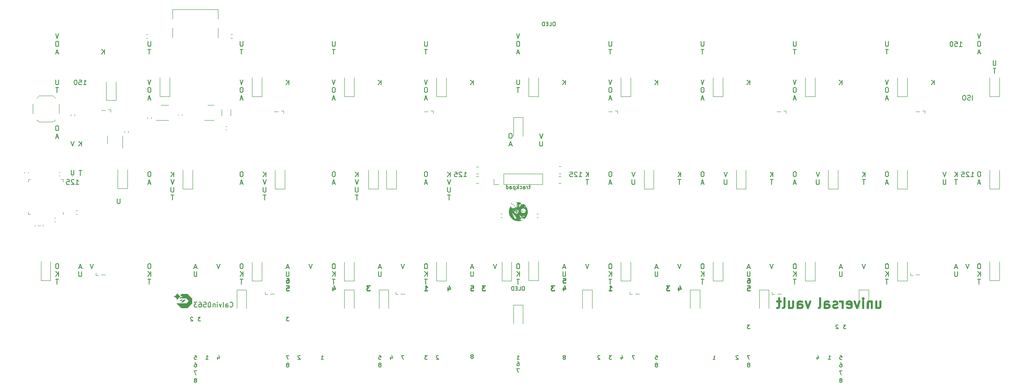
<source format=gbo>
%TF.GenerationSoftware,KiCad,Pcbnew,(7.0.0)*%
%TF.CreationDate,2023-12-11T21:31:51+01:00*%
%TF.ProjectId,universal vault,756e6976-6572-4736-916c-207661756c74,rev?*%
%TF.SameCoordinates,Original*%
%TF.FileFunction,Legend,Bot*%
%TF.FilePolarity,Positive*%
%FSLAX46Y46*%
G04 Gerber Fmt 4.6, Leading zero omitted, Abs format (unit mm)*
G04 Created by KiCad (PCBNEW (7.0.0)) date 2023-12-11 21:31:51*
%MOMM*%
%LPD*%
G01*
G04 APERTURE LIST*
%ADD10C,0.150000*%
%ADD11C,0.250000*%
%ADD12C,0.400000*%
%ADD13C,0.200000*%
%ADD14C,0.120000*%
G04 APERTURE END LIST*
D10*
X169735416Y-88682380D02*
X170306844Y-88682380D01*
X170021130Y-88682380D02*
X170021130Y-87682380D01*
X170021130Y-87682380D02*
X170116368Y-87825238D01*
X170116368Y-87825238D02*
X170211606Y-87920476D01*
X170211606Y-87920476D02*
X170306844Y-87968095D01*
X169354463Y-87777619D02*
X169306844Y-87730000D01*
X169306844Y-87730000D02*
X169211606Y-87682380D01*
X169211606Y-87682380D02*
X168973511Y-87682380D01*
X168973511Y-87682380D02*
X168878273Y-87730000D01*
X168878273Y-87730000D02*
X168830654Y-87777619D01*
X168830654Y-87777619D02*
X168783035Y-87872857D01*
X168783035Y-87872857D02*
X168783035Y-87968095D01*
X168783035Y-87968095D02*
X168830654Y-88110952D01*
X168830654Y-88110952D02*
X169402082Y-88682380D01*
X169402082Y-88682380D02*
X168783035Y-88682380D01*
X167878273Y-87682380D02*
X168354463Y-87682380D01*
X168354463Y-87682380D02*
X168402082Y-88158571D01*
X168402082Y-88158571D02*
X168354463Y-88110952D01*
X168354463Y-88110952D02*
X168259225Y-88063333D01*
X168259225Y-88063333D02*
X168021130Y-88063333D01*
X168021130Y-88063333D02*
X167925892Y-88110952D01*
X167925892Y-88110952D02*
X167878273Y-88158571D01*
X167878273Y-88158571D02*
X167830654Y-88253809D01*
X167830654Y-88253809D02*
X167830654Y-88491904D01*
X167830654Y-88491904D02*
X167878273Y-88587142D01*
X167878273Y-88587142D02*
X167925892Y-88634761D01*
X167925892Y-88634761D02*
X168021130Y-88682380D01*
X168021130Y-88682380D02*
X168259225Y-88682380D01*
X168259225Y-88682380D02*
X168354463Y-88634761D01*
X168354463Y-88634761D02*
X168402082Y-88587142D01*
X218922618Y-125966821D02*
X218922618Y-126500154D01*
X219113094Y-125662059D02*
X219303571Y-126233488D01*
X219303571Y-126233488D02*
X218808332Y-126233488D01*
X178441368Y-125966821D02*
X178441368Y-126500154D01*
X178631844Y-125662059D02*
X178822321Y-126233488D01*
X178822321Y-126233488D02*
X178327082Y-126233488D01*
X130816368Y-125966821D02*
X130816368Y-126500154D01*
X131006844Y-125662059D02*
X131197321Y-126233488D01*
X131197321Y-126233488D02*
X130702082Y-126233488D01*
X221227678Y-126500154D02*
X221684821Y-126500154D01*
X221456249Y-126500154D02*
X221456249Y-125700154D01*
X221456249Y-125700154D02*
X221532440Y-125814440D01*
X221532440Y-125814440D02*
X221608630Y-125890630D01*
X221608630Y-125890630D02*
X221684821Y-125928726D01*
X197415178Y-126500154D02*
X197872321Y-126500154D01*
X197643749Y-126500154D02*
X197643749Y-125700154D01*
X197643749Y-125700154D02*
X197719940Y-125814440D01*
X197719940Y-125814440D02*
X197796130Y-125890630D01*
X197796130Y-125890630D02*
X197872321Y-125928726D01*
X156933928Y-126500154D02*
X157391071Y-126500154D01*
X157162499Y-126500154D02*
X157162499Y-125700154D01*
X157162499Y-125700154D02*
X157238690Y-125814440D01*
X157238690Y-125814440D02*
X157314880Y-125890630D01*
X157314880Y-125890630D02*
X157391071Y-125928726D01*
X116452678Y-126500154D02*
X116909821Y-126500154D01*
X116681249Y-126500154D02*
X116681249Y-125700154D01*
X116681249Y-125700154D02*
X116757440Y-125814440D01*
X116757440Y-125814440D02*
X116833630Y-125890630D01*
X116833630Y-125890630D02*
X116909821Y-125928726D01*
X223913690Y-130805511D02*
X223989880Y-130767416D01*
X223989880Y-130767416D02*
X224027975Y-130729321D01*
X224027975Y-130729321D02*
X224066071Y-130653130D01*
X224066071Y-130653130D02*
X224066071Y-130615035D01*
X224066071Y-130615035D02*
X224027975Y-130538845D01*
X224027975Y-130538845D02*
X223989880Y-130500750D01*
X223989880Y-130500750D02*
X223913690Y-130462654D01*
X223913690Y-130462654D02*
X223761309Y-130462654D01*
X223761309Y-130462654D02*
X223685118Y-130500750D01*
X223685118Y-130500750D02*
X223647023Y-130538845D01*
X223647023Y-130538845D02*
X223608928Y-130615035D01*
X223608928Y-130615035D02*
X223608928Y-130653130D01*
X223608928Y-130653130D02*
X223647023Y-130729321D01*
X223647023Y-130729321D02*
X223685118Y-130767416D01*
X223685118Y-130767416D02*
X223761309Y-130805511D01*
X223761309Y-130805511D02*
X223913690Y-130805511D01*
X223913690Y-130805511D02*
X223989880Y-130843607D01*
X223989880Y-130843607D02*
X224027975Y-130881702D01*
X224027975Y-130881702D02*
X224066071Y-130957892D01*
X224066071Y-130957892D02*
X224066071Y-131110273D01*
X224066071Y-131110273D02*
X224027975Y-131186464D01*
X224027975Y-131186464D02*
X223989880Y-131224559D01*
X223989880Y-131224559D02*
X223913690Y-131262654D01*
X223913690Y-131262654D02*
X223761309Y-131262654D01*
X223761309Y-131262654D02*
X223685118Y-131224559D01*
X223685118Y-131224559D02*
X223647023Y-131186464D01*
X223647023Y-131186464D02*
X223608928Y-131110273D01*
X223608928Y-131110273D02*
X223608928Y-130957892D01*
X223608928Y-130957892D02*
X223647023Y-130881702D01*
X223647023Y-130881702D02*
X223685118Y-130843607D01*
X223685118Y-130843607D02*
X223761309Y-130805511D01*
X204863690Y-127630511D02*
X204939880Y-127592416D01*
X204939880Y-127592416D02*
X204977975Y-127554321D01*
X204977975Y-127554321D02*
X205016071Y-127478130D01*
X205016071Y-127478130D02*
X205016071Y-127440035D01*
X205016071Y-127440035D02*
X204977975Y-127363845D01*
X204977975Y-127363845D02*
X204939880Y-127325750D01*
X204939880Y-127325750D02*
X204863690Y-127287654D01*
X204863690Y-127287654D02*
X204711309Y-127287654D01*
X204711309Y-127287654D02*
X204635118Y-127325750D01*
X204635118Y-127325750D02*
X204597023Y-127363845D01*
X204597023Y-127363845D02*
X204558928Y-127440035D01*
X204558928Y-127440035D02*
X204558928Y-127478130D01*
X204558928Y-127478130D02*
X204597023Y-127554321D01*
X204597023Y-127554321D02*
X204635118Y-127592416D01*
X204635118Y-127592416D02*
X204711309Y-127630511D01*
X204711309Y-127630511D02*
X204863690Y-127630511D01*
X204863690Y-127630511D02*
X204939880Y-127668607D01*
X204939880Y-127668607D02*
X204977975Y-127706702D01*
X204977975Y-127706702D02*
X205016071Y-127782892D01*
X205016071Y-127782892D02*
X205016071Y-127935273D01*
X205016071Y-127935273D02*
X204977975Y-128011464D01*
X204977975Y-128011464D02*
X204939880Y-128049559D01*
X204939880Y-128049559D02*
X204863690Y-128087654D01*
X204863690Y-128087654D02*
X204711309Y-128087654D01*
X204711309Y-128087654D02*
X204635118Y-128049559D01*
X204635118Y-128049559D02*
X204597023Y-128011464D01*
X204597023Y-128011464D02*
X204558928Y-127935273D01*
X204558928Y-127935273D02*
X204558928Y-127782892D01*
X204558928Y-127782892D02*
X204597023Y-127706702D01*
X204597023Y-127706702D02*
X204635118Y-127668607D01*
X204635118Y-127668607D02*
X204711309Y-127630511D01*
X185813690Y-127630511D02*
X185889880Y-127592416D01*
X185889880Y-127592416D02*
X185927975Y-127554321D01*
X185927975Y-127554321D02*
X185966071Y-127478130D01*
X185966071Y-127478130D02*
X185966071Y-127440035D01*
X185966071Y-127440035D02*
X185927975Y-127363845D01*
X185927975Y-127363845D02*
X185889880Y-127325750D01*
X185889880Y-127325750D02*
X185813690Y-127287654D01*
X185813690Y-127287654D02*
X185661309Y-127287654D01*
X185661309Y-127287654D02*
X185585118Y-127325750D01*
X185585118Y-127325750D02*
X185547023Y-127363845D01*
X185547023Y-127363845D02*
X185508928Y-127440035D01*
X185508928Y-127440035D02*
X185508928Y-127478130D01*
X185508928Y-127478130D02*
X185547023Y-127554321D01*
X185547023Y-127554321D02*
X185585118Y-127592416D01*
X185585118Y-127592416D02*
X185661309Y-127630511D01*
X185661309Y-127630511D02*
X185813690Y-127630511D01*
X185813690Y-127630511D02*
X185889880Y-127668607D01*
X185889880Y-127668607D02*
X185927975Y-127706702D01*
X185927975Y-127706702D02*
X185966071Y-127782892D01*
X185966071Y-127782892D02*
X185966071Y-127935273D01*
X185966071Y-127935273D02*
X185927975Y-128011464D01*
X185927975Y-128011464D02*
X185889880Y-128049559D01*
X185889880Y-128049559D02*
X185813690Y-128087654D01*
X185813690Y-128087654D02*
X185661309Y-128087654D01*
X185661309Y-128087654D02*
X185585118Y-128049559D01*
X185585118Y-128049559D02*
X185547023Y-128011464D01*
X185547023Y-128011464D02*
X185508928Y-127935273D01*
X185508928Y-127935273D02*
X185508928Y-127782892D01*
X185508928Y-127782892D02*
X185547023Y-127706702D01*
X185547023Y-127706702D02*
X185585118Y-127668607D01*
X185585118Y-127668607D02*
X185661309Y-127630511D01*
X166763690Y-126043011D02*
X166839880Y-126004916D01*
X166839880Y-126004916D02*
X166877975Y-125966821D01*
X166877975Y-125966821D02*
X166916071Y-125890630D01*
X166916071Y-125890630D02*
X166916071Y-125852535D01*
X166916071Y-125852535D02*
X166877975Y-125776345D01*
X166877975Y-125776345D02*
X166839880Y-125738250D01*
X166839880Y-125738250D02*
X166763690Y-125700154D01*
X166763690Y-125700154D02*
X166611309Y-125700154D01*
X166611309Y-125700154D02*
X166535118Y-125738250D01*
X166535118Y-125738250D02*
X166497023Y-125776345D01*
X166497023Y-125776345D02*
X166458928Y-125852535D01*
X166458928Y-125852535D02*
X166458928Y-125890630D01*
X166458928Y-125890630D02*
X166497023Y-125966821D01*
X166497023Y-125966821D02*
X166535118Y-126004916D01*
X166535118Y-126004916D02*
X166611309Y-126043011D01*
X166611309Y-126043011D02*
X166763690Y-126043011D01*
X166763690Y-126043011D02*
X166839880Y-126081107D01*
X166839880Y-126081107D02*
X166877975Y-126119202D01*
X166877975Y-126119202D02*
X166916071Y-126195392D01*
X166916071Y-126195392D02*
X166916071Y-126347773D01*
X166916071Y-126347773D02*
X166877975Y-126423964D01*
X166877975Y-126423964D02*
X166839880Y-126462059D01*
X166839880Y-126462059D02*
X166763690Y-126500154D01*
X166763690Y-126500154D02*
X166611309Y-126500154D01*
X166611309Y-126500154D02*
X166535118Y-126462059D01*
X166535118Y-126462059D02*
X166497023Y-126423964D01*
X166497023Y-126423964D02*
X166458928Y-126347773D01*
X166458928Y-126347773D02*
X166458928Y-126195392D01*
X166458928Y-126195392D02*
X166497023Y-126119202D01*
X166497023Y-126119202D02*
X166535118Y-126081107D01*
X166535118Y-126081107D02*
X166611309Y-126043011D01*
X147713690Y-125871761D02*
X147789880Y-125833666D01*
X147789880Y-125833666D02*
X147827975Y-125795571D01*
X147827975Y-125795571D02*
X147866071Y-125719380D01*
X147866071Y-125719380D02*
X147866071Y-125681285D01*
X147866071Y-125681285D02*
X147827975Y-125605095D01*
X147827975Y-125605095D02*
X147789880Y-125567000D01*
X147789880Y-125567000D02*
X147713690Y-125528904D01*
X147713690Y-125528904D02*
X147561309Y-125528904D01*
X147561309Y-125528904D02*
X147485118Y-125567000D01*
X147485118Y-125567000D02*
X147447023Y-125605095D01*
X147447023Y-125605095D02*
X147408928Y-125681285D01*
X147408928Y-125681285D02*
X147408928Y-125719380D01*
X147408928Y-125719380D02*
X147447023Y-125795571D01*
X147447023Y-125795571D02*
X147485118Y-125833666D01*
X147485118Y-125833666D02*
X147561309Y-125871761D01*
X147561309Y-125871761D02*
X147713690Y-125871761D01*
X147713690Y-125871761D02*
X147789880Y-125909857D01*
X147789880Y-125909857D02*
X147827975Y-125947952D01*
X147827975Y-125947952D02*
X147866071Y-126024142D01*
X147866071Y-126024142D02*
X147866071Y-126176523D01*
X147866071Y-126176523D02*
X147827975Y-126252714D01*
X147827975Y-126252714D02*
X147789880Y-126290809D01*
X147789880Y-126290809D02*
X147713690Y-126328904D01*
X147713690Y-126328904D02*
X147561309Y-126328904D01*
X147561309Y-126328904D02*
X147485118Y-126290809D01*
X147485118Y-126290809D02*
X147447023Y-126252714D01*
X147447023Y-126252714D02*
X147408928Y-126176523D01*
X147408928Y-126176523D02*
X147408928Y-126024142D01*
X147408928Y-126024142D02*
X147447023Y-125947952D01*
X147447023Y-125947952D02*
X147485118Y-125909857D01*
X147485118Y-125909857D02*
X147561309Y-125871761D01*
X128663690Y-127630511D02*
X128739880Y-127592416D01*
X128739880Y-127592416D02*
X128777975Y-127554321D01*
X128777975Y-127554321D02*
X128816071Y-127478130D01*
X128816071Y-127478130D02*
X128816071Y-127440035D01*
X128816071Y-127440035D02*
X128777975Y-127363845D01*
X128777975Y-127363845D02*
X128739880Y-127325750D01*
X128739880Y-127325750D02*
X128663690Y-127287654D01*
X128663690Y-127287654D02*
X128511309Y-127287654D01*
X128511309Y-127287654D02*
X128435118Y-127325750D01*
X128435118Y-127325750D02*
X128397023Y-127363845D01*
X128397023Y-127363845D02*
X128358928Y-127440035D01*
X128358928Y-127440035D02*
X128358928Y-127478130D01*
X128358928Y-127478130D02*
X128397023Y-127554321D01*
X128397023Y-127554321D02*
X128435118Y-127592416D01*
X128435118Y-127592416D02*
X128511309Y-127630511D01*
X128511309Y-127630511D02*
X128663690Y-127630511D01*
X128663690Y-127630511D02*
X128739880Y-127668607D01*
X128739880Y-127668607D02*
X128777975Y-127706702D01*
X128777975Y-127706702D02*
X128816071Y-127782892D01*
X128816071Y-127782892D02*
X128816071Y-127935273D01*
X128816071Y-127935273D02*
X128777975Y-128011464D01*
X128777975Y-128011464D02*
X128739880Y-128049559D01*
X128739880Y-128049559D02*
X128663690Y-128087654D01*
X128663690Y-128087654D02*
X128511309Y-128087654D01*
X128511309Y-128087654D02*
X128435118Y-128049559D01*
X128435118Y-128049559D02*
X128397023Y-128011464D01*
X128397023Y-128011464D02*
X128358928Y-127935273D01*
X128358928Y-127935273D02*
X128358928Y-127782892D01*
X128358928Y-127782892D02*
X128397023Y-127706702D01*
X128397023Y-127706702D02*
X128435118Y-127668607D01*
X128435118Y-127668607D02*
X128511309Y-127630511D01*
X109613690Y-127630511D02*
X109689880Y-127592416D01*
X109689880Y-127592416D02*
X109727975Y-127554321D01*
X109727975Y-127554321D02*
X109766071Y-127478130D01*
X109766071Y-127478130D02*
X109766071Y-127440035D01*
X109766071Y-127440035D02*
X109727975Y-127363845D01*
X109727975Y-127363845D02*
X109689880Y-127325750D01*
X109689880Y-127325750D02*
X109613690Y-127287654D01*
X109613690Y-127287654D02*
X109461309Y-127287654D01*
X109461309Y-127287654D02*
X109385118Y-127325750D01*
X109385118Y-127325750D02*
X109347023Y-127363845D01*
X109347023Y-127363845D02*
X109308928Y-127440035D01*
X109308928Y-127440035D02*
X109308928Y-127478130D01*
X109308928Y-127478130D02*
X109347023Y-127554321D01*
X109347023Y-127554321D02*
X109385118Y-127592416D01*
X109385118Y-127592416D02*
X109461309Y-127630511D01*
X109461309Y-127630511D02*
X109613690Y-127630511D01*
X109613690Y-127630511D02*
X109689880Y-127668607D01*
X109689880Y-127668607D02*
X109727975Y-127706702D01*
X109727975Y-127706702D02*
X109766071Y-127782892D01*
X109766071Y-127782892D02*
X109766071Y-127935273D01*
X109766071Y-127935273D02*
X109727975Y-128011464D01*
X109727975Y-128011464D02*
X109689880Y-128049559D01*
X109689880Y-128049559D02*
X109613690Y-128087654D01*
X109613690Y-128087654D02*
X109461309Y-128087654D01*
X109461309Y-128087654D02*
X109385118Y-128049559D01*
X109385118Y-128049559D02*
X109347023Y-128011464D01*
X109347023Y-128011464D02*
X109308928Y-127935273D01*
X109308928Y-127935273D02*
X109308928Y-127782892D01*
X109308928Y-127782892D02*
X109347023Y-127706702D01*
X109347023Y-127706702D02*
X109385118Y-127668607D01*
X109385118Y-127668607D02*
X109461309Y-127630511D01*
X224104166Y-128875154D02*
X223570832Y-128875154D01*
X223570832Y-128875154D02*
X223913690Y-129675154D01*
X205054166Y-125700154D02*
X204520832Y-125700154D01*
X204520832Y-125700154D02*
X204863690Y-126500154D01*
X181241666Y-125700154D02*
X180708332Y-125700154D01*
X180708332Y-125700154D02*
X181051190Y-126500154D01*
X157429166Y-128411391D02*
X156895832Y-128411391D01*
X156895832Y-128411391D02*
X157238690Y-129211391D01*
X133616666Y-125700154D02*
X133083332Y-125700154D01*
X133083332Y-125700154D02*
X133426190Y-126500154D01*
X109804166Y-125700154D02*
X109270832Y-125700154D01*
X109270832Y-125700154D02*
X109613690Y-126500154D01*
X223685118Y-127287654D02*
X223837499Y-127287654D01*
X223837499Y-127287654D02*
X223913690Y-127325750D01*
X223913690Y-127325750D02*
X223951785Y-127363845D01*
X223951785Y-127363845D02*
X224027975Y-127478130D01*
X224027975Y-127478130D02*
X224066071Y-127630511D01*
X224066071Y-127630511D02*
X224066071Y-127935273D01*
X224066071Y-127935273D02*
X224027975Y-128011464D01*
X224027975Y-128011464D02*
X223989880Y-128049559D01*
X223989880Y-128049559D02*
X223913690Y-128087654D01*
X223913690Y-128087654D02*
X223761309Y-128087654D01*
X223761309Y-128087654D02*
X223685118Y-128049559D01*
X223685118Y-128049559D02*
X223647023Y-128011464D01*
X223647023Y-128011464D02*
X223608928Y-127935273D01*
X223608928Y-127935273D02*
X223608928Y-127744797D01*
X223608928Y-127744797D02*
X223647023Y-127668607D01*
X223647023Y-127668607D02*
X223685118Y-127630511D01*
X223685118Y-127630511D02*
X223761309Y-127592416D01*
X223761309Y-127592416D02*
X223913690Y-127592416D01*
X223913690Y-127592416D02*
X223989880Y-127630511D01*
X223989880Y-127630511D02*
X224027975Y-127668607D01*
X224027975Y-127668607D02*
X224066071Y-127744797D01*
X157010118Y-127031363D02*
X157162499Y-127031363D01*
X157162499Y-127031363D02*
X157238690Y-127069459D01*
X157238690Y-127069459D02*
X157276785Y-127107554D01*
X157276785Y-127107554D02*
X157352975Y-127221839D01*
X157352975Y-127221839D02*
X157391071Y-127374220D01*
X157391071Y-127374220D02*
X157391071Y-127678982D01*
X157391071Y-127678982D02*
X157352975Y-127755173D01*
X157352975Y-127755173D02*
X157314880Y-127793268D01*
X157314880Y-127793268D02*
X157238690Y-127831363D01*
X157238690Y-127831363D02*
X157086309Y-127831363D01*
X157086309Y-127831363D02*
X157010118Y-127793268D01*
X157010118Y-127793268D02*
X156972023Y-127755173D01*
X156972023Y-127755173D02*
X156933928Y-127678982D01*
X156933928Y-127678982D02*
X156933928Y-127488506D01*
X156933928Y-127488506D02*
X156972023Y-127412316D01*
X156972023Y-127412316D02*
X157010118Y-127374220D01*
X157010118Y-127374220D02*
X157086309Y-127336125D01*
X157086309Y-127336125D02*
X157238690Y-127336125D01*
X157238690Y-127336125D02*
X157314880Y-127374220D01*
X157314880Y-127374220D02*
X157352975Y-127412316D01*
X157352975Y-127412316D02*
X157391071Y-127488506D01*
X223647023Y-125700154D02*
X224027975Y-125700154D01*
X224027975Y-125700154D02*
X224066071Y-126081107D01*
X224066071Y-126081107D02*
X224027975Y-126043011D01*
X224027975Y-126043011D02*
X223951785Y-126004916D01*
X223951785Y-126004916D02*
X223761309Y-126004916D01*
X223761309Y-126004916D02*
X223685118Y-126043011D01*
X223685118Y-126043011D02*
X223647023Y-126081107D01*
X223647023Y-126081107D02*
X223608928Y-126157297D01*
X223608928Y-126157297D02*
X223608928Y-126347773D01*
X223608928Y-126347773D02*
X223647023Y-126423964D01*
X223647023Y-126423964D02*
X223685118Y-126462059D01*
X223685118Y-126462059D02*
X223761309Y-126500154D01*
X223761309Y-126500154D02*
X223951785Y-126500154D01*
X223951785Y-126500154D02*
X224027975Y-126462059D01*
X224027975Y-126462059D02*
X224066071Y-126423964D01*
X185547023Y-125700154D02*
X185927975Y-125700154D01*
X185927975Y-125700154D02*
X185966071Y-126081107D01*
X185966071Y-126081107D02*
X185927975Y-126043011D01*
X185927975Y-126043011D02*
X185851785Y-126004916D01*
X185851785Y-126004916D02*
X185661309Y-126004916D01*
X185661309Y-126004916D02*
X185585118Y-126043011D01*
X185585118Y-126043011D02*
X185547023Y-126081107D01*
X185547023Y-126081107D02*
X185508928Y-126157297D01*
X185508928Y-126157297D02*
X185508928Y-126347773D01*
X185508928Y-126347773D02*
X185547023Y-126423964D01*
X185547023Y-126423964D02*
X185585118Y-126462059D01*
X185585118Y-126462059D02*
X185661309Y-126500154D01*
X185661309Y-126500154D02*
X185851785Y-126500154D01*
X185851785Y-126500154D02*
X185927975Y-126462059D01*
X185927975Y-126462059D02*
X185966071Y-126423964D01*
X128397023Y-125700154D02*
X128777975Y-125700154D01*
X128777975Y-125700154D02*
X128816071Y-126081107D01*
X128816071Y-126081107D02*
X128777975Y-126043011D01*
X128777975Y-126043011D02*
X128701785Y-126004916D01*
X128701785Y-126004916D02*
X128511309Y-126004916D01*
X128511309Y-126004916D02*
X128435118Y-126043011D01*
X128435118Y-126043011D02*
X128397023Y-126081107D01*
X128397023Y-126081107D02*
X128358928Y-126157297D01*
X128358928Y-126157297D02*
X128358928Y-126347773D01*
X128358928Y-126347773D02*
X128397023Y-126423964D01*
X128397023Y-126423964D02*
X128435118Y-126462059D01*
X128435118Y-126462059D02*
X128511309Y-126500154D01*
X128511309Y-126500154D02*
X128701785Y-126500154D01*
X128701785Y-126500154D02*
X128777975Y-126462059D01*
X128777975Y-126462059D02*
X128816071Y-126423964D01*
X224897916Y-119350154D02*
X224402678Y-119350154D01*
X224402678Y-119350154D02*
X224669344Y-119654916D01*
X224669344Y-119654916D02*
X224555059Y-119654916D01*
X224555059Y-119654916D02*
X224478868Y-119693011D01*
X224478868Y-119693011D02*
X224440773Y-119731107D01*
X224440773Y-119731107D02*
X224402678Y-119807297D01*
X224402678Y-119807297D02*
X224402678Y-119997773D01*
X224402678Y-119997773D02*
X224440773Y-120073964D01*
X224440773Y-120073964D02*
X224478868Y-120112059D01*
X224478868Y-120112059D02*
X224555059Y-120150154D01*
X224555059Y-120150154D02*
X224783630Y-120150154D01*
X224783630Y-120150154D02*
X224859821Y-120112059D01*
X224859821Y-120112059D02*
X224897916Y-120073964D01*
X205054166Y-119350154D02*
X204558928Y-119350154D01*
X204558928Y-119350154D02*
X204825594Y-119654916D01*
X204825594Y-119654916D02*
X204711309Y-119654916D01*
X204711309Y-119654916D02*
X204635118Y-119693011D01*
X204635118Y-119693011D02*
X204597023Y-119731107D01*
X204597023Y-119731107D02*
X204558928Y-119807297D01*
X204558928Y-119807297D02*
X204558928Y-119997773D01*
X204558928Y-119997773D02*
X204597023Y-120073964D01*
X204597023Y-120073964D02*
X204635118Y-120112059D01*
X204635118Y-120112059D02*
X204711309Y-120150154D01*
X204711309Y-120150154D02*
X204939880Y-120150154D01*
X204939880Y-120150154D02*
X205016071Y-120112059D01*
X205016071Y-120112059D02*
X205054166Y-120073964D01*
X176479166Y-125700154D02*
X175983928Y-125700154D01*
X175983928Y-125700154D02*
X176250594Y-126004916D01*
X176250594Y-126004916D02*
X176136309Y-126004916D01*
X176136309Y-126004916D02*
X176060118Y-126043011D01*
X176060118Y-126043011D02*
X176022023Y-126081107D01*
X176022023Y-126081107D02*
X175983928Y-126157297D01*
X175983928Y-126157297D02*
X175983928Y-126347773D01*
X175983928Y-126347773D02*
X176022023Y-126423964D01*
X176022023Y-126423964D02*
X176060118Y-126462059D01*
X176060118Y-126462059D02*
X176136309Y-126500154D01*
X176136309Y-126500154D02*
X176364880Y-126500154D01*
X176364880Y-126500154D02*
X176441071Y-126462059D01*
X176441071Y-126462059D02*
X176479166Y-126423964D01*
X138379166Y-125700154D02*
X137883928Y-125700154D01*
X137883928Y-125700154D02*
X138150594Y-126004916D01*
X138150594Y-126004916D02*
X138036309Y-126004916D01*
X138036309Y-126004916D02*
X137960118Y-126043011D01*
X137960118Y-126043011D02*
X137922023Y-126081107D01*
X137922023Y-126081107D02*
X137883928Y-126157297D01*
X137883928Y-126157297D02*
X137883928Y-126347773D01*
X137883928Y-126347773D02*
X137922023Y-126423964D01*
X137922023Y-126423964D02*
X137960118Y-126462059D01*
X137960118Y-126462059D02*
X138036309Y-126500154D01*
X138036309Y-126500154D02*
X138264880Y-126500154D01*
X138264880Y-126500154D02*
X138341071Y-126462059D01*
X138341071Y-126462059D02*
X138379166Y-126423964D01*
X109804166Y-117762654D02*
X109308928Y-117762654D01*
X109308928Y-117762654D02*
X109575594Y-118067416D01*
X109575594Y-118067416D02*
X109461309Y-118067416D01*
X109461309Y-118067416D02*
X109385118Y-118105511D01*
X109385118Y-118105511D02*
X109347023Y-118143607D01*
X109347023Y-118143607D02*
X109308928Y-118219797D01*
X109308928Y-118219797D02*
X109308928Y-118410273D01*
X109308928Y-118410273D02*
X109347023Y-118486464D01*
X109347023Y-118486464D02*
X109385118Y-118524559D01*
X109385118Y-118524559D02*
X109461309Y-118562654D01*
X109461309Y-118562654D02*
X109689880Y-118562654D01*
X109689880Y-118562654D02*
X109766071Y-118524559D01*
X109766071Y-118524559D02*
X109804166Y-118486464D01*
X223272321Y-119426345D02*
X223234225Y-119388250D01*
X223234225Y-119388250D02*
X223158035Y-119350154D01*
X223158035Y-119350154D02*
X222967559Y-119350154D01*
X222967559Y-119350154D02*
X222891368Y-119388250D01*
X222891368Y-119388250D02*
X222853273Y-119426345D01*
X222853273Y-119426345D02*
X222815178Y-119502535D01*
X222815178Y-119502535D02*
X222815178Y-119578726D01*
X222815178Y-119578726D02*
X222853273Y-119693011D01*
X222853273Y-119693011D02*
X223310416Y-120150154D01*
X223310416Y-120150154D02*
X222815178Y-120150154D01*
X202634821Y-125776345D02*
X202596725Y-125738250D01*
X202596725Y-125738250D02*
X202520535Y-125700154D01*
X202520535Y-125700154D02*
X202330059Y-125700154D01*
X202330059Y-125700154D02*
X202253868Y-125738250D01*
X202253868Y-125738250D02*
X202215773Y-125776345D01*
X202215773Y-125776345D02*
X202177678Y-125852535D01*
X202177678Y-125852535D02*
X202177678Y-125928726D01*
X202177678Y-125928726D02*
X202215773Y-126043011D01*
X202215773Y-126043011D02*
X202672916Y-126500154D01*
X202672916Y-126500154D02*
X202177678Y-126500154D01*
X174059821Y-125776345D02*
X174021725Y-125738250D01*
X174021725Y-125738250D02*
X173945535Y-125700154D01*
X173945535Y-125700154D02*
X173755059Y-125700154D01*
X173755059Y-125700154D02*
X173678868Y-125738250D01*
X173678868Y-125738250D02*
X173640773Y-125776345D01*
X173640773Y-125776345D02*
X173602678Y-125852535D01*
X173602678Y-125852535D02*
X173602678Y-125928726D01*
X173602678Y-125928726D02*
X173640773Y-126043011D01*
X173640773Y-126043011D02*
X174097916Y-126500154D01*
X174097916Y-126500154D02*
X173602678Y-126500154D01*
X140722321Y-125776345D02*
X140684225Y-125738250D01*
X140684225Y-125738250D02*
X140608035Y-125700154D01*
X140608035Y-125700154D02*
X140417559Y-125700154D01*
X140417559Y-125700154D02*
X140341368Y-125738250D01*
X140341368Y-125738250D02*
X140303273Y-125776345D01*
X140303273Y-125776345D02*
X140265178Y-125852535D01*
X140265178Y-125852535D02*
X140265178Y-125928726D01*
X140265178Y-125928726D02*
X140303273Y-126043011D01*
X140303273Y-126043011D02*
X140760416Y-126500154D01*
X140760416Y-126500154D02*
X140265178Y-126500154D01*
X112147321Y-125776345D02*
X112109225Y-125738250D01*
X112109225Y-125738250D02*
X112033035Y-125700154D01*
X112033035Y-125700154D02*
X111842559Y-125700154D01*
X111842559Y-125700154D02*
X111766368Y-125738250D01*
X111766368Y-125738250D02*
X111728273Y-125776345D01*
X111728273Y-125776345D02*
X111690178Y-125852535D01*
X111690178Y-125852535D02*
X111690178Y-125928726D01*
X111690178Y-125928726D02*
X111728273Y-126043011D01*
X111728273Y-126043011D02*
X112185416Y-126500154D01*
X112185416Y-126500154D02*
X111690178Y-126500154D01*
X90563690Y-130805511D02*
X90639880Y-130767416D01*
X90639880Y-130767416D02*
X90677975Y-130729321D01*
X90677975Y-130729321D02*
X90716071Y-130653130D01*
X90716071Y-130653130D02*
X90716071Y-130615035D01*
X90716071Y-130615035D02*
X90677975Y-130538845D01*
X90677975Y-130538845D02*
X90639880Y-130500750D01*
X90639880Y-130500750D02*
X90563690Y-130462654D01*
X90563690Y-130462654D02*
X90411309Y-130462654D01*
X90411309Y-130462654D02*
X90335118Y-130500750D01*
X90335118Y-130500750D02*
X90297023Y-130538845D01*
X90297023Y-130538845D02*
X90258928Y-130615035D01*
X90258928Y-130615035D02*
X90258928Y-130653130D01*
X90258928Y-130653130D02*
X90297023Y-130729321D01*
X90297023Y-130729321D02*
X90335118Y-130767416D01*
X90335118Y-130767416D02*
X90411309Y-130805511D01*
X90411309Y-130805511D02*
X90563690Y-130805511D01*
X90563690Y-130805511D02*
X90639880Y-130843607D01*
X90639880Y-130843607D02*
X90677975Y-130881702D01*
X90677975Y-130881702D02*
X90716071Y-130957892D01*
X90716071Y-130957892D02*
X90716071Y-131110273D01*
X90716071Y-131110273D02*
X90677975Y-131186464D01*
X90677975Y-131186464D02*
X90639880Y-131224559D01*
X90639880Y-131224559D02*
X90563690Y-131262654D01*
X90563690Y-131262654D02*
X90411309Y-131262654D01*
X90411309Y-131262654D02*
X90335118Y-131224559D01*
X90335118Y-131224559D02*
X90297023Y-131186464D01*
X90297023Y-131186464D02*
X90258928Y-131110273D01*
X90258928Y-131110273D02*
X90258928Y-130957892D01*
X90258928Y-130957892D02*
X90297023Y-130881702D01*
X90297023Y-130881702D02*
X90335118Y-130843607D01*
X90335118Y-130843607D02*
X90411309Y-130805511D01*
X90754166Y-128875154D02*
X90220832Y-128875154D01*
X90220832Y-128875154D02*
X90563690Y-129675154D01*
X159654085Y-90645336D02*
X159349323Y-90645336D01*
X159539799Y-90378669D02*
X159539799Y-91064384D01*
X159539799Y-91064384D02*
X159501704Y-91140574D01*
X159501704Y-91140574D02*
X159425514Y-91178669D01*
X159425514Y-91178669D02*
X159349323Y-91178669D01*
X159082656Y-91178669D02*
X159082656Y-90645336D01*
X159082656Y-90797717D02*
X159044561Y-90721526D01*
X159044561Y-90721526D02*
X159006466Y-90683431D01*
X159006466Y-90683431D02*
X158930275Y-90645336D01*
X158930275Y-90645336D02*
X158854085Y-90645336D01*
X158244561Y-91178669D02*
X158244561Y-90759622D01*
X158244561Y-90759622D02*
X158282656Y-90683431D01*
X158282656Y-90683431D02*
X158358847Y-90645336D01*
X158358847Y-90645336D02*
X158511228Y-90645336D01*
X158511228Y-90645336D02*
X158587418Y-90683431D01*
X158244561Y-91140574D02*
X158320752Y-91178669D01*
X158320752Y-91178669D02*
X158511228Y-91178669D01*
X158511228Y-91178669D02*
X158587418Y-91140574D01*
X158587418Y-91140574D02*
X158625514Y-91064384D01*
X158625514Y-91064384D02*
X158625514Y-90988193D01*
X158625514Y-90988193D02*
X158587418Y-90912003D01*
X158587418Y-90912003D02*
X158511228Y-90873907D01*
X158511228Y-90873907D02*
X158320752Y-90873907D01*
X158320752Y-90873907D02*
X158244561Y-90835812D01*
X157520751Y-91140574D02*
X157596942Y-91178669D01*
X157596942Y-91178669D02*
X157749323Y-91178669D01*
X157749323Y-91178669D02*
X157825513Y-91140574D01*
X157825513Y-91140574D02*
X157863608Y-91102479D01*
X157863608Y-91102479D02*
X157901704Y-91026288D01*
X157901704Y-91026288D02*
X157901704Y-90797717D01*
X157901704Y-90797717D02*
X157863608Y-90721526D01*
X157863608Y-90721526D02*
X157825513Y-90683431D01*
X157825513Y-90683431D02*
X157749323Y-90645336D01*
X157749323Y-90645336D02*
X157596942Y-90645336D01*
X157596942Y-90645336D02*
X157520751Y-90683431D01*
X157177894Y-91178669D02*
X157177894Y-90378669D01*
X157101704Y-90873907D02*
X156873132Y-91178669D01*
X156873132Y-90645336D02*
X157177894Y-90950098D01*
X156530275Y-90645336D02*
X156530275Y-91445336D01*
X156530275Y-90683431D02*
X156454085Y-90645336D01*
X156454085Y-90645336D02*
X156301704Y-90645336D01*
X156301704Y-90645336D02*
X156225513Y-90683431D01*
X156225513Y-90683431D02*
X156187418Y-90721526D01*
X156187418Y-90721526D02*
X156149323Y-90797717D01*
X156149323Y-90797717D02*
X156149323Y-91026288D01*
X156149323Y-91026288D02*
X156187418Y-91102479D01*
X156187418Y-91102479D02*
X156225513Y-91140574D01*
X156225513Y-91140574D02*
X156301704Y-91178669D01*
X156301704Y-91178669D02*
X156454085Y-91178669D01*
X156454085Y-91178669D02*
X156530275Y-91140574D01*
X155463608Y-91178669D02*
X155463608Y-90759622D01*
X155463608Y-90759622D02*
X155501703Y-90683431D01*
X155501703Y-90683431D02*
X155577894Y-90645336D01*
X155577894Y-90645336D02*
X155730275Y-90645336D01*
X155730275Y-90645336D02*
X155806465Y-90683431D01*
X155463608Y-91140574D02*
X155539799Y-91178669D01*
X155539799Y-91178669D02*
X155730275Y-91178669D01*
X155730275Y-91178669D02*
X155806465Y-91140574D01*
X155806465Y-91140574D02*
X155844561Y-91064384D01*
X155844561Y-91064384D02*
X155844561Y-90988193D01*
X155844561Y-90988193D02*
X155806465Y-90912003D01*
X155806465Y-90912003D02*
X155730275Y-90873907D01*
X155730275Y-90873907D02*
X155539799Y-90873907D01*
X155539799Y-90873907D02*
X155463608Y-90835812D01*
X154739798Y-91178669D02*
X154739798Y-90378669D01*
X154739798Y-91140574D02*
X154815989Y-91178669D01*
X154815989Y-91178669D02*
X154968370Y-91178669D01*
X154968370Y-91178669D02*
X155044560Y-91140574D01*
X155044560Y-91140574D02*
X155082655Y-91102479D01*
X155082655Y-91102479D02*
X155120751Y-91026288D01*
X155120751Y-91026288D02*
X155120751Y-90797717D01*
X155120751Y-90797717D02*
X155082655Y-90721526D01*
X155082655Y-90721526D02*
X155044560Y-90683431D01*
X155044560Y-90683431D02*
X154968370Y-90645336D01*
X154968370Y-90645336D02*
X154815989Y-90645336D01*
X154815989Y-90645336D02*
X154739798Y-90683431D01*
D11*
X166449404Y-109698630D02*
X166925594Y-109698630D01*
X166925594Y-109698630D02*
X166973213Y-110174821D01*
X166973213Y-110174821D02*
X166925594Y-110127202D01*
X166925594Y-110127202D02*
X166830356Y-110079583D01*
X166830356Y-110079583D02*
X166592261Y-110079583D01*
X166592261Y-110079583D02*
X166497023Y-110127202D01*
X166497023Y-110127202D02*
X166449404Y-110174821D01*
X166449404Y-110174821D02*
X166401785Y-110270059D01*
X166401785Y-110270059D02*
X166401785Y-110508154D01*
X166401785Y-110508154D02*
X166449404Y-110603392D01*
X166449404Y-110603392D02*
X166497023Y-110651011D01*
X166497023Y-110651011D02*
X166592261Y-110698630D01*
X166592261Y-110698630D02*
X166830356Y-110698630D01*
X166830356Y-110698630D02*
X166925594Y-110651011D01*
X166925594Y-110651011D02*
X166973213Y-110603392D01*
D10*
X157257737Y-106732380D02*
X157067261Y-106732380D01*
X157067261Y-106732380D02*
X156972023Y-106780000D01*
X156972023Y-106780000D02*
X156876785Y-106875238D01*
X156876785Y-106875238D02*
X156829166Y-107065714D01*
X156829166Y-107065714D02*
X156829166Y-107399047D01*
X156829166Y-107399047D02*
X156876785Y-107589523D01*
X156876785Y-107589523D02*
X156972023Y-107684761D01*
X156972023Y-107684761D02*
X157067261Y-107732380D01*
X157067261Y-107732380D02*
X157257737Y-107732380D01*
X157257737Y-107732380D02*
X157352975Y-107684761D01*
X157352975Y-107684761D02*
X157448213Y-107589523D01*
X157448213Y-107589523D02*
X157495832Y-107399047D01*
X157495832Y-107399047D02*
X157495832Y-107065714D01*
X157495832Y-107065714D02*
X157448213Y-106875238D01*
X157448213Y-106875238D02*
X157352975Y-106780000D01*
X157352975Y-106780000D02*
X157257737Y-106732380D01*
X233648213Y-60662380D02*
X233648213Y-61471904D01*
X233648213Y-61471904D02*
X233600594Y-61567142D01*
X233600594Y-61567142D02*
X233552975Y-61614761D01*
X233552975Y-61614761D02*
X233457737Y-61662380D01*
X233457737Y-61662380D02*
X233267261Y-61662380D01*
X233267261Y-61662380D02*
X233172023Y-61614761D01*
X233172023Y-61614761D02*
X233124404Y-61567142D01*
X233124404Y-61567142D02*
X233076785Y-61471904D01*
X233076785Y-61471904D02*
X233076785Y-60662380D01*
X233648213Y-62282380D02*
X233076785Y-62282380D01*
X233362499Y-63282380D02*
X233362499Y-62282380D01*
X62198213Y-68599880D02*
X62198213Y-69409404D01*
X62198213Y-69409404D02*
X62150594Y-69504642D01*
X62150594Y-69504642D02*
X62102975Y-69552261D01*
X62102975Y-69552261D02*
X62007737Y-69599880D01*
X62007737Y-69599880D02*
X61817261Y-69599880D01*
X61817261Y-69599880D02*
X61722023Y-69552261D01*
X61722023Y-69552261D02*
X61674404Y-69504642D01*
X61674404Y-69504642D02*
X61626785Y-69409404D01*
X61626785Y-69409404D02*
X61626785Y-68599880D01*
X62198213Y-70219880D02*
X61626785Y-70219880D01*
X61912499Y-71219880D02*
X61912499Y-70219880D01*
X65373213Y-87322380D02*
X65373213Y-88131904D01*
X65373213Y-88131904D02*
X65325594Y-88227142D01*
X65325594Y-88227142D02*
X65277975Y-88274761D01*
X65277975Y-88274761D02*
X65182737Y-88322380D01*
X65182737Y-88322380D02*
X64992261Y-88322380D01*
X64992261Y-88322380D02*
X64897023Y-88274761D01*
X64897023Y-88274761D02*
X64849404Y-88227142D01*
X64849404Y-88227142D02*
X64801785Y-88131904D01*
X64801785Y-88131904D02*
X64801785Y-87322380D01*
X119348213Y-109907380D02*
X118776785Y-109907380D01*
X119062499Y-110907380D02*
X119062499Y-109907380D01*
X209883332Y-106732380D02*
X209549999Y-107732380D01*
X209549999Y-107732380D02*
X209216666Y-106732380D01*
X233695832Y-68567380D02*
X233362499Y-69567380D01*
X233362499Y-69567380D02*
X233029166Y-68567380D01*
X233457737Y-70187380D02*
X233267261Y-70187380D01*
X233267261Y-70187380D02*
X233172023Y-70235000D01*
X233172023Y-70235000D02*
X233076785Y-70330238D01*
X233076785Y-70330238D02*
X233029166Y-70520714D01*
X233029166Y-70520714D02*
X233029166Y-70854047D01*
X233029166Y-70854047D02*
X233076785Y-71044523D01*
X233076785Y-71044523D02*
X233172023Y-71139761D01*
X233172023Y-71139761D02*
X233267261Y-71187380D01*
X233267261Y-71187380D02*
X233457737Y-71187380D01*
X233457737Y-71187380D02*
X233552975Y-71139761D01*
X233552975Y-71139761D02*
X233648213Y-71044523D01*
X233648213Y-71044523D02*
X233695832Y-70854047D01*
X233695832Y-70854047D02*
X233695832Y-70520714D01*
X233695832Y-70520714D02*
X233648213Y-70330238D01*
X233648213Y-70330238D02*
X233552975Y-70235000D01*
X233552975Y-70235000D02*
X233457737Y-70187380D01*
X233600594Y-72521666D02*
X233124404Y-72521666D01*
X233695832Y-72807380D02*
X233362499Y-71807380D01*
X233362499Y-71807380D02*
X233029166Y-72807380D01*
X214598213Y-109907380D02*
X214026785Y-109907380D01*
X214312499Y-110907380D02*
X214312499Y-109907380D01*
X105036904Y-88682380D02*
X105036904Y-87682380D01*
X104465476Y-88682380D02*
X104894047Y-88110952D01*
X104465476Y-87682380D02*
X105036904Y-88253809D01*
X65754166Y-90269880D02*
X66325594Y-90269880D01*
X66039880Y-90269880D02*
X66039880Y-89269880D01*
X66039880Y-89269880D02*
X66135118Y-89412738D01*
X66135118Y-89412738D02*
X66230356Y-89507976D01*
X66230356Y-89507976D02*
X66325594Y-89555595D01*
X65373213Y-89365119D02*
X65325594Y-89317500D01*
X65325594Y-89317500D02*
X65230356Y-89269880D01*
X65230356Y-89269880D02*
X64992261Y-89269880D01*
X64992261Y-89269880D02*
X64897023Y-89317500D01*
X64897023Y-89317500D02*
X64849404Y-89365119D01*
X64849404Y-89365119D02*
X64801785Y-89460357D01*
X64801785Y-89460357D02*
X64801785Y-89555595D01*
X64801785Y-89555595D02*
X64849404Y-89698452D01*
X64849404Y-89698452D02*
X65420832Y-90269880D01*
X65420832Y-90269880D02*
X64801785Y-90269880D01*
X63897023Y-89269880D02*
X64373213Y-89269880D01*
X64373213Y-89269880D02*
X64420832Y-89746071D01*
X64420832Y-89746071D02*
X64373213Y-89698452D01*
X64373213Y-89698452D02*
X64277975Y-89650833D01*
X64277975Y-89650833D02*
X64039880Y-89650833D01*
X64039880Y-89650833D02*
X63944642Y-89698452D01*
X63944642Y-89698452D02*
X63897023Y-89746071D01*
X63897023Y-89746071D02*
X63849404Y-89841309D01*
X63849404Y-89841309D02*
X63849404Y-90079404D01*
X63849404Y-90079404D02*
X63897023Y-90174642D01*
X63897023Y-90174642D02*
X63944642Y-90222261D01*
X63944642Y-90222261D02*
X64039880Y-90269880D01*
X64039880Y-90269880D02*
X64277975Y-90269880D01*
X64277975Y-90269880D02*
X64373213Y-90222261D01*
X64373213Y-90222261D02*
X64420832Y-90174642D01*
X224123213Y-108319880D02*
X224123213Y-109129404D01*
X224123213Y-109129404D02*
X224075594Y-109224642D01*
X224075594Y-109224642D02*
X224027975Y-109272261D01*
X224027975Y-109272261D02*
X223932737Y-109319880D01*
X223932737Y-109319880D02*
X223742261Y-109319880D01*
X223742261Y-109319880D02*
X223647023Y-109272261D01*
X223647023Y-109272261D02*
X223599404Y-109224642D01*
X223599404Y-109224642D02*
X223551785Y-109129404D01*
X223551785Y-109129404D02*
X223551785Y-108319880D01*
X90725594Y-107446666D02*
X90249404Y-107446666D01*
X90820832Y-107732380D02*
X90487499Y-106732380D01*
X90487499Y-106732380D02*
X90154166Y-107732380D01*
X228885713Y-89269880D02*
X228314285Y-89269880D01*
X228599999Y-90269880D02*
X228599999Y-89269880D01*
D11*
X204597023Y-109698630D02*
X204787499Y-109698630D01*
X204787499Y-109698630D02*
X204882737Y-109746250D01*
X204882737Y-109746250D02*
X204930356Y-109793869D01*
X204930356Y-109793869D02*
X205025594Y-109936726D01*
X205025594Y-109936726D02*
X205073213Y-110127202D01*
X205073213Y-110127202D02*
X205073213Y-110508154D01*
X205073213Y-110508154D02*
X205025594Y-110603392D01*
X205025594Y-110603392D02*
X204977975Y-110651011D01*
X204977975Y-110651011D02*
X204882737Y-110698630D01*
X204882737Y-110698630D02*
X204692261Y-110698630D01*
X204692261Y-110698630D02*
X204597023Y-110651011D01*
X204597023Y-110651011D02*
X204549404Y-110603392D01*
X204549404Y-110603392D02*
X204501785Y-110508154D01*
X204501785Y-110508154D02*
X204501785Y-110270059D01*
X204501785Y-110270059D02*
X204549404Y-110174821D01*
X204549404Y-110174821D02*
X204597023Y-110127202D01*
X204597023Y-110127202D02*
X204692261Y-110079583D01*
X204692261Y-110079583D02*
X204882737Y-110079583D01*
X204882737Y-110079583D02*
X204977975Y-110127202D01*
X204977975Y-110127202D02*
X205025594Y-110174821D01*
X205025594Y-110174821D02*
X205073213Y-110270059D01*
D10*
X133683332Y-106732380D02*
X133349999Y-107732380D01*
X133349999Y-107732380D02*
X133016666Y-106732380D01*
X81057737Y-106699880D02*
X80867261Y-106699880D01*
X80867261Y-106699880D02*
X80772023Y-106747500D01*
X80772023Y-106747500D02*
X80676785Y-106842738D01*
X80676785Y-106842738D02*
X80629166Y-107033214D01*
X80629166Y-107033214D02*
X80629166Y-107366547D01*
X80629166Y-107366547D02*
X80676785Y-107557023D01*
X80676785Y-107557023D02*
X80772023Y-107652261D01*
X80772023Y-107652261D02*
X80867261Y-107699880D01*
X80867261Y-107699880D02*
X81057737Y-107699880D01*
X81057737Y-107699880D02*
X81152975Y-107652261D01*
X81152975Y-107652261D02*
X81248213Y-107557023D01*
X81248213Y-107557023D02*
X81295832Y-107366547D01*
X81295832Y-107366547D02*
X81295832Y-107033214D01*
X81295832Y-107033214D02*
X81248213Y-106842738D01*
X81248213Y-106842738D02*
X81152975Y-106747500D01*
X81152975Y-106747500D02*
X81057737Y-106699880D01*
X81224404Y-109319880D02*
X81224404Y-108319880D01*
X80652976Y-109319880D02*
X81081547Y-108748452D01*
X80652976Y-108319880D02*
X81224404Y-108891309D01*
X105060713Y-90857380D02*
X105060713Y-91666904D01*
X105060713Y-91666904D02*
X105013094Y-91762142D01*
X105013094Y-91762142D02*
X104965475Y-91809761D01*
X104965475Y-91809761D02*
X104870237Y-91857380D01*
X104870237Y-91857380D02*
X104679761Y-91857380D01*
X104679761Y-91857380D02*
X104584523Y-91809761D01*
X104584523Y-91809761D02*
X104536904Y-91762142D01*
X104536904Y-91762142D02*
X104489285Y-91666904D01*
X104489285Y-91666904D02*
X104489285Y-90857380D01*
X71699404Y-63282380D02*
X71699404Y-62282380D01*
X71127976Y-63282380D02*
X71556547Y-62710952D01*
X71127976Y-62282380D02*
X71699404Y-62853809D01*
X90297023Y-125700154D02*
X90677975Y-125700154D01*
X90677975Y-125700154D02*
X90716071Y-126081107D01*
X90716071Y-126081107D02*
X90677975Y-126043011D01*
X90677975Y-126043011D02*
X90601785Y-126004916D01*
X90601785Y-126004916D02*
X90411309Y-126004916D01*
X90411309Y-126004916D02*
X90335118Y-126043011D01*
X90335118Y-126043011D02*
X90297023Y-126081107D01*
X90297023Y-126081107D02*
X90258928Y-126157297D01*
X90258928Y-126157297D02*
X90258928Y-126347773D01*
X90258928Y-126347773D02*
X90297023Y-126423964D01*
X90297023Y-126423964D02*
X90335118Y-126462059D01*
X90335118Y-126462059D02*
X90411309Y-126500154D01*
X90411309Y-126500154D02*
X90601785Y-126500154D01*
X90601785Y-126500154D02*
X90677975Y-126462059D01*
X90677975Y-126462059D02*
X90716071Y-126423964D01*
X219360713Y-89269880D02*
X219360713Y-90079404D01*
X219360713Y-90079404D02*
X219313094Y-90174642D01*
X219313094Y-90174642D02*
X219265475Y-90222261D01*
X219265475Y-90222261D02*
X219170237Y-90269880D01*
X219170237Y-90269880D02*
X218979761Y-90269880D01*
X218979761Y-90269880D02*
X218884523Y-90222261D01*
X218884523Y-90222261D02*
X218836904Y-90174642D01*
X218836904Y-90174642D02*
X218789285Y-90079404D01*
X218789285Y-90079404D02*
X218789285Y-89269880D01*
X155670237Y-79712380D02*
X155479761Y-79712380D01*
X155479761Y-79712380D02*
X155384523Y-79760000D01*
X155384523Y-79760000D02*
X155289285Y-79855238D01*
X155289285Y-79855238D02*
X155241666Y-80045714D01*
X155241666Y-80045714D02*
X155241666Y-80379047D01*
X155241666Y-80379047D02*
X155289285Y-80569523D01*
X155289285Y-80569523D02*
X155384523Y-80664761D01*
X155384523Y-80664761D02*
X155479761Y-80712380D01*
X155479761Y-80712380D02*
X155670237Y-80712380D01*
X155670237Y-80712380D02*
X155765475Y-80664761D01*
X155765475Y-80664761D02*
X155860713Y-80569523D01*
X155860713Y-80569523D02*
X155908332Y-80379047D01*
X155908332Y-80379047D02*
X155908332Y-80045714D01*
X155908332Y-80045714D02*
X155860713Y-79855238D01*
X155860713Y-79855238D02*
X155765475Y-79760000D01*
X155765475Y-79760000D02*
X155670237Y-79712380D01*
X155813094Y-82046666D02*
X155336904Y-82046666D01*
X155908332Y-82332380D02*
X155574999Y-81332380D01*
X155574999Y-81332380D02*
X155241666Y-82332380D01*
X162210713Y-81332380D02*
X162210713Y-82141904D01*
X162210713Y-82141904D02*
X162163094Y-82237142D01*
X162163094Y-82237142D02*
X162115475Y-82284761D01*
X162115475Y-82284761D02*
X162020237Y-82332380D01*
X162020237Y-82332380D02*
X161829761Y-82332380D01*
X161829761Y-82332380D02*
X161734523Y-82284761D01*
X161734523Y-82284761D02*
X161686904Y-82237142D01*
X161686904Y-82237142D02*
X161639285Y-82141904D01*
X161639285Y-82141904D02*
X161639285Y-81332380D01*
X233457737Y-106732380D02*
X233267261Y-106732380D01*
X233267261Y-106732380D02*
X233172023Y-106780000D01*
X233172023Y-106780000D02*
X233076785Y-106875238D01*
X233076785Y-106875238D02*
X233029166Y-107065714D01*
X233029166Y-107065714D02*
X233029166Y-107399047D01*
X233029166Y-107399047D02*
X233076785Y-107589523D01*
X233076785Y-107589523D02*
X233172023Y-107684761D01*
X233172023Y-107684761D02*
X233267261Y-107732380D01*
X233267261Y-107732380D02*
X233457737Y-107732380D01*
X233457737Y-107732380D02*
X233552975Y-107684761D01*
X233552975Y-107684761D02*
X233648213Y-107589523D01*
X233648213Y-107589523D02*
X233695832Y-107399047D01*
X233695832Y-107399047D02*
X233695832Y-107065714D01*
X233695832Y-107065714D02*
X233648213Y-106875238D01*
X233648213Y-106875238D02*
X233552975Y-106780000D01*
X233552975Y-106780000D02*
X233457737Y-106732380D01*
D11*
X142684523Y-111619464D02*
X142684523Y-112286130D01*
X142922618Y-111238511D02*
X143160713Y-111952797D01*
X143160713Y-111952797D02*
X142541666Y-111952797D01*
D10*
X62007737Y-78124880D02*
X61817261Y-78124880D01*
X61817261Y-78124880D02*
X61722023Y-78172500D01*
X61722023Y-78172500D02*
X61626785Y-78267738D01*
X61626785Y-78267738D02*
X61579166Y-78458214D01*
X61579166Y-78458214D02*
X61579166Y-78791547D01*
X61579166Y-78791547D02*
X61626785Y-78982023D01*
X61626785Y-78982023D02*
X61722023Y-79077261D01*
X61722023Y-79077261D02*
X61817261Y-79124880D01*
X61817261Y-79124880D02*
X62007737Y-79124880D01*
X62007737Y-79124880D02*
X62102975Y-79077261D01*
X62102975Y-79077261D02*
X62198213Y-78982023D01*
X62198213Y-78982023D02*
X62245832Y-78791547D01*
X62245832Y-78791547D02*
X62245832Y-78458214D01*
X62245832Y-78458214D02*
X62198213Y-78267738D01*
X62198213Y-78267738D02*
X62102975Y-78172500D01*
X62102975Y-78172500D02*
X62007737Y-78124880D01*
X62150594Y-80459166D02*
X61674404Y-80459166D01*
X62245832Y-80744880D02*
X61912499Y-79744880D01*
X61912499Y-79744880D02*
X61579166Y-80744880D01*
X143160713Y-92444880D02*
X142589285Y-92444880D01*
X142874999Y-93444880D02*
X142874999Y-92444880D01*
X86058332Y-89269880D02*
X85724999Y-90269880D01*
X85724999Y-90269880D02*
X85391666Y-89269880D01*
X100107737Y-106699880D02*
X99917261Y-106699880D01*
X99917261Y-106699880D02*
X99822023Y-106747500D01*
X99822023Y-106747500D02*
X99726785Y-106842738D01*
X99726785Y-106842738D02*
X99679166Y-107033214D01*
X99679166Y-107033214D02*
X99679166Y-107366547D01*
X99679166Y-107366547D02*
X99726785Y-107557023D01*
X99726785Y-107557023D02*
X99822023Y-107652261D01*
X99822023Y-107652261D02*
X99917261Y-107699880D01*
X99917261Y-107699880D02*
X100107737Y-107699880D01*
X100107737Y-107699880D02*
X100202975Y-107652261D01*
X100202975Y-107652261D02*
X100298213Y-107557023D01*
X100298213Y-107557023D02*
X100345832Y-107366547D01*
X100345832Y-107366547D02*
X100345832Y-107033214D01*
X100345832Y-107033214D02*
X100298213Y-106842738D01*
X100298213Y-106842738D02*
X100202975Y-106747500D01*
X100202975Y-106747500D02*
X100107737Y-106699880D01*
X100274404Y-109319880D02*
X100274404Y-108319880D01*
X99702976Y-109319880D02*
X100131547Y-108748452D01*
X99702976Y-108319880D02*
X100274404Y-108891309D01*
X176498213Y-60662380D02*
X176498213Y-61471904D01*
X176498213Y-61471904D02*
X176450594Y-61567142D01*
X176450594Y-61567142D02*
X176402975Y-61614761D01*
X176402975Y-61614761D02*
X176307737Y-61662380D01*
X176307737Y-61662380D02*
X176117261Y-61662380D01*
X176117261Y-61662380D02*
X176022023Y-61614761D01*
X176022023Y-61614761D02*
X175974404Y-61567142D01*
X175974404Y-61567142D02*
X175926785Y-61471904D01*
X175926785Y-61471904D02*
X175926785Y-60662380D01*
X176498213Y-62282380D02*
X175926785Y-62282380D01*
X176212499Y-63282380D02*
X176212499Y-62282380D01*
D12*
X231151488Y-114495178D02*
X231151488Y-115828511D01*
X232008631Y-114495178D02*
X232008631Y-115542797D01*
X232008631Y-115542797D02*
X231913393Y-115733273D01*
X231913393Y-115733273D02*
X231722917Y-115828511D01*
X231722917Y-115828511D02*
X231437202Y-115828511D01*
X231437202Y-115828511D02*
X231246726Y-115733273D01*
X231246726Y-115733273D02*
X231151488Y-115638035D01*
X230199107Y-114495178D02*
X230199107Y-115828511D01*
X230199107Y-114685654D02*
X230103869Y-114590416D01*
X230103869Y-114590416D02*
X229913393Y-114495178D01*
X229913393Y-114495178D02*
X229627678Y-114495178D01*
X229627678Y-114495178D02*
X229437202Y-114590416D01*
X229437202Y-114590416D02*
X229341964Y-114780892D01*
X229341964Y-114780892D02*
X229341964Y-115828511D01*
X228389583Y-115828511D02*
X228389583Y-114495178D01*
X228389583Y-113828511D02*
X228484821Y-113923750D01*
X228484821Y-113923750D02*
X228389583Y-114018988D01*
X228389583Y-114018988D02*
X228294345Y-113923750D01*
X228294345Y-113923750D02*
X228389583Y-113828511D01*
X228389583Y-113828511D02*
X228389583Y-114018988D01*
X227627678Y-114495178D02*
X227151488Y-115828511D01*
X227151488Y-115828511D02*
X226675297Y-114495178D01*
X225151487Y-115733273D02*
X225341963Y-115828511D01*
X225341963Y-115828511D02*
X225722916Y-115828511D01*
X225722916Y-115828511D02*
X225913392Y-115733273D01*
X225913392Y-115733273D02*
X226008630Y-115542797D01*
X226008630Y-115542797D02*
X226008630Y-114780892D01*
X226008630Y-114780892D02*
X225913392Y-114590416D01*
X225913392Y-114590416D02*
X225722916Y-114495178D01*
X225722916Y-114495178D02*
X225341963Y-114495178D01*
X225341963Y-114495178D02*
X225151487Y-114590416D01*
X225151487Y-114590416D02*
X225056249Y-114780892D01*
X225056249Y-114780892D02*
X225056249Y-114971369D01*
X225056249Y-114971369D02*
X226008630Y-115161845D01*
X224199106Y-115828511D02*
X224199106Y-114495178D01*
X224199106Y-114876130D02*
X224103868Y-114685654D01*
X224103868Y-114685654D02*
X224008630Y-114590416D01*
X224008630Y-114590416D02*
X223818154Y-114495178D01*
X223818154Y-114495178D02*
X223627677Y-114495178D01*
X223056249Y-115733273D02*
X222865773Y-115828511D01*
X222865773Y-115828511D02*
X222484821Y-115828511D01*
X222484821Y-115828511D02*
X222294344Y-115733273D01*
X222294344Y-115733273D02*
X222199106Y-115542797D01*
X222199106Y-115542797D02*
X222199106Y-115447559D01*
X222199106Y-115447559D02*
X222294344Y-115257083D01*
X222294344Y-115257083D02*
X222484821Y-115161845D01*
X222484821Y-115161845D02*
X222770535Y-115161845D01*
X222770535Y-115161845D02*
X222961011Y-115066607D01*
X222961011Y-115066607D02*
X223056249Y-114876130D01*
X223056249Y-114876130D02*
X223056249Y-114780892D01*
X223056249Y-114780892D02*
X222961011Y-114590416D01*
X222961011Y-114590416D02*
X222770535Y-114495178D01*
X222770535Y-114495178D02*
X222484821Y-114495178D01*
X222484821Y-114495178D02*
X222294344Y-114590416D01*
X220484820Y-115828511D02*
X220484820Y-114780892D01*
X220484820Y-114780892D02*
X220580058Y-114590416D01*
X220580058Y-114590416D02*
X220770534Y-114495178D01*
X220770534Y-114495178D02*
X221151487Y-114495178D01*
X221151487Y-114495178D02*
X221341963Y-114590416D01*
X220484820Y-115733273D02*
X220675296Y-115828511D01*
X220675296Y-115828511D02*
X221151487Y-115828511D01*
X221151487Y-115828511D02*
X221341963Y-115733273D01*
X221341963Y-115733273D02*
X221437201Y-115542797D01*
X221437201Y-115542797D02*
X221437201Y-115352321D01*
X221437201Y-115352321D02*
X221341963Y-115161845D01*
X221341963Y-115161845D02*
X221151487Y-115066607D01*
X221151487Y-115066607D02*
X220675296Y-115066607D01*
X220675296Y-115066607D02*
X220484820Y-114971369D01*
X219246725Y-115828511D02*
X219437201Y-115733273D01*
X219437201Y-115733273D02*
X219532439Y-115542797D01*
X219532439Y-115542797D02*
X219532439Y-113828511D01*
X217475296Y-114495178D02*
X216999106Y-115828511D01*
X216999106Y-115828511D02*
X216522915Y-114495178D01*
X214903867Y-115828511D02*
X214903867Y-114780892D01*
X214903867Y-114780892D02*
X214999105Y-114590416D01*
X214999105Y-114590416D02*
X215189581Y-114495178D01*
X215189581Y-114495178D02*
X215570534Y-114495178D01*
X215570534Y-114495178D02*
X215761010Y-114590416D01*
X214903867Y-115733273D02*
X215094343Y-115828511D01*
X215094343Y-115828511D02*
X215570534Y-115828511D01*
X215570534Y-115828511D02*
X215761010Y-115733273D01*
X215761010Y-115733273D02*
X215856248Y-115542797D01*
X215856248Y-115542797D02*
X215856248Y-115352321D01*
X215856248Y-115352321D02*
X215761010Y-115161845D01*
X215761010Y-115161845D02*
X215570534Y-115066607D01*
X215570534Y-115066607D02*
X215094343Y-115066607D01*
X215094343Y-115066607D02*
X214903867Y-114971369D01*
X213094343Y-114495178D02*
X213094343Y-115828511D01*
X213951486Y-114495178D02*
X213951486Y-115542797D01*
X213951486Y-115542797D02*
X213856248Y-115733273D01*
X213856248Y-115733273D02*
X213665772Y-115828511D01*
X213665772Y-115828511D02*
X213380057Y-115828511D01*
X213380057Y-115828511D02*
X213189581Y-115733273D01*
X213189581Y-115733273D02*
X213094343Y-115638035D01*
X211856248Y-115828511D02*
X212046724Y-115733273D01*
X212046724Y-115733273D02*
X212141962Y-115542797D01*
X212141962Y-115542797D02*
X212141962Y-113828511D01*
X211380057Y-114495178D02*
X210618153Y-114495178D01*
X211094343Y-113828511D02*
X211094343Y-115542797D01*
X211094343Y-115542797D02*
X210999105Y-115733273D01*
X210999105Y-115733273D02*
X210808629Y-115828511D01*
X210808629Y-115828511D02*
X210618153Y-115828511D01*
D10*
X251031249Y-72807380D02*
X251031249Y-71807380D01*
X250602678Y-72759761D02*
X250459821Y-72807380D01*
X250459821Y-72807380D02*
X250221726Y-72807380D01*
X250221726Y-72807380D02*
X250126488Y-72759761D01*
X250126488Y-72759761D02*
X250078869Y-72712142D01*
X250078869Y-72712142D02*
X250031250Y-72616904D01*
X250031250Y-72616904D02*
X250031250Y-72521666D01*
X250031250Y-72521666D02*
X250078869Y-72426428D01*
X250078869Y-72426428D02*
X250126488Y-72378809D01*
X250126488Y-72378809D02*
X250221726Y-72331190D01*
X250221726Y-72331190D02*
X250412202Y-72283571D01*
X250412202Y-72283571D02*
X250507440Y-72235952D01*
X250507440Y-72235952D02*
X250555059Y-72188333D01*
X250555059Y-72188333D02*
X250602678Y-72093095D01*
X250602678Y-72093095D02*
X250602678Y-71997857D01*
X250602678Y-71997857D02*
X250555059Y-71902619D01*
X250555059Y-71902619D02*
X250507440Y-71855000D01*
X250507440Y-71855000D02*
X250412202Y-71807380D01*
X250412202Y-71807380D02*
X250174107Y-71807380D01*
X250174107Y-71807380D02*
X250031250Y-71855000D01*
X249412202Y-71807380D02*
X249221726Y-71807380D01*
X249221726Y-71807380D02*
X249126488Y-71855000D01*
X249126488Y-71855000D02*
X249031250Y-71950238D01*
X249031250Y-71950238D02*
X248983631Y-72140714D01*
X248983631Y-72140714D02*
X248983631Y-72474047D01*
X248983631Y-72474047D02*
X249031250Y-72664523D01*
X249031250Y-72664523D02*
X249126488Y-72759761D01*
X249126488Y-72759761D02*
X249221726Y-72807380D01*
X249221726Y-72807380D02*
X249412202Y-72807380D01*
X249412202Y-72807380D02*
X249507440Y-72759761D01*
X249507440Y-72759761D02*
X249602678Y-72664523D01*
X249602678Y-72664523D02*
X249650297Y-72474047D01*
X249650297Y-72474047D02*
X249650297Y-72140714D01*
X249650297Y-72140714D02*
X249602678Y-71950238D01*
X249602678Y-71950238D02*
X249507440Y-71855000D01*
X249507440Y-71855000D02*
X249412202Y-71807380D01*
X252507737Y-106732380D02*
X252317261Y-106732380D01*
X252317261Y-106732380D02*
X252222023Y-106780000D01*
X252222023Y-106780000D02*
X252126785Y-106875238D01*
X252126785Y-106875238D02*
X252079166Y-107065714D01*
X252079166Y-107065714D02*
X252079166Y-107399047D01*
X252079166Y-107399047D02*
X252126785Y-107589523D01*
X252126785Y-107589523D02*
X252222023Y-107684761D01*
X252222023Y-107684761D02*
X252317261Y-107732380D01*
X252317261Y-107732380D02*
X252507737Y-107732380D01*
X252507737Y-107732380D02*
X252602975Y-107684761D01*
X252602975Y-107684761D02*
X252698213Y-107589523D01*
X252698213Y-107589523D02*
X252745832Y-107399047D01*
X252745832Y-107399047D02*
X252745832Y-107065714D01*
X252745832Y-107065714D02*
X252698213Y-106875238D01*
X252698213Y-106875238D02*
X252602975Y-106780000D01*
X252602975Y-106780000D02*
X252507737Y-106732380D01*
X166973213Y-108319880D02*
X166973213Y-109129404D01*
X166973213Y-109129404D02*
X166925594Y-109224642D01*
X166925594Y-109224642D02*
X166877975Y-109272261D01*
X166877975Y-109272261D02*
X166782737Y-109319880D01*
X166782737Y-109319880D02*
X166592261Y-109319880D01*
X166592261Y-109319880D02*
X166497023Y-109272261D01*
X166497023Y-109272261D02*
X166449404Y-109224642D01*
X166449404Y-109224642D02*
X166401785Y-109129404D01*
X166401785Y-109129404D02*
X166401785Y-108319880D01*
X105108332Y-89269880D02*
X104774999Y-90269880D01*
X104774999Y-90269880D02*
X104441666Y-89269880D01*
X90335118Y-127287654D02*
X90487499Y-127287654D01*
X90487499Y-127287654D02*
X90563690Y-127325750D01*
X90563690Y-127325750D02*
X90601785Y-127363845D01*
X90601785Y-127363845D02*
X90677975Y-127478130D01*
X90677975Y-127478130D02*
X90716071Y-127630511D01*
X90716071Y-127630511D02*
X90716071Y-127935273D01*
X90716071Y-127935273D02*
X90677975Y-128011464D01*
X90677975Y-128011464D02*
X90639880Y-128049559D01*
X90639880Y-128049559D02*
X90563690Y-128087654D01*
X90563690Y-128087654D02*
X90411309Y-128087654D01*
X90411309Y-128087654D02*
X90335118Y-128049559D01*
X90335118Y-128049559D02*
X90297023Y-128011464D01*
X90297023Y-128011464D02*
X90258928Y-127935273D01*
X90258928Y-127935273D02*
X90258928Y-127744797D01*
X90258928Y-127744797D02*
X90297023Y-127668607D01*
X90297023Y-127668607D02*
X90335118Y-127630511D01*
X90335118Y-127630511D02*
X90411309Y-127592416D01*
X90411309Y-127592416D02*
X90563690Y-127592416D01*
X90563690Y-127592416D02*
X90639880Y-127630511D01*
X90639880Y-127630511D02*
X90677975Y-127668607D01*
X90677975Y-127668607D02*
X90716071Y-127744797D01*
X245602082Y-87682380D02*
X245268749Y-88682380D01*
X245268749Y-88682380D02*
X244935416Y-87682380D01*
X65420832Y-81332380D02*
X65087499Y-82332380D01*
X65087499Y-82332380D02*
X64754166Y-81332380D01*
X143208332Y-89269880D02*
X142874999Y-90269880D01*
X142874999Y-90269880D02*
X142541666Y-89269880D01*
D11*
X126539582Y-111286130D02*
X125920535Y-111286130D01*
X125920535Y-111286130D02*
X126253868Y-111667083D01*
X126253868Y-111667083D02*
X126111011Y-111667083D01*
X126111011Y-111667083D02*
X126015773Y-111714702D01*
X126015773Y-111714702D02*
X125968154Y-111762321D01*
X125968154Y-111762321D02*
X125920535Y-111857559D01*
X125920535Y-111857559D02*
X125920535Y-112095654D01*
X125920535Y-112095654D02*
X125968154Y-112190892D01*
X125968154Y-112190892D02*
X126015773Y-112238511D01*
X126015773Y-112238511D02*
X126111011Y-112286130D01*
X126111011Y-112286130D02*
X126396725Y-112286130D01*
X126396725Y-112286130D02*
X126491963Y-112238511D01*
X126491963Y-112238511D02*
X126539582Y-112190892D01*
D10*
X66960713Y-108319880D02*
X66960713Y-109129404D01*
X66960713Y-109129404D02*
X66913094Y-109224642D01*
X66913094Y-109224642D02*
X66865475Y-109272261D01*
X66865475Y-109272261D02*
X66770237Y-109319880D01*
X66770237Y-109319880D02*
X66579761Y-109319880D01*
X66579761Y-109319880D02*
X66484523Y-109272261D01*
X66484523Y-109272261D02*
X66436904Y-109224642D01*
X66436904Y-109224642D02*
X66389285Y-109129404D01*
X66389285Y-109129404D02*
X66389285Y-108319880D01*
X74898213Y-93238630D02*
X74898213Y-94048154D01*
X74898213Y-94048154D02*
X74850594Y-94143392D01*
X74850594Y-94143392D02*
X74802975Y-94191011D01*
X74802975Y-94191011D02*
X74707737Y-94238630D01*
X74707737Y-94238630D02*
X74517261Y-94238630D01*
X74517261Y-94238630D02*
X74422023Y-94191011D01*
X74422023Y-94191011D02*
X74374404Y-94143392D01*
X74374404Y-94143392D02*
X74326785Y-94048154D01*
X74326785Y-94048154D02*
X74326785Y-93238630D01*
X67341666Y-69632380D02*
X67913094Y-69632380D01*
X67627380Y-69632380D02*
X67627380Y-68632380D01*
X67627380Y-68632380D02*
X67722618Y-68775238D01*
X67722618Y-68775238D02*
X67817856Y-68870476D01*
X67817856Y-68870476D02*
X67913094Y-68918095D01*
X66436904Y-68632380D02*
X66913094Y-68632380D01*
X66913094Y-68632380D02*
X66960713Y-69108571D01*
X66960713Y-69108571D02*
X66913094Y-69060952D01*
X66913094Y-69060952D02*
X66817856Y-69013333D01*
X66817856Y-69013333D02*
X66579761Y-69013333D01*
X66579761Y-69013333D02*
X66484523Y-69060952D01*
X66484523Y-69060952D02*
X66436904Y-69108571D01*
X66436904Y-69108571D02*
X66389285Y-69203809D01*
X66389285Y-69203809D02*
X66389285Y-69441904D01*
X66389285Y-69441904D02*
X66436904Y-69537142D01*
X66436904Y-69537142D02*
X66484523Y-69584761D01*
X66484523Y-69584761D02*
X66579761Y-69632380D01*
X66579761Y-69632380D02*
X66817856Y-69632380D01*
X66817856Y-69632380D02*
X66913094Y-69584761D01*
X66913094Y-69584761D02*
X66960713Y-69537142D01*
X65770237Y-68632380D02*
X65674999Y-68632380D01*
X65674999Y-68632380D02*
X65579761Y-68680000D01*
X65579761Y-68680000D02*
X65532142Y-68727619D01*
X65532142Y-68727619D02*
X65484523Y-68822857D01*
X65484523Y-68822857D02*
X65436904Y-69013333D01*
X65436904Y-69013333D02*
X65436904Y-69251428D01*
X65436904Y-69251428D02*
X65484523Y-69441904D01*
X65484523Y-69441904D02*
X65532142Y-69537142D01*
X65532142Y-69537142D02*
X65579761Y-69584761D01*
X65579761Y-69584761D02*
X65674999Y-69632380D01*
X65674999Y-69632380D02*
X65770237Y-69632380D01*
X65770237Y-69632380D02*
X65865475Y-69584761D01*
X65865475Y-69584761D02*
X65913094Y-69537142D01*
X65913094Y-69537142D02*
X65960713Y-69441904D01*
X65960713Y-69441904D02*
X66008332Y-69251428D01*
X66008332Y-69251428D02*
X66008332Y-69013333D01*
X66008332Y-69013333D02*
X65960713Y-68822857D01*
X65960713Y-68822857D02*
X65913094Y-68727619D01*
X65913094Y-68727619D02*
X65865475Y-68680000D01*
X65865475Y-68680000D02*
X65770237Y-68632380D01*
X147923213Y-108319880D02*
X147923213Y-109129404D01*
X147923213Y-109129404D02*
X147875594Y-109224642D01*
X147875594Y-109224642D02*
X147827975Y-109272261D01*
X147827975Y-109272261D02*
X147732737Y-109319880D01*
X147732737Y-109319880D02*
X147542261Y-109319880D01*
X147542261Y-109319880D02*
X147447023Y-109272261D01*
X147447023Y-109272261D02*
X147399404Y-109224642D01*
X147399404Y-109224642D02*
X147351785Y-109129404D01*
X147351785Y-109129404D02*
X147351785Y-108319880D01*
X95097618Y-125966821D02*
X95097618Y-126500154D01*
X95288094Y-125662059D02*
X95478571Y-126233488D01*
X95478571Y-126233488D02*
X94983332Y-126233488D01*
D11*
X190309523Y-111619464D02*
X190309523Y-112286130D01*
X190547618Y-111238511D02*
X190785713Y-111952797D01*
X190785713Y-111952797D02*
X190166666Y-111952797D01*
D10*
X205073213Y-108319880D02*
X205073213Y-109129404D01*
X205073213Y-109129404D02*
X205025594Y-109224642D01*
X205025594Y-109224642D02*
X204977975Y-109272261D01*
X204977975Y-109272261D02*
X204882737Y-109319880D01*
X204882737Y-109319880D02*
X204692261Y-109319880D01*
X204692261Y-109319880D02*
X204597023Y-109272261D01*
X204597023Y-109272261D02*
X204549404Y-109224642D01*
X204549404Y-109224642D02*
X204501785Y-109129404D01*
X204501785Y-109129404D02*
X204501785Y-108319880D01*
D11*
X137826785Y-112286130D02*
X138398213Y-112286130D01*
X138112499Y-112286130D02*
X138112499Y-111286130D01*
X138112499Y-111286130D02*
X138207737Y-111428988D01*
X138207737Y-111428988D02*
X138302975Y-111524226D01*
X138302975Y-111524226D02*
X138398213Y-111571845D01*
D10*
X100298213Y-109907380D02*
X99726785Y-109907380D01*
X100012499Y-110907380D02*
X100012499Y-109907380D01*
X185999404Y-69632380D02*
X185999404Y-68632380D01*
X185427976Y-69632380D02*
X185856547Y-69060952D01*
X185427976Y-68632380D02*
X185999404Y-69203809D01*
X105060713Y-92444880D02*
X104489285Y-92444880D01*
X104774999Y-93444880D02*
X104774999Y-92444880D01*
X66936904Y-82332380D02*
X66936904Y-81332380D01*
X66365476Y-82332380D02*
X66794047Y-81760952D01*
X66365476Y-81332380D02*
X66936904Y-81903809D01*
X157257737Y-106699880D02*
X157067261Y-106699880D01*
X157067261Y-106699880D02*
X156972023Y-106747500D01*
X156972023Y-106747500D02*
X156876785Y-106842738D01*
X156876785Y-106842738D02*
X156829166Y-107033214D01*
X156829166Y-107033214D02*
X156829166Y-107366547D01*
X156829166Y-107366547D02*
X156876785Y-107557023D01*
X156876785Y-107557023D02*
X156972023Y-107652261D01*
X156972023Y-107652261D02*
X157067261Y-107699880D01*
X157067261Y-107699880D02*
X157257737Y-107699880D01*
X157257737Y-107699880D02*
X157352975Y-107652261D01*
X157352975Y-107652261D02*
X157448213Y-107557023D01*
X157448213Y-107557023D02*
X157495832Y-107366547D01*
X157495832Y-107366547D02*
X157495832Y-107033214D01*
X157495832Y-107033214D02*
X157448213Y-106842738D01*
X157448213Y-106842738D02*
X157352975Y-106747500D01*
X157352975Y-106747500D02*
X157257737Y-106699880D01*
X157424404Y-109319880D02*
X157424404Y-108319880D01*
X156852976Y-109319880D02*
X157281547Y-108748452D01*
X156852976Y-108319880D02*
X157424404Y-108891309D01*
X81248213Y-109907380D02*
X80676785Y-109907380D01*
X80962499Y-110907380D02*
X80962499Y-109907380D01*
X171711904Y-88682380D02*
X171711904Y-87682380D01*
X171140476Y-88682380D02*
X171569047Y-88110952D01*
X171140476Y-87682380D02*
X171711904Y-88253809D01*
X171735713Y-89269880D02*
X171164285Y-89269880D01*
X171449999Y-90269880D02*
X171449999Y-89269880D01*
X157448213Y-68599880D02*
X157448213Y-69409404D01*
X157448213Y-69409404D02*
X157400594Y-69504642D01*
X157400594Y-69504642D02*
X157352975Y-69552261D01*
X157352975Y-69552261D02*
X157257737Y-69599880D01*
X157257737Y-69599880D02*
X157067261Y-69599880D01*
X157067261Y-69599880D02*
X156972023Y-69552261D01*
X156972023Y-69552261D02*
X156924404Y-69504642D01*
X156924404Y-69504642D02*
X156876785Y-69409404D01*
X156876785Y-69409404D02*
X156876785Y-68599880D01*
X157448213Y-70219880D02*
X156876785Y-70219880D01*
X157162499Y-71219880D02*
X157162499Y-70219880D01*
X66913094Y-107446666D02*
X66436904Y-107446666D01*
X67008332Y-107732380D02*
X66674999Y-106732380D01*
X66674999Y-106732380D02*
X66341666Y-107732380D01*
X205025594Y-107446666D02*
X204549404Y-107446666D01*
X205120832Y-107732380D02*
X204787499Y-106732380D01*
X204787499Y-106732380D02*
X204454166Y-107732380D01*
X138398213Y-109907380D02*
X137826785Y-109907380D01*
X138112499Y-110907380D02*
X138112499Y-109907380D01*
X185975594Y-107446666D02*
X185499404Y-107446666D01*
X186070832Y-107732380D02*
X185737499Y-106732380D01*
X185737499Y-106732380D02*
X185404166Y-107732380D01*
X119157737Y-87649880D02*
X118967261Y-87649880D01*
X118967261Y-87649880D02*
X118872023Y-87697500D01*
X118872023Y-87697500D02*
X118776785Y-87792738D01*
X118776785Y-87792738D02*
X118729166Y-87983214D01*
X118729166Y-87983214D02*
X118729166Y-88316547D01*
X118729166Y-88316547D02*
X118776785Y-88507023D01*
X118776785Y-88507023D02*
X118872023Y-88602261D01*
X118872023Y-88602261D02*
X118967261Y-88649880D01*
X118967261Y-88649880D02*
X119157737Y-88649880D01*
X119157737Y-88649880D02*
X119252975Y-88602261D01*
X119252975Y-88602261D02*
X119348213Y-88507023D01*
X119348213Y-88507023D02*
X119395832Y-88316547D01*
X119395832Y-88316547D02*
X119395832Y-87983214D01*
X119395832Y-87983214D02*
X119348213Y-87792738D01*
X119348213Y-87792738D02*
X119252975Y-87697500D01*
X119252975Y-87697500D02*
X119157737Y-87649880D01*
X119300594Y-89984166D02*
X118824404Y-89984166D01*
X119395832Y-90269880D02*
X119062499Y-89269880D01*
X119062499Y-89269880D02*
X118729166Y-90269880D01*
X250697916Y-88682380D02*
X251269344Y-88682380D01*
X250983630Y-88682380D02*
X250983630Y-87682380D01*
X250983630Y-87682380D02*
X251078868Y-87825238D01*
X251078868Y-87825238D02*
X251174106Y-87920476D01*
X251174106Y-87920476D02*
X251269344Y-87968095D01*
X250316963Y-87777619D02*
X250269344Y-87730000D01*
X250269344Y-87730000D02*
X250174106Y-87682380D01*
X250174106Y-87682380D02*
X249936011Y-87682380D01*
X249936011Y-87682380D02*
X249840773Y-87730000D01*
X249840773Y-87730000D02*
X249793154Y-87777619D01*
X249793154Y-87777619D02*
X249745535Y-87872857D01*
X249745535Y-87872857D02*
X249745535Y-87968095D01*
X249745535Y-87968095D02*
X249793154Y-88110952D01*
X249793154Y-88110952D02*
X250364582Y-88682380D01*
X250364582Y-88682380D02*
X249745535Y-88682380D01*
X248840773Y-87682380D02*
X249316963Y-87682380D01*
X249316963Y-87682380D02*
X249364582Y-88158571D01*
X249364582Y-88158571D02*
X249316963Y-88110952D01*
X249316963Y-88110952D02*
X249221725Y-88063333D01*
X249221725Y-88063333D02*
X248983630Y-88063333D01*
X248983630Y-88063333D02*
X248888392Y-88110952D01*
X248888392Y-88110952D02*
X248840773Y-88158571D01*
X248840773Y-88158571D02*
X248793154Y-88253809D01*
X248793154Y-88253809D02*
X248793154Y-88491904D01*
X248793154Y-88491904D02*
X248840773Y-88587142D01*
X248840773Y-88587142D02*
X248888392Y-88634761D01*
X248888392Y-88634761D02*
X248983630Y-88682380D01*
X248983630Y-88682380D02*
X249221725Y-88682380D01*
X249221725Y-88682380D02*
X249316963Y-88634761D01*
X249316963Y-88634761D02*
X249364582Y-88587142D01*
X100107737Y-87649880D02*
X99917261Y-87649880D01*
X99917261Y-87649880D02*
X99822023Y-87697500D01*
X99822023Y-87697500D02*
X99726785Y-87792738D01*
X99726785Y-87792738D02*
X99679166Y-87983214D01*
X99679166Y-87983214D02*
X99679166Y-88316547D01*
X99679166Y-88316547D02*
X99726785Y-88507023D01*
X99726785Y-88507023D02*
X99822023Y-88602261D01*
X99822023Y-88602261D02*
X99917261Y-88649880D01*
X99917261Y-88649880D02*
X100107737Y-88649880D01*
X100107737Y-88649880D02*
X100202975Y-88602261D01*
X100202975Y-88602261D02*
X100298213Y-88507023D01*
X100298213Y-88507023D02*
X100345832Y-88316547D01*
X100345832Y-88316547D02*
X100345832Y-87983214D01*
X100345832Y-87983214D02*
X100298213Y-87792738D01*
X100298213Y-87792738D02*
X100202975Y-87697500D01*
X100202975Y-87697500D02*
X100107737Y-87649880D01*
X100250594Y-89984166D02*
X99774404Y-89984166D01*
X100345832Y-90269880D02*
X100012499Y-89269880D01*
X100012499Y-89269880D02*
X99679166Y-90269880D01*
X119157737Y-106699880D02*
X118967261Y-106699880D01*
X118967261Y-106699880D02*
X118872023Y-106747500D01*
X118872023Y-106747500D02*
X118776785Y-106842738D01*
X118776785Y-106842738D02*
X118729166Y-107033214D01*
X118729166Y-107033214D02*
X118729166Y-107366547D01*
X118729166Y-107366547D02*
X118776785Y-107557023D01*
X118776785Y-107557023D02*
X118872023Y-107652261D01*
X118872023Y-107652261D02*
X118967261Y-107699880D01*
X118967261Y-107699880D02*
X119157737Y-107699880D01*
X119157737Y-107699880D02*
X119252975Y-107652261D01*
X119252975Y-107652261D02*
X119348213Y-107557023D01*
X119348213Y-107557023D02*
X119395832Y-107366547D01*
X119395832Y-107366547D02*
X119395832Y-107033214D01*
X119395832Y-107033214D02*
X119348213Y-106842738D01*
X119348213Y-106842738D02*
X119252975Y-106747500D01*
X119252975Y-106747500D02*
X119157737Y-106699880D01*
X119324404Y-109319880D02*
X119324404Y-108319880D01*
X118752976Y-109319880D02*
X119181547Y-108748452D01*
X118752976Y-108319880D02*
X119324404Y-108891309D01*
X86010713Y-92444880D02*
X85439285Y-92444880D01*
X85724999Y-93444880D02*
X85724999Y-92444880D01*
D11*
X109299404Y-111286130D02*
X109775594Y-111286130D01*
X109775594Y-111286130D02*
X109823213Y-111762321D01*
X109823213Y-111762321D02*
X109775594Y-111714702D01*
X109775594Y-111714702D02*
X109680356Y-111667083D01*
X109680356Y-111667083D02*
X109442261Y-111667083D01*
X109442261Y-111667083D02*
X109347023Y-111714702D01*
X109347023Y-111714702D02*
X109299404Y-111762321D01*
X109299404Y-111762321D02*
X109251785Y-111857559D01*
X109251785Y-111857559D02*
X109251785Y-112095654D01*
X109251785Y-112095654D02*
X109299404Y-112190892D01*
X109299404Y-112190892D02*
X109347023Y-112238511D01*
X109347023Y-112238511D02*
X109442261Y-112286130D01*
X109442261Y-112286130D02*
X109680356Y-112286130D01*
X109680356Y-112286130D02*
X109775594Y-112238511D01*
X109775594Y-112238511D02*
X109823213Y-112190892D01*
D10*
X247888094Y-107446666D02*
X247411904Y-107446666D01*
X247983332Y-107732380D02*
X247649999Y-106732380D01*
X247649999Y-106732380D02*
X247316666Y-107732380D01*
X214407737Y-106732380D02*
X214217261Y-106732380D01*
X214217261Y-106732380D02*
X214122023Y-106780000D01*
X214122023Y-106780000D02*
X214026785Y-106875238D01*
X214026785Y-106875238D02*
X213979166Y-107065714D01*
X213979166Y-107065714D02*
X213979166Y-107399047D01*
X213979166Y-107399047D02*
X214026785Y-107589523D01*
X214026785Y-107589523D02*
X214122023Y-107684761D01*
X214122023Y-107684761D02*
X214217261Y-107732380D01*
X214217261Y-107732380D02*
X214407737Y-107732380D01*
X214407737Y-107732380D02*
X214502975Y-107684761D01*
X214502975Y-107684761D02*
X214598213Y-107589523D01*
X214598213Y-107589523D02*
X214645832Y-107399047D01*
X214645832Y-107399047D02*
X214645832Y-107065714D01*
X214645832Y-107065714D02*
X214598213Y-106875238D01*
X214598213Y-106875238D02*
X214502975Y-106780000D01*
X214502975Y-106780000D02*
X214407737Y-106732380D01*
X195357737Y-106699880D02*
X195167261Y-106699880D01*
X195167261Y-106699880D02*
X195072023Y-106747500D01*
X195072023Y-106747500D02*
X194976785Y-106842738D01*
X194976785Y-106842738D02*
X194929166Y-107033214D01*
X194929166Y-107033214D02*
X194929166Y-107366547D01*
X194929166Y-107366547D02*
X194976785Y-107557023D01*
X194976785Y-107557023D02*
X195072023Y-107652261D01*
X195072023Y-107652261D02*
X195167261Y-107699880D01*
X195167261Y-107699880D02*
X195357737Y-107699880D01*
X195357737Y-107699880D02*
X195452975Y-107652261D01*
X195452975Y-107652261D02*
X195548213Y-107557023D01*
X195548213Y-107557023D02*
X195595832Y-107366547D01*
X195595832Y-107366547D02*
X195595832Y-107033214D01*
X195595832Y-107033214D02*
X195548213Y-106842738D01*
X195548213Y-106842738D02*
X195452975Y-106747500D01*
X195452975Y-106747500D02*
X195357737Y-106699880D01*
X195524404Y-109319880D02*
X195524404Y-108319880D01*
X194952976Y-109319880D02*
X195381547Y-108748452D01*
X194952976Y-108319880D02*
X195524404Y-108891309D01*
D13*
X97615476Y-115574642D02*
X97663095Y-115622261D01*
X97663095Y-115622261D02*
X97805952Y-115669880D01*
X97805952Y-115669880D02*
X97901190Y-115669880D01*
X97901190Y-115669880D02*
X98044047Y-115622261D01*
X98044047Y-115622261D02*
X98139285Y-115527023D01*
X98139285Y-115527023D02*
X98186904Y-115431785D01*
X98186904Y-115431785D02*
X98234523Y-115241309D01*
X98234523Y-115241309D02*
X98234523Y-115098452D01*
X98234523Y-115098452D02*
X98186904Y-114907976D01*
X98186904Y-114907976D02*
X98139285Y-114812738D01*
X98139285Y-114812738D02*
X98044047Y-114717500D01*
X98044047Y-114717500D02*
X97901190Y-114669880D01*
X97901190Y-114669880D02*
X97805952Y-114669880D01*
X97805952Y-114669880D02*
X97663095Y-114717500D01*
X97663095Y-114717500D02*
X97615476Y-114765119D01*
X96758333Y-115669880D02*
X96758333Y-115146071D01*
X96758333Y-115146071D02*
X96805952Y-115050833D01*
X96805952Y-115050833D02*
X96901190Y-115003214D01*
X96901190Y-115003214D02*
X97091666Y-115003214D01*
X97091666Y-115003214D02*
X97186904Y-115050833D01*
X96758333Y-115622261D02*
X96853571Y-115669880D01*
X96853571Y-115669880D02*
X97091666Y-115669880D01*
X97091666Y-115669880D02*
X97186904Y-115622261D01*
X97186904Y-115622261D02*
X97234523Y-115527023D01*
X97234523Y-115527023D02*
X97234523Y-115431785D01*
X97234523Y-115431785D02*
X97186904Y-115336547D01*
X97186904Y-115336547D02*
X97091666Y-115288928D01*
X97091666Y-115288928D02*
X96853571Y-115288928D01*
X96853571Y-115288928D02*
X96758333Y-115241309D01*
X96139285Y-115669880D02*
X96234523Y-115622261D01*
X96234523Y-115622261D02*
X96282142Y-115527023D01*
X96282142Y-115527023D02*
X96282142Y-114669880D01*
X95853570Y-115003214D02*
X95615475Y-115669880D01*
X95615475Y-115669880D02*
X95377380Y-115003214D01*
X94996427Y-115669880D02*
X94996427Y-115003214D01*
X94996427Y-114669880D02*
X95044046Y-114717500D01*
X95044046Y-114717500D02*
X94996427Y-114765119D01*
X94996427Y-114765119D02*
X94948808Y-114717500D01*
X94948808Y-114717500D02*
X94996427Y-114669880D01*
X94996427Y-114669880D02*
X94996427Y-114765119D01*
X94520237Y-115003214D02*
X94520237Y-115669880D01*
X94520237Y-115098452D02*
X94472618Y-115050833D01*
X94472618Y-115050833D02*
X94377380Y-115003214D01*
X94377380Y-115003214D02*
X94234523Y-115003214D01*
X94234523Y-115003214D02*
X94139285Y-115050833D01*
X94139285Y-115050833D02*
X94091666Y-115146071D01*
X94091666Y-115146071D02*
X94091666Y-115669880D01*
X93424999Y-114669880D02*
X93329761Y-114669880D01*
X93329761Y-114669880D02*
X93234523Y-114717500D01*
X93234523Y-114717500D02*
X93186904Y-114765119D01*
X93186904Y-114765119D02*
X93139285Y-114860357D01*
X93139285Y-114860357D02*
X93091666Y-115050833D01*
X93091666Y-115050833D02*
X93091666Y-115288928D01*
X93091666Y-115288928D02*
X93139285Y-115479404D01*
X93139285Y-115479404D02*
X93186904Y-115574642D01*
X93186904Y-115574642D02*
X93234523Y-115622261D01*
X93234523Y-115622261D02*
X93329761Y-115669880D01*
X93329761Y-115669880D02*
X93424999Y-115669880D01*
X93424999Y-115669880D02*
X93520237Y-115622261D01*
X93520237Y-115622261D02*
X93567856Y-115574642D01*
X93567856Y-115574642D02*
X93615475Y-115479404D01*
X93615475Y-115479404D02*
X93663094Y-115288928D01*
X93663094Y-115288928D02*
X93663094Y-115050833D01*
X93663094Y-115050833D02*
X93615475Y-114860357D01*
X93615475Y-114860357D02*
X93567856Y-114765119D01*
X93567856Y-114765119D02*
X93520237Y-114717500D01*
X93520237Y-114717500D02*
X93424999Y-114669880D01*
X92186904Y-114669880D02*
X92663094Y-114669880D01*
X92663094Y-114669880D02*
X92710713Y-115146071D01*
X92710713Y-115146071D02*
X92663094Y-115098452D01*
X92663094Y-115098452D02*
X92567856Y-115050833D01*
X92567856Y-115050833D02*
X92329761Y-115050833D01*
X92329761Y-115050833D02*
X92234523Y-115098452D01*
X92234523Y-115098452D02*
X92186904Y-115146071D01*
X92186904Y-115146071D02*
X92139285Y-115241309D01*
X92139285Y-115241309D02*
X92139285Y-115479404D01*
X92139285Y-115479404D02*
X92186904Y-115574642D01*
X92186904Y-115574642D02*
X92234523Y-115622261D01*
X92234523Y-115622261D02*
X92329761Y-115669880D01*
X92329761Y-115669880D02*
X92567856Y-115669880D01*
X92567856Y-115669880D02*
X92663094Y-115622261D01*
X92663094Y-115622261D02*
X92710713Y-115574642D01*
X91282142Y-114669880D02*
X91472618Y-114669880D01*
X91472618Y-114669880D02*
X91567856Y-114717500D01*
X91567856Y-114717500D02*
X91615475Y-114765119D01*
X91615475Y-114765119D02*
X91710713Y-114907976D01*
X91710713Y-114907976D02*
X91758332Y-115098452D01*
X91758332Y-115098452D02*
X91758332Y-115479404D01*
X91758332Y-115479404D02*
X91710713Y-115574642D01*
X91710713Y-115574642D02*
X91663094Y-115622261D01*
X91663094Y-115622261D02*
X91567856Y-115669880D01*
X91567856Y-115669880D02*
X91377380Y-115669880D01*
X91377380Y-115669880D02*
X91282142Y-115622261D01*
X91282142Y-115622261D02*
X91234523Y-115574642D01*
X91234523Y-115574642D02*
X91186904Y-115479404D01*
X91186904Y-115479404D02*
X91186904Y-115241309D01*
X91186904Y-115241309D02*
X91234523Y-115146071D01*
X91234523Y-115146071D02*
X91282142Y-115098452D01*
X91282142Y-115098452D02*
X91377380Y-115050833D01*
X91377380Y-115050833D02*
X91567856Y-115050833D01*
X91567856Y-115050833D02*
X91663094Y-115098452D01*
X91663094Y-115098452D02*
X91710713Y-115146071D01*
X91710713Y-115146071D02*
X91758332Y-115241309D01*
X90853570Y-114669880D02*
X90234523Y-114669880D01*
X90234523Y-114669880D02*
X90567856Y-115050833D01*
X90567856Y-115050833D02*
X90424999Y-115050833D01*
X90424999Y-115050833D02*
X90329761Y-115098452D01*
X90329761Y-115098452D02*
X90282142Y-115146071D01*
X90282142Y-115146071D02*
X90234523Y-115241309D01*
X90234523Y-115241309D02*
X90234523Y-115479404D01*
X90234523Y-115479404D02*
X90282142Y-115574642D01*
X90282142Y-115574642D02*
X90329761Y-115622261D01*
X90329761Y-115622261D02*
X90424999Y-115669880D01*
X90424999Y-115669880D02*
X90710713Y-115669880D01*
X90710713Y-115669880D02*
X90805951Y-115622261D01*
X90805951Y-115622261D02*
X90853570Y-115574642D01*
D10*
X190785713Y-89269880D02*
X190214285Y-89269880D01*
X190499999Y-90269880D02*
X190499999Y-89269880D01*
X124158332Y-89269880D02*
X123824999Y-90269880D01*
X123824999Y-90269880D02*
X123491666Y-89269880D01*
X200358332Y-87682380D02*
X200024999Y-88682380D01*
X200024999Y-88682380D02*
X199691666Y-87682380D01*
X186023213Y-108319880D02*
X186023213Y-109129404D01*
X186023213Y-109129404D02*
X185975594Y-109224642D01*
X185975594Y-109224642D02*
X185927975Y-109272261D01*
X185927975Y-109272261D02*
X185832737Y-109319880D01*
X185832737Y-109319880D02*
X185642261Y-109319880D01*
X185642261Y-109319880D02*
X185547023Y-109272261D01*
X185547023Y-109272261D02*
X185499404Y-109224642D01*
X185499404Y-109224642D02*
X185451785Y-109129404D01*
X185451785Y-109129404D02*
X185451785Y-108319880D01*
X176307737Y-106732380D02*
X176117261Y-106732380D01*
X176117261Y-106732380D02*
X176022023Y-106780000D01*
X176022023Y-106780000D02*
X175926785Y-106875238D01*
X175926785Y-106875238D02*
X175879166Y-107065714D01*
X175879166Y-107065714D02*
X175879166Y-107399047D01*
X175879166Y-107399047D02*
X175926785Y-107589523D01*
X175926785Y-107589523D02*
X176022023Y-107684761D01*
X176022023Y-107684761D02*
X176117261Y-107732380D01*
X176117261Y-107732380D02*
X176307737Y-107732380D01*
X176307737Y-107732380D02*
X176402975Y-107684761D01*
X176402975Y-107684761D02*
X176498213Y-107589523D01*
X176498213Y-107589523D02*
X176545832Y-107399047D01*
X176545832Y-107399047D02*
X176545832Y-107065714D01*
X176545832Y-107065714D02*
X176498213Y-106875238D01*
X176498213Y-106875238D02*
X176402975Y-106780000D01*
X176402975Y-106780000D02*
X176307737Y-106732380D01*
X92640178Y-126500154D02*
X93097321Y-126500154D01*
X92868749Y-126500154D02*
X92868749Y-125700154D01*
X92868749Y-125700154D02*
X92944940Y-125814440D01*
X92944940Y-125814440D02*
X93021130Y-125890630D01*
X93021130Y-125890630D02*
X93097321Y-125928726D01*
X143160713Y-90857380D02*
X143160713Y-91666904D01*
X143160713Y-91666904D02*
X143113094Y-91762142D01*
X143113094Y-91762142D02*
X143065475Y-91809761D01*
X143065475Y-91809761D02*
X142970237Y-91857380D01*
X142970237Y-91857380D02*
X142779761Y-91857380D01*
X142779761Y-91857380D02*
X142684523Y-91809761D01*
X142684523Y-91809761D02*
X142636904Y-91762142D01*
X142636904Y-91762142D02*
X142589285Y-91666904D01*
X142589285Y-91666904D02*
X142589285Y-90857380D01*
X85986904Y-88682380D02*
X85986904Y-87682380D01*
X85415476Y-88682380D02*
X85844047Y-88110952D01*
X85415476Y-87682380D02*
X85986904Y-88253809D01*
X86010713Y-90857380D02*
X86010713Y-91666904D01*
X86010713Y-91666904D02*
X85963094Y-91762142D01*
X85963094Y-91762142D02*
X85915475Y-91809761D01*
X85915475Y-91809761D02*
X85820237Y-91857380D01*
X85820237Y-91857380D02*
X85629761Y-91857380D01*
X85629761Y-91857380D02*
X85534523Y-91809761D01*
X85534523Y-91809761D02*
X85486904Y-91762142D01*
X85486904Y-91762142D02*
X85439285Y-91666904D01*
X85439285Y-91666904D02*
X85439285Y-90857380D01*
X181308332Y-87682380D02*
X180974999Y-88682380D01*
X180974999Y-88682380D02*
X180641666Y-87682380D01*
X81248213Y-60662380D02*
X81248213Y-61471904D01*
X81248213Y-61471904D02*
X81200594Y-61567142D01*
X81200594Y-61567142D02*
X81152975Y-61614761D01*
X81152975Y-61614761D02*
X81057737Y-61662380D01*
X81057737Y-61662380D02*
X80867261Y-61662380D01*
X80867261Y-61662380D02*
X80772023Y-61614761D01*
X80772023Y-61614761D02*
X80724404Y-61567142D01*
X80724404Y-61567142D02*
X80676785Y-61471904D01*
X80676785Y-61471904D02*
X80676785Y-60662380D01*
X81248213Y-62282380D02*
X80676785Y-62282380D01*
X80962499Y-63282380D02*
X80962499Y-62282380D01*
X195548213Y-60662380D02*
X195548213Y-61471904D01*
X195548213Y-61471904D02*
X195500594Y-61567142D01*
X195500594Y-61567142D02*
X195452975Y-61614761D01*
X195452975Y-61614761D02*
X195357737Y-61662380D01*
X195357737Y-61662380D02*
X195167261Y-61662380D01*
X195167261Y-61662380D02*
X195072023Y-61614761D01*
X195072023Y-61614761D02*
X195024404Y-61567142D01*
X195024404Y-61567142D02*
X194976785Y-61471904D01*
X194976785Y-61471904D02*
X194976785Y-60662380D01*
X195548213Y-62282380D02*
X194976785Y-62282380D01*
X195262499Y-63282380D02*
X195262499Y-62282380D01*
X233648213Y-109907380D02*
X233076785Y-109907380D01*
X233362499Y-110907380D02*
X233362499Y-109907380D01*
X224075594Y-107446666D02*
X223599404Y-107446666D01*
X224170832Y-107732380D02*
X223837499Y-106732380D01*
X223837499Y-106732380D02*
X223504166Y-107732380D01*
X233457737Y-87649880D02*
X233267261Y-87649880D01*
X233267261Y-87649880D02*
X233172023Y-87697500D01*
X233172023Y-87697500D02*
X233076785Y-87792738D01*
X233076785Y-87792738D02*
X233029166Y-87983214D01*
X233029166Y-87983214D02*
X233029166Y-88316547D01*
X233029166Y-88316547D02*
X233076785Y-88507023D01*
X233076785Y-88507023D02*
X233172023Y-88602261D01*
X233172023Y-88602261D02*
X233267261Y-88649880D01*
X233267261Y-88649880D02*
X233457737Y-88649880D01*
X233457737Y-88649880D02*
X233552975Y-88602261D01*
X233552975Y-88602261D02*
X233648213Y-88507023D01*
X233648213Y-88507023D02*
X233695832Y-88316547D01*
X233695832Y-88316547D02*
X233695832Y-87983214D01*
X233695832Y-87983214D02*
X233648213Y-87792738D01*
X233648213Y-87792738D02*
X233552975Y-87697500D01*
X233552975Y-87697500D02*
X233457737Y-87649880D01*
X233600594Y-89984166D02*
X233124404Y-89984166D01*
X233695832Y-90269880D02*
X233362499Y-89269880D01*
X233362499Y-89269880D02*
X233029166Y-90269880D01*
X166949404Y-69632380D02*
X166949404Y-68632380D01*
X166377976Y-69632380D02*
X166806547Y-69060952D01*
X166377976Y-68632380D02*
X166949404Y-69203809D01*
X128849404Y-69632380D02*
X128849404Y-68632380D01*
X128277976Y-69632380D02*
X128706547Y-69060952D01*
X128277976Y-68632380D02*
X128849404Y-69203809D01*
X66999794Y-87369066D02*
X66428366Y-87369066D01*
X66714080Y-88369066D02*
X66714080Y-87369066D01*
X252698213Y-109907380D02*
X252126785Y-109907380D01*
X252412499Y-110907380D02*
X252412499Y-109907380D01*
X252507737Y-87649880D02*
X252317261Y-87649880D01*
X252317261Y-87649880D02*
X252222023Y-87697500D01*
X252222023Y-87697500D02*
X252126785Y-87792738D01*
X252126785Y-87792738D02*
X252079166Y-87983214D01*
X252079166Y-87983214D02*
X252079166Y-88316547D01*
X252079166Y-88316547D02*
X252126785Y-88507023D01*
X252126785Y-88507023D02*
X252222023Y-88602261D01*
X252222023Y-88602261D02*
X252317261Y-88649880D01*
X252317261Y-88649880D02*
X252507737Y-88649880D01*
X252507737Y-88649880D02*
X252602975Y-88602261D01*
X252602975Y-88602261D02*
X252698213Y-88507023D01*
X252698213Y-88507023D02*
X252745832Y-88316547D01*
X252745832Y-88316547D02*
X252745832Y-87983214D01*
X252745832Y-87983214D02*
X252698213Y-87792738D01*
X252698213Y-87792738D02*
X252602975Y-87697500D01*
X252602975Y-87697500D02*
X252507737Y-87649880D01*
X252650594Y-89984166D02*
X252174404Y-89984166D01*
X252745832Y-90269880D02*
X252412499Y-89269880D01*
X252412499Y-89269880D02*
X252079166Y-90269880D01*
X247935713Y-108319880D02*
X247935713Y-109129404D01*
X247935713Y-109129404D02*
X247888094Y-109224642D01*
X247888094Y-109224642D02*
X247840475Y-109272261D01*
X247840475Y-109272261D02*
X247745237Y-109319880D01*
X247745237Y-109319880D02*
X247554761Y-109319880D01*
X247554761Y-109319880D02*
X247459523Y-109272261D01*
X247459523Y-109272261D02*
X247411904Y-109224642D01*
X247411904Y-109224642D02*
X247364285Y-109129404D01*
X247364285Y-109129404D02*
X247364285Y-108319880D01*
X138207737Y-106699880D02*
X138017261Y-106699880D01*
X138017261Y-106699880D02*
X137922023Y-106747500D01*
X137922023Y-106747500D02*
X137826785Y-106842738D01*
X137826785Y-106842738D02*
X137779166Y-107033214D01*
X137779166Y-107033214D02*
X137779166Y-107366547D01*
X137779166Y-107366547D02*
X137826785Y-107557023D01*
X137826785Y-107557023D02*
X137922023Y-107652261D01*
X137922023Y-107652261D02*
X138017261Y-107699880D01*
X138017261Y-107699880D02*
X138207737Y-107699880D01*
X138207737Y-107699880D02*
X138302975Y-107652261D01*
X138302975Y-107652261D02*
X138398213Y-107557023D01*
X138398213Y-107557023D02*
X138445832Y-107366547D01*
X138445832Y-107366547D02*
X138445832Y-107033214D01*
X138445832Y-107033214D02*
X138398213Y-106842738D01*
X138398213Y-106842738D02*
X138302975Y-106747500D01*
X138302975Y-106747500D02*
X138207737Y-106699880D01*
X138374404Y-109319880D02*
X138374404Y-108319880D01*
X137802976Y-109319880D02*
X138231547Y-108748452D01*
X137802976Y-108319880D02*
X138374404Y-108891309D01*
X157495832Y-59042380D02*
X157162499Y-60042380D01*
X157162499Y-60042380D02*
X156829166Y-59042380D01*
X157257737Y-60662380D02*
X157067261Y-60662380D01*
X157067261Y-60662380D02*
X156972023Y-60710000D01*
X156972023Y-60710000D02*
X156876785Y-60805238D01*
X156876785Y-60805238D02*
X156829166Y-60995714D01*
X156829166Y-60995714D02*
X156829166Y-61329047D01*
X156829166Y-61329047D02*
X156876785Y-61519523D01*
X156876785Y-61519523D02*
X156972023Y-61614761D01*
X156972023Y-61614761D02*
X157067261Y-61662380D01*
X157067261Y-61662380D02*
X157257737Y-61662380D01*
X157257737Y-61662380D02*
X157352975Y-61614761D01*
X157352975Y-61614761D02*
X157448213Y-61519523D01*
X157448213Y-61519523D02*
X157495832Y-61329047D01*
X157495832Y-61329047D02*
X157495832Y-60995714D01*
X157495832Y-60995714D02*
X157448213Y-60805238D01*
X157448213Y-60805238D02*
X157352975Y-60710000D01*
X157352975Y-60710000D02*
X157257737Y-60662380D01*
X157400594Y-62996666D02*
X156924404Y-62996666D01*
X157495832Y-63282380D02*
X157162499Y-62282380D01*
X157162499Y-62282380D02*
X156829166Y-63282380D01*
X119348213Y-60662380D02*
X119348213Y-61471904D01*
X119348213Y-61471904D02*
X119300594Y-61567142D01*
X119300594Y-61567142D02*
X119252975Y-61614761D01*
X119252975Y-61614761D02*
X119157737Y-61662380D01*
X119157737Y-61662380D02*
X118967261Y-61662380D01*
X118967261Y-61662380D02*
X118872023Y-61614761D01*
X118872023Y-61614761D02*
X118824404Y-61567142D01*
X118824404Y-61567142D02*
X118776785Y-61471904D01*
X118776785Y-61471904D02*
X118776785Y-60662380D01*
X119348213Y-62282380D02*
X118776785Y-62282380D01*
X119062499Y-63282380D02*
X119062499Y-62282380D01*
D11*
X175926785Y-112286130D02*
X176498213Y-112286130D01*
X176212499Y-112286130D02*
X176212499Y-111286130D01*
X176212499Y-111286130D02*
X176307737Y-111428988D01*
X176307737Y-111428988D02*
X176402975Y-111524226D01*
X176402975Y-111524226D02*
X176498213Y-111571845D01*
D10*
X171783332Y-106732380D02*
X171449999Y-107732380D01*
X171449999Y-107732380D02*
X171116666Y-106732380D01*
X69389582Y-106732380D02*
X69056249Y-107732380D01*
X69056249Y-107732380D02*
X68722916Y-106732380D01*
X166925594Y-107446666D02*
X166449404Y-107446666D01*
X167020832Y-107732380D02*
X166687499Y-106732380D01*
X166687499Y-106732380D02*
X166354166Y-107732380D01*
X81295832Y-68567380D02*
X80962499Y-69567380D01*
X80962499Y-69567380D02*
X80629166Y-68567380D01*
X81057737Y-70187380D02*
X80867261Y-70187380D01*
X80867261Y-70187380D02*
X80772023Y-70235000D01*
X80772023Y-70235000D02*
X80676785Y-70330238D01*
X80676785Y-70330238D02*
X80629166Y-70520714D01*
X80629166Y-70520714D02*
X80629166Y-70854047D01*
X80629166Y-70854047D02*
X80676785Y-71044523D01*
X80676785Y-71044523D02*
X80772023Y-71139761D01*
X80772023Y-71139761D02*
X80867261Y-71187380D01*
X80867261Y-71187380D02*
X81057737Y-71187380D01*
X81057737Y-71187380D02*
X81152975Y-71139761D01*
X81152975Y-71139761D02*
X81248213Y-71044523D01*
X81248213Y-71044523D02*
X81295832Y-70854047D01*
X81295832Y-70854047D02*
X81295832Y-70520714D01*
X81295832Y-70520714D02*
X81248213Y-70330238D01*
X81248213Y-70330238D02*
X81152975Y-70235000D01*
X81152975Y-70235000D02*
X81057737Y-70187380D01*
X81200594Y-72521666D02*
X80724404Y-72521666D01*
X81295832Y-72807380D02*
X80962499Y-71807380D01*
X80962499Y-71807380D02*
X80629166Y-72807380D01*
X233457737Y-106699880D02*
X233267261Y-106699880D01*
X233267261Y-106699880D02*
X233172023Y-106747500D01*
X233172023Y-106747500D02*
X233076785Y-106842738D01*
X233076785Y-106842738D02*
X233029166Y-107033214D01*
X233029166Y-107033214D02*
X233029166Y-107366547D01*
X233029166Y-107366547D02*
X233076785Y-107557023D01*
X233076785Y-107557023D02*
X233172023Y-107652261D01*
X233172023Y-107652261D02*
X233267261Y-107699880D01*
X233267261Y-107699880D02*
X233457737Y-107699880D01*
X233457737Y-107699880D02*
X233552975Y-107652261D01*
X233552975Y-107652261D02*
X233648213Y-107557023D01*
X233648213Y-107557023D02*
X233695832Y-107366547D01*
X233695832Y-107366547D02*
X233695832Y-107033214D01*
X233695832Y-107033214D02*
X233648213Y-106842738D01*
X233648213Y-106842738D02*
X233552975Y-106747500D01*
X233552975Y-106747500D02*
X233457737Y-106699880D01*
X233624404Y-109319880D02*
X233624404Y-108319880D01*
X233052976Y-109319880D02*
X233481547Y-108748452D01*
X233052976Y-108319880D02*
X233624404Y-108891309D01*
X214407737Y-87649880D02*
X214217261Y-87649880D01*
X214217261Y-87649880D02*
X214122023Y-87697500D01*
X214122023Y-87697500D02*
X214026785Y-87792738D01*
X214026785Y-87792738D02*
X213979166Y-87983214D01*
X213979166Y-87983214D02*
X213979166Y-88316547D01*
X213979166Y-88316547D02*
X214026785Y-88507023D01*
X214026785Y-88507023D02*
X214122023Y-88602261D01*
X214122023Y-88602261D02*
X214217261Y-88649880D01*
X214217261Y-88649880D02*
X214407737Y-88649880D01*
X214407737Y-88649880D02*
X214502975Y-88602261D01*
X214502975Y-88602261D02*
X214598213Y-88507023D01*
X214598213Y-88507023D02*
X214645832Y-88316547D01*
X214645832Y-88316547D02*
X214645832Y-87983214D01*
X214645832Y-87983214D02*
X214598213Y-87792738D01*
X214598213Y-87792738D02*
X214502975Y-87697500D01*
X214502975Y-87697500D02*
X214407737Y-87649880D01*
X214550594Y-89984166D02*
X214074404Y-89984166D01*
X214645832Y-90269880D02*
X214312499Y-89269880D01*
X214312499Y-89269880D02*
X213979166Y-90269880D01*
X190833332Y-106732380D02*
X190499999Y-107732380D01*
X190499999Y-107732380D02*
X190166666Y-106732380D01*
X252745832Y-59042380D02*
X252412499Y-60042380D01*
X252412499Y-60042380D02*
X252079166Y-59042380D01*
X252507737Y-60662380D02*
X252317261Y-60662380D01*
X252317261Y-60662380D02*
X252222023Y-60710000D01*
X252222023Y-60710000D02*
X252126785Y-60805238D01*
X252126785Y-60805238D02*
X252079166Y-60995714D01*
X252079166Y-60995714D02*
X252079166Y-61329047D01*
X252079166Y-61329047D02*
X252126785Y-61519523D01*
X252126785Y-61519523D02*
X252222023Y-61614761D01*
X252222023Y-61614761D02*
X252317261Y-61662380D01*
X252317261Y-61662380D02*
X252507737Y-61662380D01*
X252507737Y-61662380D02*
X252602975Y-61614761D01*
X252602975Y-61614761D02*
X252698213Y-61519523D01*
X252698213Y-61519523D02*
X252745832Y-61329047D01*
X252745832Y-61329047D02*
X252745832Y-60995714D01*
X252745832Y-60995714D02*
X252698213Y-60805238D01*
X252698213Y-60805238D02*
X252602975Y-60710000D01*
X252602975Y-60710000D02*
X252507737Y-60662380D01*
X252650594Y-62996666D02*
X252174404Y-62996666D01*
X252745832Y-63282380D02*
X252412499Y-62282380D01*
X252412499Y-62282380D02*
X252079166Y-63282380D01*
X109775594Y-107446666D02*
X109299404Y-107446666D01*
X109870832Y-107732380D02*
X109537499Y-106732380D01*
X109537499Y-106732380D02*
X109204166Y-107732380D01*
X214407737Y-106699880D02*
X214217261Y-106699880D01*
X214217261Y-106699880D02*
X214122023Y-106747500D01*
X214122023Y-106747500D02*
X214026785Y-106842738D01*
X214026785Y-106842738D02*
X213979166Y-107033214D01*
X213979166Y-107033214D02*
X213979166Y-107366547D01*
X213979166Y-107366547D02*
X214026785Y-107557023D01*
X214026785Y-107557023D02*
X214122023Y-107652261D01*
X214122023Y-107652261D02*
X214217261Y-107699880D01*
X214217261Y-107699880D02*
X214407737Y-107699880D01*
X214407737Y-107699880D02*
X214502975Y-107652261D01*
X214502975Y-107652261D02*
X214598213Y-107557023D01*
X214598213Y-107557023D02*
X214645832Y-107366547D01*
X214645832Y-107366547D02*
X214645832Y-107033214D01*
X214645832Y-107033214D02*
X214598213Y-106842738D01*
X214598213Y-106842738D02*
X214502975Y-106747500D01*
X214502975Y-106747500D02*
X214407737Y-106699880D01*
X214574404Y-109319880D02*
X214574404Y-108319880D01*
X214002976Y-109319880D02*
X214431547Y-108748452D01*
X214002976Y-108319880D02*
X214574404Y-108891309D01*
X114633332Y-106732380D02*
X114299999Y-107732380D01*
X114299999Y-107732380D02*
X113966666Y-106732380D01*
X138398213Y-60662380D02*
X138398213Y-61471904D01*
X138398213Y-61471904D02*
X138350594Y-61567142D01*
X138350594Y-61567142D02*
X138302975Y-61614761D01*
X138302975Y-61614761D02*
X138207737Y-61662380D01*
X138207737Y-61662380D02*
X138017261Y-61662380D01*
X138017261Y-61662380D02*
X137922023Y-61614761D01*
X137922023Y-61614761D02*
X137874404Y-61567142D01*
X137874404Y-61567142D02*
X137826785Y-61471904D01*
X137826785Y-61471904D02*
X137826785Y-60662380D01*
X138398213Y-62282380D02*
X137826785Y-62282380D01*
X138112499Y-63282380D02*
X138112499Y-62282380D01*
X100345832Y-68567380D02*
X100012499Y-69567380D01*
X100012499Y-69567380D02*
X99679166Y-68567380D01*
X100107737Y-70187380D02*
X99917261Y-70187380D01*
X99917261Y-70187380D02*
X99822023Y-70235000D01*
X99822023Y-70235000D02*
X99726785Y-70330238D01*
X99726785Y-70330238D02*
X99679166Y-70520714D01*
X99679166Y-70520714D02*
X99679166Y-70854047D01*
X99679166Y-70854047D02*
X99726785Y-71044523D01*
X99726785Y-71044523D02*
X99822023Y-71139761D01*
X99822023Y-71139761D02*
X99917261Y-71187380D01*
X99917261Y-71187380D02*
X100107737Y-71187380D01*
X100107737Y-71187380D02*
X100202975Y-71139761D01*
X100202975Y-71139761D02*
X100298213Y-71044523D01*
X100298213Y-71044523D02*
X100345832Y-70854047D01*
X100345832Y-70854047D02*
X100345832Y-70520714D01*
X100345832Y-70520714D02*
X100298213Y-70330238D01*
X100298213Y-70330238D02*
X100202975Y-70235000D01*
X100202975Y-70235000D02*
X100107737Y-70187380D01*
X100250594Y-72521666D02*
X99774404Y-72521666D01*
X100345832Y-72807380D02*
X100012499Y-71807380D01*
X100012499Y-71807380D02*
X99679166Y-72807380D01*
X124086904Y-88682380D02*
X124086904Y-87682380D01*
X123515476Y-88682380D02*
X123944047Y-88110952D01*
X123515476Y-87682380D02*
X124086904Y-88253809D01*
D11*
X204549404Y-111286130D02*
X205025594Y-111286130D01*
X205025594Y-111286130D02*
X205073213Y-111762321D01*
X205073213Y-111762321D02*
X205025594Y-111714702D01*
X205025594Y-111714702D02*
X204930356Y-111667083D01*
X204930356Y-111667083D02*
X204692261Y-111667083D01*
X204692261Y-111667083D02*
X204597023Y-111714702D01*
X204597023Y-111714702D02*
X204549404Y-111762321D01*
X204549404Y-111762321D02*
X204501785Y-111857559D01*
X204501785Y-111857559D02*
X204501785Y-112095654D01*
X204501785Y-112095654D02*
X204549404Y-112190892D01*
X204549404Y-112190892D02*
X204597023Y-112238511D01*
X204597023Y-112238511D02*
X204692261Y-112286130D01*
X204692261Y-112286130D02*
X204930356Y-112286130D01*
X204930356Y-112286130D02*
X205025594Y-112238511D01*
X205025594Y-112238511D02*
X205073213Y-112190892D01*
D10*
X248316666Y-61694880D02*
X248888094Y-61694880D01*
X248602380Y-61694880D02*
X248602380Y-60694880D01*
X248602380Y-60694880D02*
X248697618Y-60837738D01*
X248697618Y-60837738D02*
X248792856Y-60932976D01*
X248792856Y-60932976D02*
X248888094Y-60980595D01*
X247411904Y-60694880D02*
X247888094Y-60694880D01*
X247888094Y-60694880D02*
X247935713Y-61171071D01*
X247935713Y-61171071D02*
X247888094Y-61123452D01*
X247888094Y-61123452D02*
X247792856Y-61075833D01*
X247792856Y-61075833D02*
X247554761Y-61075833D01*
X247554761Y-61075833D02*
X247459523Y-61123452D01*
X247459523Y-61123452D02*
X247411904Y-61171071D01*
X247411904Y-61171071D02*
X247364285Y-61266309D01*
X247364285Y-61266309D02*
X247364285Y-61504404D01*
X247364285Y-61504404D02*
X247411904Y-61599642D01*
X247411904Y-61599642D02*
X247459523Y-61647261D01*
X247459523Y-61647261D02*
X247554761Y-61694880D01*
X247554761Y-61694880D02*
X247792856Y-61694880D01*
X247792856Y-61694880D02*
X247888094Y-61647261D01*
X247888094Y-61647261D02*
X247935713Y-61599642D01*
X246745237Y-60694880D02*
X246649999Y-60694880D01*
X246649999Y-60694880D02*
X246554761Y-60742500D01*
X246554761Y-60742500D02*
X246507142Y-60790119D01*
X246507142Y-60790119D02*
X246459523Y-60885357D01*
X246459523Y-60885357D02*
X246411904Y-61075833D01*
X246411904Y-61075833D02*
X246411904Y-61313928D01*
X246411904Y-61313928D02*
X246459523Y-61504404D01*
X246459523Y-61504404D02*
X246507142Y-61599642D01*
X246507142Y-61599642D02*
X246554761Y-61647261D01*
X246554761Y-61647261D02*
X246649999Y-61694880D01*
X246649999Y-61694880D02*
X246745237Y-61694880D01*
X246745237Y-61694880D02*
X246840475Y-61647261D01*
X246840475Y-61647261D02*
X246888094Y-61599642D01*
X246888094Y-61599642D02*
X246935713Y-61504404D01*
X246935713Y-61504404D02*
X246983332Y-61313928D01*
X246983332Y-61313928D02*
X246983332Y-61075833D01*
X246983332Y-61075833D02*
X246935713Y-60885357D01*
X246935713Y-60885357D02*
X246888094Y-60790119D01*
X246888094Y-60790119D02*
X246840475Y-60742500D01*
X246840475Y-60742500D02*
X246745237Y-60694880D01*
X250364582Y-106732380D02*
X250031249Y-107732380D01*
X250031249Y-107732380D02*
X249697916Y-106732380D01*
X90773213Y-108319880D02*
X90773213Y-109129404D01*
X90773213Y-109129404D02*
X90725594Y-109224642D01*
X90725594Y-109224642D02*
X90677975Y-109272261D01*
X90677975Y-109272261D02*
X90582737Y-109319880D01*
X90582737Y-109319880D02*
X90392261Y-109319880D01*
X90392261Y-109319880D02*
X90297023Y-109272261D01*
X90297023Y-109272261D02*
X90249404Y-109224642D01*
X90249404Y-109224642D02*
X90201785Y-109129404D01*
X90201785Y-109129404D02*
X90201785Y-108319880D01*
X162258332Y-79744880D02*
X161924999Y-80744880D01*
X161924999Y-80744880D02*
X161591666Y-79744880D01*
D11*
X147399404Y-111286130D02*
X147875594Y-111286130D01*
X147875594Y-111286130D02*
X147923213Y-111762321D01*
X147923213Y-111762321D02*
X147875594Y-111714702D01*
X147875594Y-111714702D02*
X147780356Y-111667083D01*
X147780356Y-111667083D02*
X147542261Y-111667083D01*
X147542261Y-111667083D02*
X147447023Y-111714702D01*
X147447023Y-111714702D02*
X147399404Y-111762321D01*
X147399404Y-111762321D02*
X147351785Y-111857559D01*
X147351785Y-111857559D02*
X147351785Y-112095654D01*
X147351785Y-112095654D02*
X147399404Y-112190892D01*
X147399404Y-112190892D02*
X147447023Y-112238511D01*
X147447023Y-112238511D02*
X147542261Y-112286130D01*
X147542261Y-112286130D02*
X147780356Y-112286130D01*
X147780356Y-112286130D02*
X147875594Y-112238511D01*
X147875594Y-112238511D02*
X147923213Y-112190892D01*
D10*
X228933332Y-106732380D02*
X228599999Y-107732380D01*
X228599999Y-107732380D02*
X228266666Y-106732380D01*
X128873213Y-108319880D02*
X128873213Y-109129404D01*
X128873213Y-109129404D02*
X128825594Y-109224642D01*
X128825594Y-109224642D02*
X128777975Y-109272261D01*
X128777975Y-109272261D02*
X128682737Y-109319880D01*
X128682737Y-109319880D02*
X128492261Y-109319880D01*
X128492261Y-109319880D02*
X128397023Y-109272261D01*
X128397023Y-109272261D02*
X128349404Y-109224642D01*
X128349404Y-109224642D02*
X128301785Y-109129404D01*
X128301785Y-109129404D02*
X128301785Y-108319880D01*
X219408332Y-87682380D02*
X219074999Y-88682380D01*
X219074999Y-88682380D02*
X218741666Y-87682380D01*
X190761904Y-88682380D02*
X190761904Y-87682380D01*
X190190476Y-88682380D02*
X190619047Y-88110952D01*
X190190476Y-87682380D02*
X190761904Y-88253809D01*
X181260713Y-89269880D02*
X181260713Y-90079404D01*
X181260713Y-90079404D02*
X181213094Y-90174642D01*
X181213094Y-90174642D02*
X181165475Y-90222261D01*
X181165475Y-90222261D02*
X181070237Y-90269880D01*
X181070237Y-90269880D02*
X180879761Y-90269880D01*
X180879761Y-90269880D02*
X180784523Y-90222261D01*
X180784523Y-90222261D02*
X180736904Y-90174642D01*
X180736904Y-90174642D02*
X180689285Y-90079404D01*
X180689285Y-90079404D02*
X180689285Y-89269880D01*
D11*
X118872023Y-111619464D02*
X118872023Y-112286130D01*
X119110118Y-111238511D02*
X119348213Y-111952797D01*
X119348213Y-111952797D02*
X118729166Y-111952797D01*
D10*
X100298213Y-60662380D02*
X100298213Y-61471904D01*
X100298213Y-61471904D02*
X100250594Y-61567142D01*
X100250594Y-61567142D02*
X100202975Y-61614761D01*
X100202975Y-61614761D02*
X100107737Y-61662380D01*
X100107737Y-61662380D02*
X99917261Y-61662380D01*
X99917261Y-61662380D02*
X99822023Y-61614761D01*
X99822023Y-61614761D02*
X99774404Y-61567142D01*
X99774404Y-61567142D02*
X99726785Y-61471904D01*
X99726785Y-61471904D02*
X99726785Y-60662380D01*
X100298213Y-62282380D02*
X99726785Y-62282380D01*
X100012499Y-63282380D02*
X100012499Y-62282380D01*
X157448213Y-109907380D02*
X156876785Y-109907380D01*
X157162499Y-110907380D02*
X157162499Y-109907380D01*
X247911904Y-88682380D02*
X247911904Y-87682380D01*
X247340476Y-88682380D02*
X247769047Y-88110952D01*
X247340476Y-87682380D02*
X247911904Y-88253809D01*
X138207737Y-87649880D02*
X138017261Y-87649880D01*
X138017261Y-87649880D02*
X137922023Y-87697500D01*
X137922023Y-87697500D02*
X137826785Y-87792738D01*
X137826785Y-87792738D02*
X137779166Y-87983214D01*
X137779166Y-87983214D02*
X137779166Y-88316547D01*
X137779166Y-88316547D02*
X137826785Y-88507023D01*
X137826785Y-88507023D02*
X137922023Y-88602261D01*
X137922023Y-88602261D02*
X138017261Y-88649880D01*
X138017261Y-88649880D02*
X138207737Y-88649880D01*
X138207737Y-88649880D02*
X138302975Y-88602261D01*
X138302975Y-88602261D02*
X138398213Y-88507023D01*
X138398213Y-88507023D02*
X138445832Y-88316547D01*
X138445832Y-88316547D02*
X138445832Y-87983214D01*
X138445832Y-87983214D02*
X138398213Y-87792738D01*
X138398213Y-87792738D02*
X138302975Y-87697500D01*
X138302975Y-87697500D02*
X138207737Y-87649880D01*
X138350594Y-89984166D02*
X137874404Y-89984166D01*
X138445832Y-90269880D02*
X138112499Y-89269880D01*
X138112499Y-89269880D02*
X137779166Y-90269880D01*
X195548213Y-109907380D02*
X194976785Y-109907380D01*
X195262499Y-110907380D02*
X195262499Y-109907380D01*
X62198213Y-109907380D02*
X61626785Y-109907380D01*
X61912499Y-110907380D02*
X61912499Y-109907380D01*
X138207737Y-106732380D02*
X138017261Y-106732380D01*
X138017261Y-106732380D02*
X137922023Y-106780000D01*
X137922023Y-106780000D02*
X137826785Y-106875238D01*
X137826785Y-106875238D02*
X137779166Y-107065714D01*
X137779166Y-107065714D02*
X137779166Y-107399047D01*
X137779166Y-107399047D02*
X137826785Y-107589523D01*
X137826785Y-107589523D02*
X137922023Y-107684761D01*
X137922023Y-107684761D02*
X138017261Y-107732380D01*
X138017261Y-107732380D02*
X138207737Y-107732380D01*
X138207737Y-107732380D02*
X138302975Y-107684761D01*
X138302975Y-107684761D02*
X138398213Y-107589523D01*
X138398213Y-107589523D02*
X138445832Y-107399047D01*
X138445832Y-107399047D02*
X138445832Y-107065714D01*
X138445832Y-107065714D02*
X138398213Y-106875238D01*
X138398213Y-106875238D02*
X138302975Y-106780000D01*
X138302975Y-106780000D02*
X138207737Y-106732380D01*
X109799404Y-69632380D02*
X109799404Y-68632380D01*
X109227976Y-69632380D02*
X109656547Y-69060952D01*
X109227976Y-68632380D02*
X109799404Y-69203809D01*
X152733332Y-106732380D02*
X152399999Y-107732380D01*
X152399999Y-107732380D02*
X152066666Y-106732380D01*
D11*
X164639582Y-111286130D02*
X164020535Y-111286130D01*
X164020535Y-111286130D02*
X164353868Y-111667083D01*
X164353868Y-111667083D02*
X164211011Y-111667083D01*
X164211011Y-111667083D02*
X164115773Y-111714702D01*
X164115773Y-111714702D02*
X164068154Y-111762321D01*
X164068154Y-111762321D02*
X164020535Y-111857559D01*
X164020535Y-111857559D02*
X164020535Y-112095654D01*
X164020535Y-112095654D02*
X164068154Y-112190892D01*
X164068154Y-112190892D02*
X164115773Y-112238511D01*
X164115773Y-112238511D02*
X164211011Y-112286130D01*
X164211011Y-112286130D02*
X164496725Y-112286130D01*
X164496725Y-112286130D02*
X164591963Y-112238511D01*
X164591963Y-112238511D02*
X164639582Y-112190892D01*
X188452082Y-111286130D02*
X187833035Y-111286130D01*
X187833035Y-111286130D02*
X188166368Y-111667083D01*
X188166368Y-111667083D02*
X188023511Y-111667083D01*
X188023511Y-111667083D02*
X187928273Y-111714702D01*
X187928273Y-111714702D02*
X187880654Y-111762321D01*
X187880654Y-111762321D02*
X187833035Y-111857559D01*
X187833035Y-111857559D02*
X187833035Y-112095654D01*
X187833035Y-112095654D02*
X187880654Y-112190892D01*
X187880654Y-112190892D02*
X187928273Y-112238511D01*
X187928273Y-112238511D02*
X188023511Y-112286130D01*
X188023511Y-112286130D02*
X188309225Y-112286130D01*
X188309225Y-112286130D02*
X188404463Y-112238511D01*
X188404463Y-112238511D02*
X188452082Y-112190892D01*
D10*
X195595832Y-68567380D02*
X195262499Y-69567380D01*
X195262499Y-69567380D02*
X194929166Y-68567380D01*
X195357737Y-70187380D02*
X195167261Y-70187380D01*
X195167261Y-70187380D02*
X195072023Y-70235000D01*
X195072023Y-70235000D02*
X194976785Y-70330238D01*
X194976785Y-70330238D02*
X194929166Y-70520714D01*
X194929166Y-70520714D02*
X194929166Y-70854047D01*
X194929166Y-70854047D02*
X194976785Y-71044523D01*
X194976785Y-71044523D02*
X195072023Y-71139761D01*
X195072023Y-71139761D02*
X195167261Y-71187380D01*
X195167261Y-71187380D02*
X195357737Y-71187380D01*
X195357737Y-71187380D02*
X195452975Y-71139761D01*
X195452975Y-71139761D02*
X195548213Y-71044523D01*
X195548213Y-71044523D02*
X195595832Y-70854047D01*
X195595832Y-70854047D02*
X195595832Y-70520714D01*
X195595832Y-70520714D02*
X195548213Y-70330238D01*
X195548213Y-70330238D02*
X195452975Y-70235000D01*
X195452975Y-70235000D02*
X195357737Y-70187380D01*
X195500594Y-72521666D02*
X195024404Y-72521666D01*
X195595832Y-72807380D02*
X195262499Y-71807380D01*
X195262499Y-71807380D02*
X194929166Y-72807380D01*
X91547916Y-117762654D02*
X91052678Y-117762654D01*
X91052678Y-117762654D02*
X91319344Y-118067416D01*
X91319344Y-118067416D02*
X91205059Y-118067416D01*
X91205059Y-118067416D02*
X91128868Y-118105511D01*
X91128868Y-118105511D02*
X91090773Y-118143607D01*
X91090773Y-118143607D02*
X91052678Y-118219797D01*
X91052678Y-118219797D02*
X91052678Y-118410273D01*
X91052678Y-118410273D02*
X91090773Y-118486464D01*
X91090773Y-118486464D02*
X91128868Y-118524559D01*
X91128868Y-118524559D02*
X91205059Y-118562654D01*
X91205059Y-118562654D02*
X91433630Y-118562654D01*
X91433630Y-118562654D02*
X91509821Y-118524559D01*
X91509821Y-118524559D02*
X91547916Y-118486464D01*
X209811904Y-88682380D02*
X209811904Y-87682380D01*
X209240476Y-88682380D02*
X209669047Y-88110952D01*
X209240476Y-87682380D02*
X209811904Y-88253809D01*
X228861904Y-88682380D02*
X228861904Y-87682380D01*
X228290476Y-88682380D02*
X228719047Y-88110952D01*
X228290476Y-87682380D02*
X228861904Y-88253809D01*
D11*
X150352082Y-111286130D02*
X149733035Y-111286130D01*
X149733035Y-111286130D02*
X150066368Y-111667083D01*
X150066368Y-111667083D02*
X149923511Y-111667083D01*
X149923511Y-111667083D02*
X149828273Y-111714702D01*
X149828273Y-111714702D02*
X149780654Y-111762321D01*
X149780654Y-111762321D02*
X149733035Y-111857559D01*
X149733035Y-111857559D02*
X149733035Y-112095654D01*
X149733035Y-112095654D02*
X149780654Y-112190892D01*
X149780654Y-112190892D02*
X149828273Y-112238511D01*
X149828273Y-112238511D02*
X149923511Y-112286130D01*
X149923511Y-112286130D02*
X150209225Y-112286130D01*
X150209225Y-112286130D02*
X150304463Y-112238511D01*
X150304463Y-112238511D02*
X150352082Y-112190892D01*
D10*
X195357737Y-106732380D02*
X195167261Y-106732380D01*
X195167261Y-106732380D02*
X195072023Y-106780000D01*
X195072023Y-106780000D02*
X194976785Y-106875238D01*
X194976785Y-106875238D02*
X194929166Y-107065714D01*
X194929166Y-107065714D02*
X194929166Y-107399047D01*
X194929166Y-107399047D02*
X194976785Y-107589523D01*
X194976785Y-107589523D02*
X195072023Y-107684761D01*
X195072023Y-107684761D02*
X195167261Y-107732380D01*
X195167261Y-107732380D02*
X195357737Y-107732380D01*
X195357737Y-107732380D02*
X195452975Y-107684761D01*
X195452975Y-107684761D02*
X195548213Y-107589523D01*
X195548213Y-107589523D02*
X195595832Y-107399047D01*
X195595832Y-107399047D02*
X195595832Y-107065714D01*
X195595832Y-107065714D02*
X195548213Y-106875238D01*
X195548213Y-106875238D02*
X195452975Y-106780000D01*
X195452975Y-106780000D02*
X195357737Y-106732380D01*
X176307737Y-106699880D02*
X176117261Y-106699880D01*
X176117261Y-106699880D02*
X176022023Y-106747500D01*
X176022023Y-106747500D02*
X175926785Y-106842738D01*
X175926785Y-106842738D02*
X175879166Y-107033214D01*
X175879166Y-107033214D02*
X175879166Y-107366547D01*
X175879166Y-107366547D02*
X175926785Y-107557023D01*
X175926785Y-107557023D02*
X176022023Y-107652261D01*
X176022023Y-107652261D02*
X176117261Y-107699880D01*
X176117261Y-107699880D02*
X176307737Y-107699880D01*
X176307737Y-107699880D02*
X176402975Y-107652261D01*
X176402975Y-107652261D02*
X176498213Y-107557023D01*
X176498213Y-107557023D02*
X176545832Y-107366547D01*
X176545832Y-107366547D02*
X176545832Y-107033214D01*
X176545832Y-107033214D02*
X176498213Y-106842738D01*
X176498213Y-106842738D02*
X176402975Y-106747500D01*
X176402975Y-106747500D02*
X176307737Y-106699880D01*
X176474404Y-109319880D02*
X176474404Y-108319880D01*
X175902976Y-109319880D02*
X176331547Y-108748452D01*
X175902976Y-108319880D02*
X176474404Y-108891309D01*
X205049404Y-69632380D02*
X205049404Y-68632380D01*
X204477976Y-69632380D02*
X204906547Y-69060952D01*
X204477976Y-68632380D02*
X205049404Y-69203809D01*
X138445832Y-68567380D02*
X138112499Y-69567380D01*
X138112499Y-69567380D02*
X137779166Y-68567380D01*
X138207737Y-70187380D02*
X138017261Y-70187380D01*
X138017261Y-70187380D02*
X137922023Y-70235000D01*
X137922023Y-70235000D02*
X137826785Y-70330238D01*
X137826785Y-70330238D02*
X137779166Y-70520714D01*
X137779166Y-70520714D02*
X137779166Y-70854047D01*
X137779166Y-70854047D02*
X137826785Y-71044523D01*
X137826785Y-71044523D02*
X137922023Y-71139761D01*
X137922023Y-71139761D02*
X138017261Y-71187380D01*
X138017261Y-71187380D02*
X138207737Y-71187380D01*
X138207737Y-71187380D02*
X138302975Y-71139761D01*
X138302975Y-71139761D02*
X138398213Y-71044523D01*
X138398213Y-71044523D02*
X138445832Y-70854047D01*
X138445832Y-70854047D02*
X138445832Y-70520714D01*
X138445832Y-70520714D02*
X138398213Y-70330238D01*
X138398213Y-70330238D02*
X138302975Y-70235000D01*
X138302975Y-70235000D02*
X138207737Y-70187380D01*
X138350594Y-72521666D02*
X137874404Y-72521666D01*
X138445832Y-72807380D02*
X138112499Y-71807380D01*
X138112499Y-71807380D02*
X137779166Y-72807380D01*
X128825594Y-107446666D02*
X128349404Y-107446666D01*
X128920832Y-107732380D02*
X128587499Y-106732380D01*
X128587499Y-106732380D02*
X128254166Y-107732380D01*
X176307737Y-87649880D02*
X176117261Y-87649880D01*
X176117261Y-87649880D02*
X176022023Y-87697500D01*
X176022023Y-87697500D02*
X175926785Y-87792738D01*
X175926785Y-87792738D02*
X175879166Y-87983214D01*
X175879166Y-87983214D02*
X175879166Y-88316547D01*
X175879166Y-88316547D02*
X175926785Y-88507023D01*
X175926785Y-88507023D02*
X176022023Y-88602261D01*
X176022023Y-88602261D02*
X176117261Y-88649880D01*
X176117261Y-88649880D02*
X176307737Y-88649880D01*
X176307737Y-88649880D02*
X176402975Y-88602261D01*
X176402975Y-88602261D02*
X176498213Y-88507023D01*
X176498213Y-88507023D02*
X176545832Y-88316547D01*
X176545832Y-88316547D02*
X176545832Y-87983214D01*
X176545832Y-87983214D02*
X176498213Y-87792738D01*
X176498213Y-87792738D02*
X176402975Y-87697500D01*
X176402975Y-87697500D02*
X176307737Y-87649880D01*
X176450594Y-89984166D02*
X175974404Y-89984166D01*
X176545832Y-90269880D02*
X176212499Y-89269880D01*
X176212499Y-89269880D02*
X175879166Y-90269880D01*
X209835713Y-89269880D02*
X209264285Y-89269880D01*
X209549999Y-90269880D02*
X209549999Y-89269880D01*
X143136904Y-88682380D02*
X143136904Y-87682380D01*
X142565476Y-88682380D02*
X142994047Y-88110952D01*
X142565476Y-87682380D02*
X143136904Y-88253809D01*
X214645832Y-68567380D02*
X214312499Y-69567380D01*
X214312499Y-69567380D02*
X213979166Y-68567380D01*
X214407737Y-70187380D02*
X214217261Y-70187380D01*
X214217261Y-70187380D02*
X214122023Y-70235000D01*
X214122023Y-70235000D02*
X214026785Y-70330238D01*
X214026785Y-70330238D02*
X213979166Y-70520714D01*
X213979166Y-70520714D02*
X213979166Y-70854047D01*
X213979166Y-70854047D02*
X214026785Y-71044523D01*
X214026785Y-71044523D02*
X214122023Y-71139761D01*
X214122023Y-71139761D02*
X214217261Y-71187380D01*
X214217261Y-71187380D02*
X214407737Y-71187380D01*
X214407737Y-71187380D02*
X214502975Y-71139761D01*
X214502975Y-71139761D02*
X214598213Y-71044523D01*
X214598213Y-71044523D02*
X214645832Y-70854047D01*
X214645832Y-70854047D02*
X214645832Y-70520714D01*
X214645832Y-70520714D02*
X214598213Y-70330238D01*
X214598213Y-70330238D02*
X214502975Y-70235000D01*
X214502975Y-70235000D02*
X214407737Y-70187380D01*
X214550594Y-72521666D02*
X214074404Y-72521666D01*
X214645832Y-72807380D02*
X214312499Y-71807380D01*
X214312499Y-71807380D02*
X213979166Y-72807380D01*
X62007737Y-106699880D02*
X61817261Y-106699880D01*
X61817261Y-106699880D02*
X61722023Y-106747500D01*
X61722023Y-106747500D02*
X61626785Y-106842738D01*
X61626785Y-106842738D02*
X61579166Y-107033214D01*
X61579166Y-107033214D02*
X61579166Y-107366547D01*
X61579166Y-107366547D02*
X61626785Y-107557023D01*
X61626785Y-107557023D02*
X61722023Y-107652261D01*
X61722023Y-107652261D02*
X61817261Y-107699880D01*
X61817261Y-107699880D02*
X62007737Y-107699880D01*
X62007737Y-107699880D02*
X62102975Y-107652261D01*
X62102975Y-107652261D02*
X62198213Y-107557023D01*
X62198213Y-107557023D02*
X62245832Y-107366547D01*
X62245832Y-107366547D02*
X62245832Y-107033214D01*
X62245832Y-107033214D02*
X62198213Y-106842738D01*
X62198213Y-106842738D02*
X62102975Y-106747500D01*
X62102975Y-106747500D02*
X62007737Y-106699880D01*
X62174404Y-109319880D02*
X62174404Y-108319880D01*
X61602976Y-109319880D02*
X62031547Y-108748452D01*
X61602976Y-108319880D02*
X62174404Y-108891309D01*
D11*
X166497023Y-111619464D02*
X166497023Y-112286130D01*
X166735118Y-111238511D02*
X166973213Y-111952797D01*
X166973213Y-111952797D02*
X166354166Y-111952797D01*
D10*
X109823213Y-108319880D02*
X109823213Y-109129404D01*
X109823213Y-109129404D02*
X109775594Y-109224642D01*
X109775594Y-109224642D02*
X109727975Y-109272261D01*
X109727975Y-109272261D02*
X109632737Y-109319880D01*
X109632737Y-109319880D02*
X109442261Y-109319880D01*
X109442261Y-109319880D02*
X109347023Y-109272261D01*
X109347023Y-109272261D02*
X109299404Y-109224642D01*
X109299404Y-109224642D02*
X109251785Y-109129404D01*
X109251785Y-109129404D02*
X109251785Y-108319880D01*
X95583332Y-106732380D02*
X95249999Y-107732380D01*
X95249999Y-107732380D02*
X94916666Y-106732380D01*
X89922321Y-117838845D02*
X89884225Y-117800750D01*
X89884225Y-117800750D02*
X89808035Y-117762654D01*
X89808035Y-117762654D02*
X89617559Y-117762654D01*
X89617559Y-117762654D02*
X89541368Y-117800750D01*
X89541368Y-117800750D02*
X89503273Y-117838845D01*
X89503273Y-117838845D02*
X89465178Y-117915035D01*
X89465178Y-117915035D02*
X89465178Y-117991226D01*
X89465178Y-117991226D02*
X89503273Y-118105511D01*
X89503273Y-118105511D02*
X89960416Y-118562654D01*
X89960416Y-118562654D02*
X89465178Y-118562654D01*
X145922916Y-88682380D02*
X146494344Y-88682380D01*
X146208630Y-88682380D02*
X146208630Y-87682380D01*
X146208630Y-87682380D02*
X146303868Y-87825238D01*
X146303868Y-87825238D02*
X146399106Y-87920476D01*
X146399106Y-87920476D02*
X146494344Y-87968095D01*
X145541963Y-87777619D02*
X145494344Y-87730000D01*
X145494344Y-87730000D02*
X145399106Y-87682380D01*
X145399106Y-87682380D02*
X145161011Y-87682380D01*
X145161011Y-87682380D02*
X145065773Y-87730000D01*
X145065773Y-87730000D02*
X145018154Y-87777619D01*
X145018154Y-87777619D02*
X144970535Y-87872857D01*
X144970535Y-87872857D02*
X144970535Y-87968095D01*
X144970535Y-87968095D02*
X145018154Y-88110952D01*
X145018154Y-88110952D02*
X145589582Y-88682380D01*
X145589582Y-88682380D02*
X144970535Y-88682380D01*
X144065773Y-87682380D02*
X144541963Y-87682380D01*
X144541963Y-87682380D02*
X144589582Y-88158571D01*
X144589582Y-88158571D02*
X144541963Y-88110952D01*
X144541963Y-88110952D02*
X144446725Y-88063333D01*
X144446725Y-88063333D02*
X144208630Y-88063333D01*
X144208630Y-88063333D02*
X144113392Y-88110952D01*
X144113392Y-88110952D02*
X144065773Y-88158571D01*
X144065773Y-88158571D02*
X144018154Y-88253809D01*
X144018154Y-88253809D02*
X144018154Y-88491904D01*
X144018154Y-88491904D02*
X144065773Y-88587142D01*
X144065773Y-88587142D02*
X144113392Y-88634761D01*
X144113392Y-88634761D02*
X144208630Y-88682380D01*
X144208630Y-88682380D02*
X144446725Y-88682380D01*
X144446725Y-88682380D02*
X144541963Y-88634761D01*
X144541963Y-88634761D02*
X144589582Y-88587142D01*
X124110713Y-90857380D02*
X124110713Y-91666904D01*
X124110713Y-91666904D02*
X124063094Y-91762142D01*
X124063094Y-91762142D02*
X124015475Y-91809761D01*
X124015475Y-91809761D02*
X123920237Y-91857380D01*
X123920237Y-91857380D02*
X123729761Y-91857380D01*
X123729761Y-91857380D02*
X123634523Y-91809761D01*
X123634523Y-91809761D02*
X123586904Y-91762142D01*
X123586904Y-91762142D02*
X123539285Y-91666904D01*
X123539285Y-91666904D02*
X123539285Y-90857380D01*
X147899404Y-69632380D02*
X147899404Y-68632380D01*
X147327976Y-69632380D02*
X147756547Y-69060952D01*
X147327976Y-68632380D02*
X147899404Y-69203809D01*
X119395832Y-68567380D02*
X119062499Y-69567380D01*
X119062499Y-69567380D02*
X118729166Y-68567380D01*
X119157737Y-70187380D02*
X118967261Y-70187380D01*
X118967261Y-70187380D02*
X118872023Y-70235000D01*
X118872023Y-70235000D02*
X118776785Y-70330238D01*
X118776785Y-70330238D02*
X118729166Y-70520714D01*
X118729166Y-70520714D02*
X118729166Y-70854047D01*
X118729166Y-70854047D02*
X118776785Y-71044523D01*
X118776785Y-71044523D02*
X118872023Y-71139761D01*
X118872023Y-71139761D02*
X118967261Y-71187380D01*
X118967261Y-71187380D02*
X119157737Y-71187380D01*
X119157737Y-71187380D02*
X119252975Y-71139761D01*
X119252975Y-71139761D02*
X119348213Y-71044523D01*
X119348213Y-71044523D02*
X119395832Y-70854047D01*
X119395832Y-70854047D02*
X119395832Y-70520714D01*
X119395832Y-70520714D02*
X119348213Y-70330238D01*
X119348213Y-70330238D02*
X119252975Y-70235000D01*
X119252975Y-70235000D02*
X119157737Y-70187380D01*
X119300594Y-72521666D02*
X118824404Y-72521666D01*
X119395832Y-72807380D02*
X119062499Y-71807380D01*
X119062499Y-71807380D02*
X118729166Y-72807380D01*
X119157737Y-106732380D02*
X118967261Y-106732380D01*
X118967261Y-106732380D02*
X118872023Y-106780000D01*
X118872023Y-106780000D02*
X118776785Y-106875238D01*
X118776785Y-106875238D02*
X118729166Y-107065714D01*
X118729166Y-107065714D02*
X118729166Y-107399047D01*
X118729166Y-107399047D02*
X118776785Y-107589523D01*
X118776785Y-107589523D02*
X118872023Y-107684761D01*
X118872023Y-107684761D02*
X118967261Y-107732380D01*
X118967261Y-107732380D02*
X119157737Y-107732380D01*
X119157737Y-107732380D02*
X119252975Y-107684761D01*
X119252975Y-107684761D02*
X119348213Y-107589523D01*
X119348213Y-107589523D02*
X119395832Y-107399047D01*
X119395832Y-107399047D02*
X119395832Y-107065714D01*
X119395832Y-107065714D02*
X119348213Y-106875238D01*
X119348213Y-106875238D02*
X119252975Y-106780000D01*
X119252975Y-106780000D02*
X119157737Y-106732380D01*
X243149404Y-69632380D02*
X243149404Y-68632380D01*
X242577976Y-69632380D02*
X243006547Y-69060952D01*
X242577976Y-68632380D02*
X243149404Y-69203809D01*
X224099404Y-69632380D02*
X224099404Y-68632380D01*
X223527976Y-69632380D02*
X223956547Y-69060952D01*
X223527976Y-68632380D02*
X224099404Y-69203809D01*
X81057737Y-87649880D02*
X80867261Y-87649880D01*
X80867261Y-87649880D02*
X80772023Y-87697500D01*
X80772023Y-87697500D02*
X80676785Y-87792738D01*
X80676785Y-87792738D02*
X80629166Y-87983214D01*
X80629166Y-87983214D02*
X80629166Y-88316547D01*
X80629166Y-88316547D02*
X80676785Y-88507023D01*
X80676785Y-88507023D02*
X80772023Y-88602261D01*
X80772023Y-88602261D02*
X80867261Y-88649880D01*
X80867261Y-88649880D02*
X81057737Y-88649880D01*
X81057737Y-88649880D02*
X81152975Y-88602261D01*
X81152975Y-88602261D02*
X81248213Y-88507023D01*
X81248213Y-88507023D02*
X81295832Y-88316547D01*
X81295832Y-88316547D02*
X81295832Y-87983214D01*
X81295832Y-87983214D02*
X81248213Y-87792738D01*
X81248213Y-87792738D02*
X81152975Y-87697500D01*
X81152975Y-87697500D02*
X81057737Y-87649880D01*
X81200594Y-89984166D02*
X80724404Y-89984166D01*
X81295832Y-90269880D02*
X80962499Y-89269880D01*
X80962499Y-89269880D02*
X80629166Y-90269880D01*
X62245832Y-59042380D02*
X61912499Y-60042380D01*
X61912499Y-60042380D02*
X61579166Y-59042380D01*
X62007737Y-60662380D02*
X61817261Y-60662380D01*
X61817261Y-60662380D02*
X61722023Y-60710000D01*
X61722023Y-60710000D02*
X61626785Y-60805238D01*
X61626785Y-60805238D02*
X61579166Y-60995714D01*
X61579166Y-60995714D02*
X61579166Y-61329047D01*
X61579166Y-61329047D02*
X61626785Y-61519523D01*
X61626785Y-61519523D02*
X61722023Y-61614761D01*
X61722023Y-61614761D02*
X61817261Y-61662380D01*
X61817261Y-61662380D02*
X62007737Y-61662380D01*
X62007737Y-61662380D02*
X62102975Y-61614761D01*
X62102975Y-61614761D02*
X62198213Y-61519523D01*
X62198213Y-61519523D02*
X62245832Y-61329047D01*
X62245832Y-61329047D02*
X62245832Y-60995714D01*
X62245832Y-60995714D02*
X62198213Y-60805238D01*
X62198213Y-60805238D02*
X62102975Y-60710000D01*
X62102975Y-60710000D02*
X62007737Y-60662380D01*
X62150594Y-62996666D02*
X61674404Y-62996666D01*
X62245832Y-63282380D02*
X61912499Y-62282380D01*
X61912499Y-62282380D02*
X61579166Y-63282380D01*
X124110713Y-92444880D02*
X123539285Y-92444880D01*
X123824999Y-93444880D02*
X123824999Y-92444880D01*
D11*
X109347023Y-109698630D02*
X109537499Y-109698630D01*
X109537499Y-109698630D02*
X109632737Y-109746250D01*
X109632737Y-109746250D02*
X109680356Y-109793869D01*
X109680356Y-109793869D02*
X109775594Y-109936726D01*
X109775594Y-109936726D02*
X109823213Y-110127202D01*
X109823213Y-110127202D02*
X109823213Y-110508154D01*
X109823213Y-110508154D02*
X109775594Y-110603392D01*
X109775594Y-110603392D02*
X109727975Y-110651011D01*
X109727975Y-110651011D02*
X109632737Y-110698630D01*
X109632737Y-110698630D02*
X109442261Y-110698630D01*
X109442261Y-110698630D02*
X109347023Y-110651011D01*
X109347023Y-110651011D02*
X109299404Y-110603392D01*
X109299404Y-110603392D02*
X109251785Y-110508154D01*
X109251785Y-110508154D02*
X109251785Y-110270059D01*
X109251785Y-110270059D02*
X109299404Y-110174821D01*
X109299404Y-110174821D02*
X109347023Y-110127202D01*
X109347023Y-110127202D02*
X109442261Y-110079583D01*
X109442261Y-110079583D02*
X109632737Y-110079583D01*
X109632737Y-110079583D02*
X109727975Y-110127202D01*
X109727975Y-110127202D02*
X109775594Y-110174821D01*
X109775594Y-110174821D02*
X109823213Y-110270059D01*
D10*
X176545832Y-68567380D02*
X176212499Y-69567380D01*
X176212499Y-69567380D02*
X175879166Y-68567380D01*
X176307737Y-70187380D02*
X176117261Y-70187380D01*
X176117261Y-70187380D02*
X176022023Y-70235000D01*
X176022023Y-70235000D02*
X175926785Y-70330238D01*
X175926785Y-70330238D02*
X175879166Y-70520714D01*
X175879166Y-70520714D02*
X175879166Y-70854047D01*
X175879166Y-70854047D02*
X175926785Y-71044523D01*
X175926785Y-71044523D02*
X176022023Y-71139761D01*
X176022023Y-71139761D02*
X176117261Y-71187380D01*
X176117261Y-71187380D02*
X176307737Y-71187380D01*
X176307737Y-71187380D02*
X176402975Y-71139761D01*
X176402975Y-71139761D02*
X176498213Y-71044523D01*
X176498213Y-71044523D02*
X176545832Y-70854047D01*
X176545832Y-70854047D02*
X176545832Y-70520714D01*
X176545832Y-70520714D02*
X176498213Y-70330238D01*
X176498213Y-70330238D02*
X176402975Y-70235000D01*
X176402975Y-70235000D02*
X176307737Y-70187380D01*
X176450594Y-72521666D02*
X175974404Y-72521666D01*
X176545832Y-72807380D02*
X176212499Y-71807380D01*
X176212499Y-71807380D02*
X175879166Y-72807380D01*
X195357737Y-87649880D02*
X195167261Y-87649880D01*
X195167261Y-87649880D02*
X195072023Y-87697500D01*
X195072023Y-87697500D02*
X194976785Y-87792738D01*
X194976785Y-87792738D02*
X194929166Y-87983214D01*
X194929166Y-87983214D02*
X194929166Y-88316547D01*
X194929166Y-88316547D02*
X194976785Y-88507023D01*
X194976785Y-88507023D02*
X195072023Y-88602261D01*
X195072023Y-88602261D02*
X195167261Y-88649880D01*
X195167261Y-88649880D02*
X195357737Y-88649880D01*
X195357737Y-88649880D02*
X195452975Y-88602261D01*
X195452975Y-88602261D02*
X195548213Y-88507023D01*
X195548213Y-88507023D02*
X195595832Y-88316547D01*
X195595832Y-88316547D02*
X195595832Y-87983214D01*
X195595832Y-87983214D02*
X195548213Y-87792738D01*
X195548213Y-87792738D02*
X195452975Y-87697500D01*
X195452975Y-87697500D02*
X195357737Y-87649880D01*
X195500594Y-89984166D02*
X195024404Y-89984166D01*
X195595832Y-90269880D02*
X195262499Y-89269880D01*
X195262499Y-89269880D02*
X194929166Y-90269880D01*
X252507737Y-106699880D02*
X252317261Y-106699880D01*
X252317261Y-106699880D02*
X252222023Y-106747500D01*
X252222023Y-106747500D02*
X252126785Y-106842738D01*
X252126785Y-106842738D02*
X252079166Y-107033214D01*
X252079166Y-107033214D02*
X252079166Y-107366547D01*
X252079166Y-107366547D02*
X252126785Y-107557023D01*
X252126785Y-107557023D02*
X252222023Y-107652261D01*
X252222023Y-107652261D02*
X252317261Y-107699880D01*
X252317261Y-107699880D02*
X252507737Y-107699880D01*
X252507737Y-107699880D02*
X252602975Y-107652261D01*
X252602975Y-107652261D02*
X252698213Y-107557023D01*
X252698213Y-107557023D02*
X252745832Y-107366547D01*
X252745832Y-107366547D02*
X252745832Y-107033214D01*
X252745832Y-107033214D02*
X252698213Y-106842738D01*
X252698213Y-106842738D02*
X252602975Y-106747500D01*
X252602975Y-106747500D02*
X252507737Y-106699880D01*
X252674404Y-109319880D02*
X252674404Y-108319880D01*
X252102976Y-109319880D02*
X252531547Y-108748452D01*
X252102976Y-108319880D02*
X252674404Y-108891309D01*
X247935713Y-89269880D02*
X247364285Y-89269880D01*
X247649999Y-90269880D02*
X247649999Y-89269880D01*
X176498213Y-109907380D02*
X175926785Y-109907380D01*
X176212499Y-110907380D02*
X176212499Y-109907380D01*
X255873213Y-64631130D02*
X255873213Y-65440654D01*
X255873213Y-65440654D02*
X255825594Y-65535892D01*
X255825594Y-65535892D02*
X255777975Y-65583511D01*
X255777975Y-65583511D02*
X255682737Y-65631130D01*
X255682737Y-65631130D02*
X255492261Y-65631130D01*
X255492261Y-65631130D02*
X255397023Y-65583511D01*
X255397023Y-65583511D02*
X255349404Y-65535892D01*
X255349404Y-65535892D02*
X255301785Y-65440654D01*
X255301785Y-65440654D02*
X255301785Y-64631130D01*
X255873213Y-66251130D02*
X255301785Y-66251130D01*
X255587499Y-67251130D02*
X255587499Y-66251130D01*
X245554463Y-89269880D02*
X245554463Y-90079404D01*
X245554463Y-90079404D02*
X245506844Y-90174642D01*
X245506844Y-90174642D02*
X245459225Y-90222261D01*
X245459225Y-90222261D02*
X245363987Y-90269880D01*
X245363987Y-90269880D02*
X245173511Y-90269880D01*
X245173511Y-90269880D02*
X245078273Y-90222261D01*
X245078273Y-90222261D02*
X245030654Y-90174642D01*
X245030654Y-90174642D02*
X244983035Y-90079404D01*
X244983035Y-90079404D02*
X244983035Y-89269880D01*
X214598213Y-60662380D02*
X214598213Y-61471904D01*
X214598213Y-61471904D02*
X214550594Y-61567142D01*
X214550594Y-61567142D02*
X214502975Y-61614761D01*
X214502975Y-61614761D02*
X214407737Y-61662380D01*
X214407737Y-61662380D02*
X214217261Y-61662380D01*
X214217261Y-61662380D02*
X214122023Y-61614761D01*
X214122023Y-61614761D02*
X214074404Y-61567142D01*
X214074404Y-61567142D02*
X214026785Y-61471904D01*
X214026785Y-61471904D02*
X214026785Y-60662380D01*
X214598213Y-62282380D02*
X214026785Y-62282380D01*
X214312499Y-63282380D02*
X214312499Y-62282380D01*
X200310713Y-89269880D02*
X200310713Y-90079404D01*
X200310713Y-90079404D02*
X200263094Y-90174642D01*
X200263094Y-90174642D02*
X200215475Y-90222261D01*
X200215475Y-90222261D02*
X200120237Y-90269880D01*
X200120237Y-90269880D02*
X199929761Y-90269880D01*
X199929761Y-90269880D02*
X199834523Y-90222261D01*
X199834523Y-90222261D02*
X199786904Y-90174642D01*
X199786904Y-90174642D02*
X199739285Y-90079404D01*
X199739285Y-90079404D02*
X199739285Y-89269880D01*
X147875594Y-107446666D02*
X147399404Y-107446666D01*
X147970832Y-107732380D02*
X147637499Y-106732380D01*
X147637499Y-106732380D02*
X147304166Y-107732380D01*
%TO.C,OL2*%
X164674404Y-56643904D02*
X164522023Y-56643904D01*
X164522023Y-56643904D02*
X164445833Y-56682000D01*
X164445833Y-56682000D02*
X164369642Y-56758190D01*
X164369642Y-56758190D02*
X164331547Y-56910571D01*
X164331547Y-56910571D02*
X164331547Y-57177238D01*
X164331547Y-57177238D02*
X164369642Y-57329619D01*
X164369642Y-57329619D02*
X164445833Y-57405809D01*
X164445833Y-57405809D02*
X164522023Y-57443904D01*
X164522023Y-57443904D02*
X164674404Y-57443904D01*
X164674404Y-57443904D02*
X164750595Y-57405809D01*
X164750595Y-57405809D02*
X164826785Y-57329619D01*
X164826785Y-57329619D02*
X164864881Y-57177238D01*
X164864881Y-57177238D02*
X164864881Y-56910571D01*
X164864881Y-56910571D02*
X164826785Y-56758190D01*
X164826785Y-56758190D02*
X164750595Y-56682000D01*
X164750595Y-56682000D02*
X164674404Y-56643904D01*
X163607738Y-57443904D02*
X163988690Y-57443904D01*
X163988690Y-57443904D02*
X163988690Y-56643904D01*
X163341071Y-57024857D02*
X163074405Y-57024857D01*
X162960119Y-57443904D02*
X163341071Y-57443904D01*
X163341071Y-57443904D02*
X163341071Y-56643904D01*
X163341071Y-56643904D02*
X162960119Y-56643904D01*
X162617261Y-57443904D02*
X162617261Y-56643904D01*
X162617261Y-56643904D02*
X162426785Y-56643904D01*
X162426785Y-56643904D02*
X162312499Y-56682000D01*
X162312499Y-56682000D02*
X162236309Y-56758190D01*
X162236309Y-56758190D02*
X162198214Y-56834380D01*
X162198214Y-56834380D02*
X162160118Y-56986761D01*
X162160118Y-56986761D02*
X162160118Y-57101047D01*
X162160118Y-57101047D02*
X162198214Y-57253428D01*
X162198214Y-57253428D02*
X162236309Y-57329619D01*
X162236309Y-57329619D02*
X162312499Y-57405809D01*
X162312499Y-57405809D02*
X162426785Y-57443904D01*
X162426785Y-57443904D02*
X162617261Y-57443904D01*
%TO.C,OL1*%
X158308440Y-111412654D02*
X158156059Y-111412654D01*
X158156059Y-111412654D02*
X158079869Y-111450750D01*
X158079869Y-111450750D02*
X158003678Y-111526940D01*
X158003678Y-111526940D02*
X157965583Y-111679321D01*
X157965583Y-111679321D02*
X157965583Y-111945988D01*
X157965583Y-111945988D02*
X158003678Y-112098369D01*
X158003678Y-112098369D02*
X158079869Y-112174559D01*
X158079869Y-112174559D02*
X158156059Y-112212654D01*
X158156059Y-112212654D02*
X158308440Y-112212654D01*
X158308440Y-112212654D02*
X158384631Y-112174559D01*
X158384631Y-112174559D02*
X158460821Y-112098369D01*
X158460821Y-112098369D02*
X158498917Y-111945988D01*
X158498917Y-111945988D02*
X158498917Y-111679321D01*
X158498917Y-111679321D02*
X158460821Y-111526940D01*
X158460821Y-111526940D02*
X158384631Y-111450750D01*
X158384631Y-111450750D02*
X158308440Y-111412654D01*
X157241774Y-112212654D02*
X157622726Y-112212654D01*
X157622726Y-112212654D02*
X157622726Y-111412654D01*
X156975107Y-111793607D02*
X156708441Y-111793607D01*
X156594155Y-112212654D02*
X156975107Y-112212654D01*
X156975107Y-112212654D02*
X156975107Y-111412654D01*
X156975107Y-111412654D02*
X156594155Y-111412654D01*
X156251297Y-112212654D02*
X156251297Y-111412654D01*
X156251297Y-111412654D02*
X156060821Y-111412654D01*
X156060821Y-111412654D02*
X155946535Y-111450750D01*
X155946535Y-111450750D02*
X155870345Y-111526940D01*
X155870345Y-111526940D02*
X155832250Y-111603130D01*
X155832250Y-111603130D02*
X155794154Y-111755511D01*
X155794154Y-111755511D02*
X155794154Y-111869797D01*
X155794154Y-111869797D02*
X155832250Y-112022178D01*
X155832250Y-112022178D02*
X155870345Y-112098369D01*
X155870345Y-112098369D02*
X155946535Y-112174559D01*
X155946535Y-112174559D02*
X156060821Y-112212654D01*
X156060821Y-112212654D02*
X156251297Y-112212654D01*
D14*
%TO.C,D_SPACE42*%
X172450000Y-112090000D02*
X172450000Y-115950000D01*
X170450000Y-112090000D02*
X172450000Y-112090000D01*
X170450000Y-112090000D02*
X170450000Y-115950000D01*
%TO.C,D_SPACE37*%
X158162500Y-115265000D02*
X158162500Y-119125000D01*
X156162500Y-115265000D02*
X158162500Y-115265000D01*
X156162500Y-115265000D02*
X156162500Y-119125000D01*
%TO.C,D_SPACE17*%
X158162500Y-76371250D02*
X158162500Y-80231250D01*
X156162500Y-76371250D02*
X158162500Y-76371250D01*
X156162500Y-76371250D02*
X156162500Y-80231250D01*
%TO.C,UR3*%
X165566686Y-88047500D02*
X166020814Y-88047500D01*
X165566686Y-86577500D02*
X166020814Y-86577500D01*
%TO.C,UR2*%
X148956224Y-86621310D02*
X148502096Y-86621310D01*
X148956224Y-88091310D02*
X148502096Y-88091310D01*
%TO.C,UR1*%
X148502096Y-90001444D02*
X148956224Y-90001444D01*
X148502096Y-88531444D02*
X148956224Y-88531444D01*
%TO.C,TP1*%
X162222500Y-88100000D02*
X162222500Y-90220000D01*
X152102500Y-90220000D02*
X153162500Y-90220000D01*
X152102500Y-89160000D02*
X152102500Y-90220000D01*
X154162500Y-88100000D02*
X154162500Y-90220000D01*
X154162500Y-90220000D02*
X162222500Y-90220000D01*
X154162500Y-88100000D02*
X162222500Y-88100000D01*
%TO.C,C12*%
X166055002Y-90035000D02*
X165532498Y-90035000D01*
X166055002Y-88565000D02*
X165532498Y-88565000D01*
%TO.C,LED1*%
X72937500Y-75306250D02*
X72937500Y-74806250D01*
X72937500Y-74806250D02*
X72437500Y-74806250D01*
X71837500Y-74956250D02*
X71037500Y-74956250D01*
%TO.C,LED6*%
X241212500Y-75550000D02*
X241212500Y-75050000D01*
X241212500Y-75050000D02*
X240712500Y-75050000D01*
X240112500Y-75200000D02*
X239312500Y-75200000D01*
%TO.C,D_SPACE34*%
X101012500Y-112090000D02*
X101012500Y-115950000D01*
X99012500Y-112090000D02*
X101012500Y-112090000D01*
X99012500Y-112090000D02*
X99012500Y-115950000D01*
%TO.C,D_SPACE5*%
X140287500Y-72060000D02*
X140287500Y-68200000D01*
X142287500Y-72060000D02*
X140287500Y-72060000D01*
X142287500Y-72060000D02*
X142287500Y-68200000D01*
%TO.C,D_SPACE1*%
X72025000Y-72853750D02*
X72025000Y-68993750D01*
X74025000Y-72853750D02*
X72025000Y-72853750D01*
X74025000Y-72853750D02*
X74025000Y-68993750D01*
%TO.C,LED11*%
X104862500Y-112568750D02*
X104862500Y-113068750D01*
X104862500Y-113068750D02*
X105362500Y-113068750D01*
X105962500Y-112918750D02*
X106762500Y-112918750D01*
%TO.C,C7*%
X59033171Y-98684474D02*
X59033171Y-98900146D01*
X58313171Y-98684474D02*
X58313171Y-98900146D01*
%TO.C,D_SPACE32*%
X235537500Y-110222500D02*
X235537500Y-106362500D01*
X237537500Y-110222500D02*
X235537500Y-110222500D01*
X237537500Y-110222500D02*
X237537500Y-106362500D01*
%TO.C,R1*%
X64782500Y-76069891D02*
X64782500Y-75762609D01*
X65542500Y-76069891D02*
X65542500Y-75762609D01*
%TO.C,U3*%
X72258750Y-80962500D02*
X72258750Y-81762500D01*
X72258750Y-80962500D02*
X72258750Y-80162500D01*
X75378750Y-80962500D02*
X75378750Y-82762500D01*
X75378750Y-80962500D02*
X75378750Y-80162500D01*
%TO.C,D_SPACE36*%
X128381250Y-112090000D02*
X128381250Y-115950000D01*
X128381250Y-112090000D02*
X130381250Y-112090000D01*
X130381250Y-112090000D02*
X130381250Y-115950000D01*
%TO.C,C4*%
X65773414Y-95683750D02*
X65989086Y-95683750D01*
X65773414Y-96403750D02*
X65989086Y-96403750D01*
%TO.C,LED12*%
X69937500Y-108600000D02*
X69937500Y-109100000D01*
X69937500Y-109100000D02*
X70437500Y-109100000D01*
X71037500Y-108950000D02*
X71837500Y-108950000D01*
%TO.C,LED5*%
X212516250Y-75550000D02*
X212516250Y-75050000D01*
X212516250Y-75050000D02*
X212016250Y-75050000D01*
X211416250Y-75200000D02*
X210616250Y-75200000D01*
%TO.C,LED7*%
X238212500Y-108600000D02*
X238212500Y-109100000D01*
X238212500Y-109100000D02*
X238712500Y-109100000D01*
X239312500Y-108950000D02*
X240112500Y-108950000D01*
%TO.C,LED8*%
X209637500Y-112568750D02*
X209637500Y-113068750D01*
X209637500Y-113068750D02*
X210137500Y-113068750D01*
X210737500Y-112918750D02*
X211537500Y-112918750D01*
%TO.C,D_SPACE38*%
X194675000Y-112090000D02*
X194675000Y-115950000D01*
X192675000Y-112090000D02*
X194675000Y-112090000D01*
X192675000Y-112090000D02*
X192675000Y-115950000D01*
%TO.C,D_SPACE25*%
X121235018Y-110222500D02*
X121235018Y-106362500D01*
X123235018Y-110222500D02*
X121235018Y-110222500D01*
X123235018Y-110222500D02*
X123235018Y-106362500D01*
%TO.C,D_SPACE18*%
X183177425Y-91172500D02*
X183177425Y-87312500D01*
X185177425Y-91172500D02*
X183177425Y-91172500D01*
X185177425Y-91172500D02*
X185177425Y-87312500D01*
%TO.C,D_SPACE9*%
X216487500Y-72060000D02*
X216487500Y-68200000D01*
X218487500Y-72060000D02*
X216487500Y-72060000D01*
X218487500Y-72060000D02*
X218487500Y-68200000D01*
%TO.C,D_SPACE13*%
X87901094Y-91172500D02*
X87901094Y-87312500D01*
X89901094Y-91172500D02*
X87901094Y-91172500D01*
X89901094Y-91172500D02*
X89901094Y-87312500D01*
%TO.C,C2*%
X55202500Y-87900336D02*
X55202500Y-87684664D01*
X55922500Y-87900336D02*
X55922500Y-87684664D01*
%TO.C,D_SPACE35*%
X123237500Y-112090000D02*
X123237500Y-115950000D01*
X121237500Y-112090000D02*
X123237500Y-112090000D01*
X121237500Y-112090000D02*
X121237500Y-115950000D01*
%TO.C,D_SPACE12*%
X74406250Y-91110000D02*
X74406250Y-87250000D01*
X76406250Y-91110000D02*
X74406250Y-91110000D01*
X76406250Y-91110000D02*
X76406250Y-87250000D01*
%TO.C,D_SPACE29*%
X178387500Y-110222500D02*
X178387500Y-106362500D01*
X180387500Y-110222500D02*
X178387500Y-110222500D01*
X180387500Y-110222500D02*
X180387500Y-106362500D01*
%TO.C,C10*%
X81322500Y-76405914D02*
X81322500Y-76621586D01*
X80602500Y-76405914D02*
X80602500Y-76621586D01*
%TO.C,D_SPACE2*%
X83137500Y-72060000D02*
X83137500Y-68200000D01*
X85137500Y-72060000D02*
X83137500Y-72060000D01*
X85137500Y-72060000D02*
X85137500Y-68200000D01*
%TO.C,C8*%
X87672500Y-75778414D02*
X87672500Y-75994086D01*
X86952500Y-75778414D02*
X86952500Y-75994086D01*
%TO.C,LED9*%
X180268750Y-112568750D02*
X180268750Y-113068750D01*
X180268750Y-113068750D02*
X180768750Y-113068750D01*
X181368750Y-112918750D02*
X182168750Y-112918750D01*
%TO.C,D_SPACE20*%
X221250000Y-91172500D02*
X221250000Y-87312500D01*
X223250000Y-91172500D02*
X221250000Y-91172500D01*
X223250000Y-91172500D02*
X223250000Y-87312500D01*
%TO.C,D_SPACE24*%
X102184605Y-110222500D02*
X102184605Y-106362500D01*
X104184605Y-110222500D02*
X102184605Y-110222500D01*
X104184605Y-110222500D02*
X104184605Y-106362500D01*
%TO.C,LED2*%
X108656250Y-75550000D02*
X108656250Y-75050000D01*
X108656250Y-75050000D02*
X108156250Y-75050000D01*
X107556250Y-75200000D02*
X106756250Y-75200000D01*
%TO.C,D_SPACE21*%
X235537500Y-91172500D02*
X235537500Y-87312500D01*
X237537500Y-91172500D02*
X235537500Y-91172500D01*
X237537500Y-91172500D02*
X237537500Y-87312500D01*
%TO.C,D_SPACE15*%
X126238596Y-91172500D02*
X126238596Y-87312500D01*
X128238596Y-91172500D02*
X126238596Y-91172500D01*
X128238596Y-91172500D02*
X128238596Y-87312500D01*
%TO.C,D_SPACE26*%
X140285431Y-110222500D02*
X140285431Y-106362500D01*
X142285431Y-110222500D02*
X140285431Y-110222500D01*
X142285431Y-110222500D02*
X142285431Y-106362500D01*
%TO.C,D_SPACE16*%
X129968750Y-91172500D02*
X129968750Y-87312500D01*
X131968750Y-91172500D02*
X129968750Y-91172500D01*
X131968750Y-91172500D02*
X131968750Y-87312500D01*
%TO.C,D_SPACE14*%
X106950000Y-91172500D02*
X106950000Y-87312500D01*
X108950000Y-91172500D02*
X106950000Y-91172500D01*
X108950000Y-91172500D02*
X108950000Y-87312500D01*
%TO.C,LED4*%
X177712500Y-75550000D02*
X177712500Y-75050000D01*
X177712500Y-75050000D02*
X177212500Y-75050000D01*
X176612500Y-75200000D02*
X175812500Y-75200000D01*
%TO.C,R2*%
X80606141Y-59911250D02*
X80298859Y-59911250D01*
X80606141Y-59151250D02*
X80298859Y-59151250D01*
%TO.C,G\u002A\u002A\u002A*%
G36*
X158741319Y-94896921D02*
G01*
X158739004Y-94899236D01*
X158736689Y-94896921D01*
X158739004Y-94894607D01*
X158741319Y-94896921D01*
G37*
G36*
X158732059Y-94887662D02*
G01*
X158729744Y-94889977D01*
X158727429Y-94887662D01*
X158729744Y-94885347D01*
X158732059Y-94887662D01*
G37*
G36*
X158695019Y-97207275D02*
G01*
X158692704Y-97209590D01*
X158690389Y-97207275D01*
X158692704Y-97204960D01*
X158695019Y-97207275D01*
G37*
G36*
X158583900Y-96355361D02*
G01*
X158581585Y-96357676D01*
X158579270Y-96355361D01*
X158581585Y-96353046D01*
X158583900Y-96355361D01*
G37*
G36*
X158384812Y-96758168D02*
G01*
X158382497Y-96760483D01*
X158380182Y-96758168D01*
X158382497Y-96755853D01*
X158384812Y-96758168D01*
G37*
G36*
X158352402Y-97522113D02*
G01*
X158350087Y-97524428D01*
X158347772Y-97522113D01*
X158350087Y-97519798D01*
X158352402Y-97522113D01*
G37*
G36*
X158213503Y-97633232D02*
G01*
X158211188Y-97635547D01*
X158208873Y-97633232D01*
X158211188Y-97630917D01*
X158213503Y-97633232D01*
G37*
G36*
X158213503Y-97623972D02*
G01*
X158211188Y-97626287D01*
X158208873Y-97623972D01*
X158211188Y-97621657D01*
X158213503Y-97623972D01*
G37*
G36*
X158204243Y-97628602D02*
G01*
X158201928Y-97630917D01*
X158199613Y-97628602D01*
X158201928Y-97626287D01*
X158204243Y-97628602D01*
G37*
G36*
X158185723Y-97406364D02*
G01*
X158183408Y-97408679D01*
X158181093Y-97406364D01*
X158183408Y-97404049D01*
X158185723Y-97406364D01*
G37*
G36*
X158102384Y-96818358D02*
G01*
X158100069Y-96820673D01*
X158097754Y-96818358D01*
X158100069Y-96816043D01*
X158102384Y-96818358D01*
G37*
G36*
X158102384Y-94262616D02*
G01*
X158100069Y-94264931D01*
X158097754Y-94262616D01*
X158100069Y-94260301D01*
X158102384Y-94262616D01*
G37*
G36*
X158093124Y-94887662D02*
G01*
X158090809Y-94889977D01*
X158088494Y-94887662D01*
X158090809Y-94885347D01*
X158093124Y-94887662D01*
G37*
G36*
X158083864Y-97698052D02*
G01*
X158081549Y-97700367D01*
X158079234Y-97698052D01*
X158081549Y-97695737D01*
X158083864Y-97698052D01*
G37*
G36*
X158060714Y-97295244D02*
G01*
X158058399Y-97297559D01*
X158056084Y-97295244D01*
X158058399Y-97292930D01*
X158060714Y-97295244D01*
G37*
G36*
X157972744Y-97554523D02*
G01*
X157970429Y-97556838D01*
X157968115Y-97554523D01*
X157970429Y-97552208D01*
X157972744Y-97554523D01*
G37*
G36*
X157963485Y-94799692D02*
G01*
X157961170Y-94802007D01*
X157958855Y-94799692D01*
X157961170Y-94797377D01*
X157963485Y-94799692D01*
G37*
G36*
X157894035Y-97582302D02*
G01*
X157891720Y-97584617D01*
X157889405Y-97582302D01*
X157891720Y-97579987D01*
X157894035Y-97582302D01*
G37*
G36*
X157755136Y-96785948D02*
G01*
X157752821Y-96788263D01*
X157750506Y-96785948D01*
X157752821Y-96783633D01*
X157755136Y-96785948D01*
G37*
G36*
X157671797Y-97123936D02*
G01*
X157669482Y-97126251D01*
X157667167Y-97123936D01*
X157669482Y-97121621D01*
X157671797Y-97123936D01*
G37*
G36*
X157602347Y-96179422D02*
G01*
X157600032Y-96181737D01*
X157597717Y-96179422D01*
X157600032Y-96177107D01*
X157602347Y-96179422D01*
G37*
G36*
X157597717Y-97850841D02*
G01*
X157595402Y-97853156D01*
X157593087Y-97850841D01*
X157595402Y-97848526D01*
X157597717Y-97850841D01*
G37*
G36*
X157569937Y-95952554D02*
G01*
X157567622Y-95954869D01*
X157565307Y-95952554D01*
X157567622Y-95950239D01*
X157569937Y-95952554D01*
G37*
G36*
X157542158Y-97860100D02*
G01*
X157539843Y-97862415D01*
X157537528Y-97860100D01*
X157539843Y-97857786D01*
X157542158Y-97860100D01*
G37*
G36*
X157514378Y-95378438D02*
G01*
X157512063Y-95380753D01*
X157509748Y-95378438D01*
X157512063Y-95376123D01*
X157514378Y-95378438D01*
G37*
G36*
X157500488Y-97313764D02*
G01*
X157498173Y-97316079D01*
X157495858Y-97313764D01*
X157498173Y-97311449D01*
X157500488Y-97313764D01*
G37*
G36*
X157458818Y-97295244D02*
G01*
X157456503Y-97297559D01*
X157454188Y-97295244D01*
X157456503Y-97292930D01*
X157458818Y-97295244D01*
G37*
G36*
X157444928Y-94725613D02*
G01*
X157442613Y-94727928D01*
X157440298Y-94725613D01*
X157442613Y-94723298D01*
X157444928Y-94725613D01*
G37*
G36*
X157417148Y-95582157D02*
G01*
X157414833Y-95584472D01*
X157412518Y-95582157D01*
X157414833Y-95579842D01*
X157417148Y-95582157D01*
G37*
G36*
X157356959Y-95406218D02*
G01*
X157354644Y-95408533D01*
X157352329Y-95406218D01*
X157354644Y-95403903D01*
X157356959Y-95406218D01*
G37*
G36*
X157347699Y-97887880D02*
G01*
X157345384Y-97890195D01*
X157343069Y-97887880D01*
X157345384Y-97885565D01*
X157347699Y-97887880D01*
G37*
G36*
X157329179Y-94850622D02*
G01*
X157326864Y-94852937D01*
X157324549Y-94850622D01*
X157326864Y-94848307D01*
X157329179Y-94850622D01*
G37*
G36*
X157306029Y-94767282D02*
G01*
X157303714Y-94769597D01*
X157301399Y-94767282D01*
X157303714Y-94764967D01*
X157306029Y-94767282D01*
G37*
G36*
X157278249Y-97466553D02*
G01*
X157275934Y-97468868D01*
X157273619Y-97466553D01*
X157275934Y-97464238D01*
X157278249Y-97466553D01*
G37*
G36*
X157255100Y-95859955D02*
G01*
X157252785Y-95862270D01*
X157250470Y-95859955D01*
X157252785Y-95857640D01*
X157255100Y-95859955D01*
G37*
G36*
X157181020Y-96128493D02*
G01*
X157178705Y-96130808D01*
X157176390Y-96128493D01*
X157178705Y-96126178D01*
X157181020Y-96128493D01*
G37*
G36*
X157157870Y-96165533D02*
G01*
X157155555Y-96167847D01*
X157153240Y-96165533D01*
X157155555Y-96163218D01*
X157157870Y-96165533D01*
G37*
G36*
X157074531Y-94063527D02*
G01*
X157072216Y-94065842D01*
X157069901Y-94063527D01*
X157072216Y-94061212D01*
X157074531Y-94063527D01*
G37*
G36*
X157014341Y-97434144D02*
G01*
X157012026Y-97436458D01*
X157009711Y-97434144D01*
X157012026Y-97431829D01*
X157014341Y-97434144D01*
G37*
G36*
X157009711Y-94855252D02*
G01*
X157007396Y-94857567D01*
X157005081Y-94855252D01*
X157007396Y-94852937D01*
X157009711Y-94855252D01*
G37*
G36*
X156977302Y-95674756D02*
G01*
X156974987Y-95677071D01*
X156972672Y-95674756D01*
X156974987Y-95672441D01*
X156977302Y-95674756D01*
G37*
G36*
X156977302Y-94892292D02*
G01*
X156974987Y-94894607D01*
X156972672Y-94892292D01*
X156974987Y-94889977D01*
X156977302Y-94892292D01*
G37*
G36*
X156958782Y-95850695D02*
G01*
X156956467Y-95853010D01*
X156954152Y-95850695D01*
X156956467Y-95848380D01*
X156958782Y-95850695D01*
G37*
G36*
X156935632Y-96628529D02*
G01*
X156933317Y-96630844D01*
X156931002Y-96628529D01*
X156933317Y-96626214D01*
X156935632Y-96628529D01*
G37*
G36*
X156935632Y-96188682D02*
G01*
X156933317Y-96190997D01*
X156931002Y-96188682D01*
X156933317Y-96186367D01*
X156935632Y-96188682D01*
G37*
G36*
X156893962Y-94156127D02*
G01*
X156891647Y-94158442D01*
X156889332Y-94156127D01*
X156891647Y-94153812D01*
X156893962Y-94156127D01*
G37*
G36*
X156889332Y-95734946D02*
G01*
X156887017Y-95737261D01*
X156884702Y-95734946D01*
X156887017Y-95732631D01*
X156889332Y-95734946D01*
G37*
G36*
X156861552Y-95938664D02*
G01*
X156859237Y-95940979D01*
X156856922Y-95938664D01*
X156859237Y-95936349D01*
X156861552Y-95938664D01*
G37*
G36*
X156847662Y-94137607D02*
G01*
X156845347Y-94139922D01*
X156843032Y-94137607D01*
X156845347Y-94135292D01*
X156847662Y-94137607D01*
G37*
G36*
X156843032Y-94128347D02*
G01*
X156840717Y-94130662D01*
X156838403Y-94128347D01*
X156840717Y-94126032D01*
X156843032Y-94128347D01*
G37*
G36*
X156833773Y-97610082D02*
G01*
X156831458Y-97612397D01*
X156829143Y-97610082D01*
X156831458Y-97607767D01*
X156833773Y-97610082D01*
G37*
G36*
X156805993Y-96873917D02*
G01*
X156803678Y-96876232D01*
X156801363Y-96873917D01*
X156803678Y-96871602D01*
X156805993Y-96873917D01*
G37*
G36*
X156764323Y-95744205D02*
G01*
X156762008Y-95746520D01*
X156759693Y-95744205D01*
X156762008Y-95741891D01*
X156764323Y-95744205D01*
G37*
G36*
X156708763Y-95809025D02*
G01*
X156706448Y-95811340D01*
X156704133Y-95809025D01*
X156706448Y-95806710D01*
X156708763Y-95809025D01*
G37*
G36*
X156667094Y-96031263D02*
G01*
X156664779Y-96033578D01*
X156662464Y-96031263D01*
X156664779Y-96028948D01*
X156667094Y-96031263D01*
G37*
G36*
X156662464Y-95883105D02*
G01*
X156660149Y-95885419D01*
X156657834Y-95883105D01*
X156660149Y-95880790D01*
X156662464Y-95883105D01*
G37*
G36*
X156643944Y-95744205D02*
G01*
X156641629Y-95746520D01*
X156639314Y-95744205D01*
X156641629Y-95741891D01*
X156643944Y-95744205D01*
G37*
G36*
X156639314Y-94980261D02*
G01*
X156636999Y-94982576D01*
X156634684Y-94980261D01*
X156636999Y-94977946D01*
X156639314Y-94980261D01*
G37*
G36*
X156616164Y-95762725D02*
G01*
X156613849Y-95765040D01*
X156611534Y-95762725D01*
X156613849Y-95760410D01*
X156616164Y-95762725D01*
G37*
G36*
X156616164Y-95637716D02*
G01*
X156613849Y-95640031D01*
X156611534Y-95637716D01*
X156613849Y-95635401D01*
X156616164Y-95637716D01*
G37*
G36*
X156588384Y-95998854D02*
G01*
X156586069Y-96001169D01*
X156583754Y-95998854D01*
X156586069Y-95996539D01*
X156588384Y-95998854D01*
G37*
G36*
X156588384Y-93869069D02*
G01*
X156586069Y-93871384D01*
X156583754Y-93869069D01*
X156586069Y-93866754D01*
X156588384Y-93869069D01*
G37*
G36*
X156574494Y-95734946D02*
G01*
X156572179Y-95737261D01*
X156569864Y-95734946D01*
X156572179Y-95732631D01*
X156574494Y-95734946D01*
G37*
G36*
X156560604Y-96410921D02*
G01*
X156558289Y-96413236D01*
X156555975Y-96410921D01*
X156558289Y-96408606D01*
X156560604Y-96410921D01*
G37*
G36*
X156542085Y-96128493D02*
G01*
X156539770Y-96130808D01*
X156537455Y-96128493D01*
X156539770Y-96126178D01*
X156542085Y-96128493D01*
G37*
G36*
X156500415Y-97323024D02*
G01*
X156498100Y-97325339D01*
X156495785Y-97323024D01*
X156498100Y-97320709D01*
X156500415Y-97323024D01*
G37*
G36*
X156491155Y-97179495D02*
G01*
X156488840Y-97181810D01*
X156486525Y-97179495D01*
X156488840Y-97177180D01*
X156491155Y-97179495D01*
G37*
G36*
X156468005Y-96142383D02*
G01*
X156465690Y-96144698D01*
X156463375Y-96142383D01*
X156465690Y-96140068D01*
X156468005Y-96142383D01*
G37*
G36*
X156444855Y-97744351D02*
G01*
X156442540Y-97746666D01*
X156440225Y-97744351D01*
X156442540Y-97742036D01*
X156444855Y-97744351D01*
G37*
G36*
X156444855Y-96114603D02*
G01*
X156442540Y-96116918D01*
X156440225Y-96114603D01*
X156442540Y-96112288D01*
X156444855Y-96114603D01*
G37*
G36*
X156426335Y-96063673D02*
G01*
X156424020Y-96065988D01*
X156421705Y-96063673D01*
X156424020Y-96061358D01*
X156426335Y-96063673D01*
G37*
G36*
X156407816Y-97503593D02*
G01*
X156405501Y-97505908D01*
X156403186Y-97503593D01*
X156405501Y-97501278D01*
X156407816Y-97503593D01*
G37*
G36*
X156389296Y-94716353D02*
G01*
X156386981Y-94718668D01*
X156384666Y-94716353D01*
X156386981Y-94714038D01*
X156389296Y-94716353D01*
G37*
G36*
X156366146Y-97702682D02*
G01*
X156363831Y-97704997D01*
X156361516Y-97702682D01*
X156363831Y-97700367D01*
X156366146Y-97702682D01*
G37*
G36*
X156292066Y-94535784D02*
G01*
X156289751Y-94538099D01*
X156287436Y-94535784D01*
X156289751Y-94533469D01*
X156292066Y-94535784D01*
G37*
G36*
X156273547Y-97285985D02*
G01*
X156271232Y-97288300D01*
X156268917Y-97285985D01*
X156271232Y-97283670D01*
X156273547Y-97285985D01*
G37*
G36*
X156199467Y-95744205D02*
G01*
X156197152Y-95746520D01*
X156194837Y-95744205D01*
X156197152Y-95741891D01*
X156199467Y-95744205D01*
G37*
G36*
X156194837Y-97628602D02*
G01*
X156192522Y-97630917D01*
X156190207Y-97628602D01*
X156192522Y-97626287D01*
X156194837Y-97628602D01*
G37*
G36*
X156185577Y-97619342D02*
G01*
X156183262Y-97621657D01*
X156180947Y-97619342D01*
X156183262Y-97617027D01*
X156185577Y-97619342D01*
G37*
G36*
X156185577Y-97179495D02*
G01*
X156183262Y-97181810D01*
X156180947Y-97179495D01*
X156183262Y-97177180D01*
X156185577Y-97179495D01*
G37*
G36*
X156125388Y-96026633D02*
G01*
X156123073Y-96028948D01*
X156120758Y-96026633D01*
X156123073Y-96024319D01*
X156125388Y-96026633D01*
G37*
G36*
X156111498Y-97573043D02*
G01*
X156109183Y-97575358D01*
X156106868Y-97573043D01*
X156109183Y-97570728D01*
X156111498Y-97573043D01*
G37*
G36*
X156097608Y-96313691D02*
G01*
X156095293Y-96316006D01*
X156092978Y-96313691D01*
X156095293Y-96311376D01*
X156097608Y-96313691D01*
G37*
G36*
X156079088Y-96369251D02*
G01*
X156076773Y-96371566D01*
X156074458Y-96369251D01*
X156076773Y-96366936D01*
X156079088Y-96369251D01*
G37*
G36*
X156046678Y-94461705D02*
G01*
X156044363Y-94464020D01*
X156042048Y-94461705D01*
X156044363Y-94459390D01*
X156046678Y-94461705D01*
G37*
G36*
X156042048Y-96304432D02*
G01*
X156039733Y-96306747D01*
X156037418Y-96304432D01*
X156039733Y-96302117D01*
X156042048Y-96304432D01*
G37*
G36*
X156014268Y-94470965D02*
G01*
X156011953Y-94473279D01*
X156009638Y-94470965D01*
X156011953Y-94468650D01*
X156014268Y-94470965D01*
G37*
G36*
X155977229Y-97035966D02*
G01*
X155974914Y-97038281D01*
X155972599Y-97035966D01*
X155974914Y-97033651D01*
X155977229Y-97035966D01*
G37*
G36*
X155884629Y-94299656D02*
G01*
X155882314Y-94301971D01*
X155879999Y-94299656D01*
X155882314Y-94297341D01*
X155884629Y-94299656D01*
G37*
G36*
X155852220Y-93966298D02*
G01*
X155849905Y-93968613D01*
X155847590Y-93966298D01*
X155849905Y-93963983D01*
X155852220Y-93966298D01*
G37*
G36*
X155815180Y-95216389D02*
G01*
X155812865Y-95218704D01*
X155810550Y-95216389D01*
X155812865Y-95214074D01*
X155815180Y-95216389D01*
G37*
G36*
X155782770Y-93998708D02*
G01*
X155780455Y-94001023D01*
X155778140Y-93998708D01*
X155780455Y-93996393D01*
X155782770Y-93998708D01*
G37*
G36*
X155667021Y-97142456D02*
G01*
X155664706Y-97144771D01*
X155662391Y-97142456D01*
X155664706Y-97140141D01*
X155667021Y-97142456D01*
G37*
G36*
X155634611Y-97105416D02*
G01*
X155632296Y-97107731D01*
X155629981Y-97105416D01*
X155632296Y-97103101D01*
X155634611Y-97105416D01*
G37*
G36*
X155634611Y-93947778D02*
G01*
X155632296Y-93950093D01*
X155629981Y-93947778D01*
X155632296Y-93945463D01*
X155634611Y-93947778D01*
G37*
G36*
X155472562Y-95776615D02*
G01*
X155470247Y-95778930D01*
X155467932Y-95776615D01*
X155470247Y-95774300D01*
X155472562Y-95776615D01*
G37*
G36*
X157225776Y-97211133D02*
G01*
X157226501Y-97212526D01*
X157222690Y-97214220D01*
X157220239Y-97213886D01*
X157219603Y-97211133D01*
X157220282Y-97210579D01*
X157225776Y-97211133D01*
G37*
G36*
X156472635Y-97265150D02*
G01*
X156472301Y-97267601D01*
X156469548Y-97268236D01*
X156468994Y-97267558D01*
X156469548Y-97262063D01*
X156470941Y-97261339D01*
X156472635Y-97265150D01*
G37*
G36*
X156282806Y-96274337D02*
G01*
X156282472Y-96276788D01*
X156279720Y-96277423D01*
X156279166Y-96276745D01*
X156279720Y-96271250D01*
X156281112Y-96270526D01*
X156282806Y-96274337D01*
G37*
G36*
X156267373Y-97433372D02*
G01*
X156268098Y-97434764D01*
X156264287Y-97436458D01*
X156261835Y-97436124D01*
X156261200Y-97433372D01*
X156261879Y-97432818D01*
X156267373Y-97433372D01*
G37*
G36*
X157637514Y-94574423D02*
G01*
X157636085Y-94576480D01*
X157632169Y-94579769D01*
X157631521Y-94579724D01*
X157630502Y-94577044D01*
X157635472Y-94572382D01*
X157638060Y-94571255D01*
X157637514Y-94574423D01*
G37*
G36*
X158547931Y-98232991D02*
G01*
X158551490Y-98237443D01*
X158551437Y-98238491D01*
X158549449Y-98242073D01*
X158548706Y-98241860D01*
X158544545Y-98237443D01*
X158543822Y-98235649D01*
X158546587Y-98232813D01*
X158547931Y-98232991D01*
G37*
G36*
X158400805Y-94339367D02*
G01*
X158401016Y-94343640D01*
X158400070Y-94344892D01*
X158393525Y-94348270D01*
X158391968Y-94347914D01*
X158391757Y-94343640D01*
X158392703Y-94342389D01*
X158399248Y-94339010D01*
X158400805Y-94339367D01*
G37*
G36*
X157081743Y-94978154D02*
G01*
X157086106Y-94982576D01*
X157086968Y-94984215D01*
X157086652Y-94987206D01*
X157085838Y-94986998D01*
X157081476Y-94982576D01*
X157080613Y-94980937D01*
X157080929Y-94977946D01*
X157081743Y-94978154D01*
G37*
G36*
X155711273Y-97219058D02*
G01*
X155715635Y-97223480D01*
X155716498Y-97225119D01*
X155716182Y-97228110D01*
X155715368Y-97227902D01*
X155711006Y-97223480D01*
X155710143Y-97221841D01*
X155710459Y-97218850D01*
X155711273Y-97219058D01*
G37*
G36*
X156596380Y-97184279D02*
G01*
X156608821Y-97186660D01*
X156614466Y-97191005D01*
X156612542Y-97196121D01*
X156602274Y-97200817D01*
X156599868Y-97201478D01*
X156587824Y-97204054D01*
X156579971Y-97203227D01*
X156572357Y-97198718D01*
X156567557Y-97194351D01*
X156566807Y-97188763D01*
X156574824Y-97185308D01*
X156591428Y-97184125D01*
X156596380Y-97184279D01*
G37*
G36*
X158838845Y-95594060D02*
G01*
X158848966Y-95603701D01*
X158854383Y-95612633D01*
X158856442Y-95629832D01*
X158850004Y-95649521D01*
X158842012Y-95659868D01*
X158830983Y-95663181D01*
X158824474Y-95662789D01*
X158821008Y-95659500D01*
X158822808Y-95650449D01*
X158823887Y-95645894D01*
X158825897Y-95631113D01*
X158826782Y-95614566D01*
X158827944Y-95600703D01*
X158831902Y-95593030D01*
X158838845Y-95594060D01*
G37*
G36*
X156650956Y-97174170D02*
G01*
X156653073Y-97180698D01*
X156651432Y-97188690D01*
X156646259Y-97194026D01*
X156641420Y-97199535D01*
X156639251Y-97211243D01*
X156638474Y-97223787D01*
X156636396Y-97236212D01*
X156633736Y-97243180D01*
X156628490Y-97246099D01*
X156621136Y-97240097D01*
X156618490Y-97235775D01*
X156620569Y-97230564D01*
X156623601Y-97226242D01*
X156625424Y-97216452D01*
X156625764Y-97212196D01*
X156629144Y-97199579D01*
X156634907Y-97186739D01*
X156641512Y-97176744D01*
X156647416Y-97172664D01*
X156650956Y-97174170D01*
G37*
G36*
X157900553Y-94378529D02*
G01*
X157914959Y-94389025D01*
X157924532Y-94395142D01*
X157931105Y-94397283D01*
X157936961Y-94396178D01*
X157944382Y-94392556D01*
X157955909Y-94387316D01*
X157965135Y-94385756D01*
X157968115Y-94390166D01*
X157967152Y-94392100D01*
X157960096Y-94397712D01*
X157948437Y-94403955D01*
X157942271Y-94406714D01*
X157931784Y-94411180D01*
X157926731Y-94412988D01*
X157924135Y-94412237D01*
X157915755Y-94407209D01*
X157905465Y-94399508D01*
X157896397Y-94391564D01*
X157891684Y-94385805D01*
X157890586Y-94381053D01*
X157893283Y-94376197D01*
X157900553Y-94378529D01*
G37*
G36*
X156692737Y-97258232D02*
G01*
X156695890Y-97266307D01*
X156696050Y-97277044D01*
X156689256Y-97292170D01*
X156673690Y-97304369D01*
X156670850Y-97306005D01*
X156661575Y-97313247D01*
X156657834Y-97319509D01*
X156657155Y-97322376D01*
X156652046Y-97324182D01*
X156647118Y-97320344D01*
X156646495Y-97311873D01*
X156651848Y-97301559D01*
X156662464Y-97291636D01*
X156666462Y-97288681D01*
X156674756Y-97280795D01*
X156677511Y-97275112D01*
X156677405Y-97273207D01*
X156680984Y-97269780D01*
X156683114Y-97268996D01*
X156685614Y-97262835D01*
X156685743Y-97260654D01*
X156688469Y-97256048D01*
X156692737Y-97258232D01*
G37*
G36*
X158101226Y-94744374D02*
G01*
X158103565Y-94745656D01*
X158107014Y-94752702D01*
X158106313Y-94755289D01*
X158100563Y-94764063D01*
X158090963Y-94775050D01*
X158079882Y-94785859D01*
X158069690Y-94794099D01*
X158062757Y-94797377D01*
X158060508Y-94797657D01*
X158053722Y-94802083D01*
X158052470Y-94803548D01*
X158046733Y-94804266D01*
X158046046Y-94802965D01*
X158047874Y-94795817D01*
X158053808Y-94785304D01*
X158060103Y-94774978D01*
X158062112Y-94766963D01*
X158059367Y-94759689D01*
X158058225Y-94757726D01*
X158056627Y-94750385D01*
X158062620Y-94743950D01*
X158069368Y-94740616D01*
X158082430Y-94739996D01*
X158101226Y-94744374D01*
G37*
G36*
X156022910Y-96221561D02*
G01*
X156030975Y-96229556D01*
X156040968Y-96241841D01*
X156051296Y-96256153D01*
X156060370Y-96270227D01*
X156066597Y-96281801D01*
X156068386Y-96288610D01*
X156068058Y-96294261D01*
X156070966Y-96304931D01*
X156071882Y-96307062D01*
X156070118Y-96307327D01*
X156063228Y-96300959D01*
X156061060Y-96298764D01*
X156052698Y-96291244D01*
X156047648Y-96288186D01*
X156047487Y-96288158D01*
X156043213Y-96283970D01*
X156035712Y-96274060D01*
X156026500Y-96260420D01*
X156023441Y-96255507D01*
X156015126Y-96239361D01*
X156011669Y-96227269D01*
X156013252Y-96220386D01*
X156020058Y-96219866D01*
X156022910Y-96221561D01*
G37*
G36*
X156540705Y-97218220D02*
G01*
X156541082Y-97231416D01*
X156540855Y-97234799D01*
X156541677Y-97244280D01*
X156546735Y-97251004D01*
X156558123Y-97258270D01*
X156562439Y-97260894D01*
X156575043Y-97270470D01*
X156583507Y-97279639D01*
X156589599Y-97287790D01*
X156596406Y-97294317D01*
X156599549Y-97297714D01*
X156602274Y-97307049D01*
X156602274Y-97307237D01*
X156600832Y-97314405D01*
X156596196Y-97314695D01*
X156587758Y-97307803D01*
X156574912Y-97293428D01*
X156565157Y-97282958D01*
X156553352Y-97272870D01*
X156544222Y-97267834D01*
X156539952Y-97266313D01*
X156529995Y-97257070D01*
X156525902Y-97242646D01*
X156528429Y-97225085D01*
X156533026Y-97215203D01*
X156537644Y-97212628D01*
X156540705Y-97218220D01*
G37*
G36*
X157053326Y-94895188D02*
G01*
X157060920Y-94901635D01*
X157068071Y-94912761D01*
X157072603Y-94925480D01*
X157073050Y-94931995D01*
X157070403Y-94946564D01*
X157064382Y-94961327D01*
X157056432Y-94973149D01*
X157047996Y-94978896D01*
X157039154Y-94979472D01*
X157022366Y-94978187D01*
X157003179Y-94975127D01*
X156985249Y-94970907D01*
X156972233Y-94966144D01*
X156962700Y-94959645D01*
X156960876Y-94953363D01*
X156968187Y-94948116D01*
X156984591Y-94943980D01*
X156993282Y-94942502D01*
X157010408Y-94939418D01*
X157020762Y-94936897D01*
X157026048Y-94934216D01*
X157027969Y-94930653D01*
X157028231Y-94925486D01*
X157029918Y-94918167D01*
X157035851Y-94907385D01*
X157043671Y-94898378D01*
X157050844Y-94894607D01*
X157053326Y-94895188D01*
G37*
G36*
X156825709Y-94907888D02*
G01*
X156843603Y-94915843D01*
X156852814Y-94919454D01*
X156858220Y-94919545D01*
X156858745Y-94919266D01*
X156865231Y-94920344D01*
X156875624Y-94924796D01*
X156876290Y-94925131D01*
X156890506Y-94929755D01*
X156903922Y-94930556D01*
X156914057Y-94930718D01*
X156922397Y-94934750D01*
X156925556Y-94937647D01*
X156933884Y-94940906D01*
X156936847Y-94941706D01*
X156940262Y-94947851D01*
X156940222Y-94948586D01*
X156935954Y-94953318D01*
X156923911Y-94954796D01*
X156917937Y-94954453D01*
X156901286Y-94951452D01*
X156881792Y-94946004D01*
X156861425Y-94938895D01*
X156842154Y-94930911D01*
X156825950Y-94922839D01*
X156814783Y-94915466D01*
X156810623Y-94909577D01*
X156810637Y-94909170D01*
X156814659Y-94905651D01*
X156825709Y-94907888D01*
G37*
G36*
X157970178Y-94192123D02*
G01*
X157967541Y-94201183D01*
X157967304Y-94201636D01*
X157965537Y-94210195D01*
X157970656Y-94216922D01*
X157983450Y-94222369D01*
X158004712Y-94227087D01*
X158005455Y-94227221D01*
X158021883Y-94231174D01*
X158040138Y-94237020D01*
X158058073Y-94243872D01*
X158073542Y-94250847D01*
X158084398Y-94257059D01*
X158088494Y-94261623D01*
X158088104Y-94263241D01*
X158084992Y-94264189D01*
X158077608Y-94262424D01*
X158064573Y-94257556D01*
X158044509Y-94249198D01*
X158030608Y-94243913D01*
X158014289Y-94239143D01*
X158002373Y-94237261D01*
X157997876Y-94237124D01*
X157978260Y-94233703D01*
X157963976Y-94226348D01*
X157956853Y-94215917D01*
X157956231Y-94206884D01*
X157958588Y-94196611D01*
X157963057Y-94189537D01*
X157968359Y-94188688D01*
X157970178Y-94192123D01*
G37*
G36*
X158060859Y-94543613D02*
G01*
X158061835Y-94547861D01*
X158066033Y-94558917D01*
X158072391Y-94572824D01*
X158076840Y-94582389D01*
X158081853Y-94594951D01*
X158083821Y-94602590D01*
X158085181Y-94611242D01*
X158089609Y-94625389D01*
X158095512Y-94639234D01*
X158101226Y-94648391D01*
X158103768Y-94651964D01*
X158106798Y-94666071D01*
X158104046Y-94685290D01*
X158100783Y-94692401D01*
X158095491Y-94693284D01*
X158087448Y-94686882D01*
X158075761Y-94672802D01*
X158067737Y-94660569D01*
X158061849Y-94646444D01*
X158061073Y-94635533D01*
X158065850Y-94629758D01*
X158067760Y-94627178D01*
X158067327Y-94617631D01*
X158063194Y-94600435D01*
X158062655Y-94598518D01*
X158056200Y-94573700D01*
X158052963Y-94556452D01*
X158052819Y-94545780D01*
X158055641Y-94540688D01*
X158057922Y-94539930D01*
X158060859Y-94543613D01*
G37*
G36*
X157809344Y-94146044D02*
G01*
X157812491Y-94158549D01*
X157812915Y-94161179D01*
X157817971Y-94188979D01*
X157822833Y-94208432D01*
X157827754Y-94220371D01*
X157832990Y-94225628D01*
X157850096Y-94231289D01*
X157871167Y-94236527D01*
X157891759Y-94240320D01*
X157907772Y-94241781D01*
X157923629Y-94242721D01*
X157935975Y-94246072D01*
X157940335Y-94251536D01*
X157936789Y-94254688D01*
X157926190Y-94255815D01*
X157910435Y-94254936D01*
X157891443Y-94252414D01*
X157871136Y-94248612D01*
X157851432Y-94243892D01*
X157834254Y-94238619D01*
X157821520Y-94233155D01*
X157815150Y-94227864D01*
X157814609Y-94226644D01*
X157811440Y-94215912D01*
X157807948Y-94199872D01*
X157804723Y-94181771D01*
X157802356Y-94164856D01*
X157801436Y-94152376D01*
X157802682Y-94142362D01*
X157805697Y-94140438D01*
X157809344Y-94146044D01*
G37*
G36*
X156465569Y-96079908D02*
G01*
X156470793Y-96083669D01*
X156480885Y-96092810D01*
X156494571Y-96106017D01*
X156510573Y-96121974D01*
X156527616Y-96139367D01*
X156544422Y-96156880D01*
X156559715Y-96173198D01*
X156572219Y-96187007D01*
X156580658Y-96196991D01*
X156583754Y-96201835D01*
X156582870Y-96206405D01*
X156577030Y-96209333D01*
X156566296Y-96205608D01*
X156551338Y-96195525D01*
X156532825Y-96179379D01*
X156522752Y-96170479D01*
X156510458Y-96161254D01*
X156501572Y-96156453D01*
X156495055Y-96152973D01*
X156491155Y-96146427D01*
X156490707Y-96143343D01*
X156487631Y-96141699D01*
X156486176Y-96142283D01*
X156478695Y-96139754D01*
X156469920Y-96130513D01*
X156461450Y-96116121D01*
X156458507Y-96109384D01*
X156456023Y-96098438D01*
X156458552Y-96089499D01*
X156462186Y-96083418D01*
X156465375Y-96079878D01*
X156465569Y-96079908D01*
G37*
G36*
X158796318Y-95681795D02*
G01*
X158803450Y-95689343D01*
X158804161Y-95692484D01*
X158801732Y-95693414D01*
X158796792Y-95693783D01*
X158789052Y-95699234D01*
X158788198Y-95700034D01*
X158778020Y-95706899D01*
X158761815Y-95715570D01*
X158741952Y-95724973D01*
X158720798Y-95734036D01*
X158700721Y-95741683D01*
X158684090Y-95746841D01*
X158677061Y-95748791D01*
X158665584Y-95752913D01*
X158659943Y-95756350D01*
X158659809Y-95756555D01*
X158654263Y-95759830D01*
X158647469Y-95760019D01*
X158644346Y-95756938D01*
X158644470Y-95756255D01*
X158649782Y-95749535D01*
X158661357Y-95740944D01*
X158677126Y-95731842D01*
X158695019Y-95723592D01*
X158706105Y-95718999D01*
X158720399Y-95712723D01*
X158729744Y-95708180D01*
X158734665Y-95705453D01*
X158747041Y-95698602D01*
X158761482Y-95690617D01*
X158765598Y-95688425D01*
X158783631Y-95681491D01*
X158796318Y-95681795D01*
G37*
G36*
X158380704Y-96771478D02*
G01*
X158391495Y-96781029D01*
X158405391Y-96798681D01*
X158405651Y-96799046D01*
X158417557Y-96815501D01*
X158429091Y-96830968D01*
X158437791Y-96842143D01*
X158440207Y-96845198D01*
X158446931Y-96854946D01*
X158449631Y-96861013D01*
X158449671Y-96861414D01*
X158453359Y-96867703D01*
X158461206Y-96876232D01*
X158464796Y-96879782D01*
X158471727Y-96889918D01*
X158470158Y-96897496D01*
X158460049Y-96903473D01*
X158445210Y-96906644D01*
X158423491Y-96904309D01*
X158403287Y-96894721D01*
X158401748Y-96893606D01*
X158391945Y-96884235D01*
X158390291Y-96875280D01*
X158396239Y-96864385D01*
X158400356Y-96857296D01*
X158403184Y-96847065D01*
X158402768Y-96842878D01*
X158397939Y-96828843D01*
X158388914Y-96812223D01*
X158377215Y-96796010D01*
X158374112Y-96792093D01*
X158367405Y-96780188D01*
X158367872Y-96772482D01*
X158375561Y-96769743D01*
X158380704Y-96771478D01*
G37*
G36*
X157694083Y-96570248D02*
G01*
X157708482Y-96574514D01*
X157726544Y-96581091D01*
X157746318Y-96589293D01*
X157765855Y-96598433D01*
X157780361Y-96604786D01*
X157797078Y-96610231D01*
X157809726Y-96612324D01*
X157812209Y-96612330D01*
X157821494Y-96613222D01*
X157824370Y-96617611D01*
X157823204Y-96628303D01*
X157821818Y-96634199D01*
X157816104Y-96649701D01*
X157808269Y-96665343D01*
X157801247Y-96675570D01*
X157790682Y-96684864D01*
X157781488Y-96686231D01*
X157774812Y-96679678D01*
X157771799Y-96665208D01*
X157768442Y-96657810D01*
X157759621Y-96647578D01*
X157748051Y-96637305D01*
X157736450Y-96629386D01*
X157727535Y-96626214D01*
X157726575Y-96625990D01*
X157720327Y-96621099D01*
X157712447Y-96611818D01*
X157711199Y-96610180D01*
X157701148Y-96599794D01*
X157691474Y-96593412D01*
X157684095Y-96587435D01*
X157680805Y-96577955D01*
X157683760Y-96569494D01*
X157685295Y-96568981D01*
X157694083Y-96570248D01*
G37*
G36*
X157501480Y-94819572D02*
G01*
X157520322Y-94834611D01*
X157523908Y-94838112D01*
X157532913Y-94848300D01*
X157536339Y-94856282D01*
X157535560Y-94864775D01*
X157534099Y-94869899D01*
X157530781Y-94874617D01*
X157523897Y-94875675D01*
X157510667Y-94874116D01*
X157507614Y-94873730D01*
X157492641Y-94872456D01*
X157471515Y-94871211D01*
X157446603Y-94870120D01*
X157420269Y-94869309D01*
X157408891Y-94869003D01*
X157385967Y-94868162D01*
X157367232Y-94867170D01*
X157354376Y-94866127D01*
X157349090Y-94865131D01*
X157348209Y-94863015D01*
X157349297Y-94855451D01*
X157350746Y-94852899D01*
X157354580Y-94850301D01*
X157361881Y-94848535D01*
X157374098Y-94847412D01*
X157392679Y-94846744D01*
X157419071Y-94846340D01*
X157433024Y-94845811D01*
X157447161Y-94843796D01*
X157452946Y-94840437D01*
X157452993Y-94840302D01*
X157457134Y-94832833D01*
X157464290Y-94822824D01*
X157472006Y-94815908D01*
X157485395Y-94813342D01*
X157501480Y-94819572D01*
G37*
G36*
X158161517Y-97495928D02*
G01*
X158173874Y-97498415D01*
X158191347Y-97503232D01*
X158215818Y-97510527D01*
X158230490Y-97514940D01*
X158246834Y-97519954D01*
X158256854Y-97523301D01*
X158262095Y-97525580D01*
X158264106Y-97527388D01*
X158264432Y-97529325D01*
X158264420Y-97529852D01*
X158262384Y-97534019D01*
X158255894Y-97534963D01*
X158243576Y-97532601D01*
X158224052Y-97526847D01*
X158210290Y-97522550D01*
X158188985Y-97516492D01*
X158173254Y-97513353D01*
X158161034Y-97512963D01*
X158150262Y-97515148D01*
X158138873Y-97519737D01*
X158118666Y-97529740D01*
X158095983Y-97542492D01*
X158077022Y-97554794D01*
X158064224Y-97565159D01*
X158059758Y-97569187D01*
X158049768Y-97574660D01*
X158043562Y-97573525D01*
X158042721Y-97566779D01*
X158048826Y-97555424D01*
X158055000Y-97549547D01*
X158068514Y-97539726D01*
X158086893Y-97528027D01*
X158108251Y-97515641D01*
X158130698Y-97503759D01*
X158136339Y-97500943D01*
X158144631Y-97497341D01*
X158152397Y-97495620D01*
X158161517Y-97495928D01*
G37*
G36*
X157732029Y-94593869D02*
G01*
X157734517Y-94596329D01*
X157730992Y-94603771D01*
X157725923Y-94612514D01*
X157717910Y-94626488D01*
X157708836Y-94642411D01*
X157704705Y-94649637D01*
X157696447Y-94663551D01*
X157688426Y-94675904D01*
X157679109Y-94688873D01*
X157666965Y-94704635D01*
X157650463Y-94725365D01*
X157641103Y-94737691D01*
X157629206Y-94757362D01*
X157623736Y-94774122D01*
X157618320Y-94791108D01*
X157609055Y-94804980D01*
X157602100Y-94811045D01*
X157593234Y-94814297D01*
X157587495Y-94808892D01*
X157584581Y-94794704D01*
X157584351Y-94790979D01*
X157585285Y-94771927D01*
X157588997Y-94751656D01*
X157594765Y-94732254D01*
X157601869Y-94715809D01*
X157609588Y-94704411D01*
X157617203Y-94700148D01*
X157619823Y-94699626D01*
X157629487Y-94696014D01*
X157642292Y-94690097D01*
X157643149Y-94689663D01*
X157654016Y-94682774D01*
X157664646Y-94672809D01*
X157676592Y-94658083D01*
X157691414Y-94636911D01*
X157697769Y-94627645D01*
X157711489Y-94609253D01*
X157721980Y-94597725D01*
X157728677Y-94593716D01*
X157732029Y-94593869D01*
G37*
G36*
X158140399Y-97349293D02*
G01*
X158166120Y-97358583D01*
X158192576Y-97372244D01*
X158218103Y-97389763D01*
X158224871Y-97395510D01*
X158226286Y-97399273D01*
X158221241Y-97402070D01*
X158213050Y-97402340D01*
X158200378Y-97396087D01*
X158197766Y-97394215D01*
X158181753Y-97384320D01*
X158162911Y-97374513D01*
X158143905Y-97366008D01*
X158127400Y-97360016D01*
X158116063Y-97357749D01*
X158114902Y-97357780D01*
X158101479Y-97360615D01*
X158087601Y-97366640D01*
X158080082Y-97370136D01*
X158063388Y-97375356D01*
X158045438Y-97378776D01*
X158032147Y-97380627D01*
X158022796Y-97383289D01*
X158018199Y-97387741D01*
X158015922Y-97395351D01*
X158011987Y-97405178D01*
X158004036Y-97408679D01*
X158002710Y-97408651D01*
X157997082Y-97406250D01*
X157997606Y-97398261D01*
X157999147Y-97390835D01*
X158000461Y-97377426D01*
X158000696Y-97373919D01*
X158004259Y-97368401D01*
X158014186Y-97367009D01*
X158018372Y-97366901D01*
X158036878Y-97364807D01*
X158057088Y-97360689D01*
X158075353Y-97355399D01*
X158088023Y-97349787D01*
X158097813Y-97345867D01*
X158117075Y-97344884D01*
X158140399Y-97349293D01*
G37*
G36*
X156634758Y-95590779D02*
G01*
X156650348Y-95599519D01*
X156652579Y-95601104D01*
X156664468Y-95610968D01*
X156676162Y-95622530D01*
X156685959Y-95633853D01*
X156692153Y-95643002D01*
X156693040Y-95648038D01*
X156693148Y-95649603D01*
X156697711Y-95656723D01*
X156706944Y-95667877D01*
X156719566Y-95681449D01*
X156721883Y-95683835D01*
X156738724Y-95702077D01*
X156748960Y-95715316D01*
X156753101Y-95724321D01*
X156751657Y-95729863D01*
X156747358Y-95732262D01*
X156741690Y-95729727D01*
X156732585Y-95720976D01*
X156731693Y-95720050D01*
X156723161Y-95712555D01*
X156717207Y-95709481D01*
X156713339Y-95708193D01*
X156705744Y-95702493D01*
X156700605Y-95698943D01*
X156693785Y-95698579D01*
X156691824Y-95699457D01*
X156691785Y-95696842D01*
X156691939Y-95696516D01*
X156689731Y-95690435D01*
X156681470Y-95680528D01*
X156668558Y-95668150D01*
X156652398Y-95654657D01*
X156634393Y-95641403D01*
X156629916Y-95638267D01*
X156619493Y-95629648D01*
X156614871Y-95622071D01*
X156614230Y-95612968D01*
X156614319Y-95611778D01*
X156617400Y-95596664D01*
X156623994Y-95589746D01*
X156634758Y-95590779D01*
G37*
G36*
X157973605Y-97529404D02*
G01*
X157977374Y-97532166D01*
X157976846Y-97534327D01*
X157971466Y-97541839D01*
X157963335Y-97549010D01*
X157956278Y-97552208D01*
X157954092Y-97552892D01*
X157946435Y-97558780D01*
X157937318Y-97568735D01*
X157937261Y-97568807D01*
X157927280Y-97580720D01*
X157913836Y-97596025D01*
X157899822Y-97611426D01*
X157897824Y-97613610D01*
X157886522Y-97627301D01*
X157878575Y-97639216D01*
X157875594Y-97646986D01*
X157876805Y-97652772D01*
X157881827Y-97665213D01*
X157889405Y-97679532D01*
X157895032Y-97689720D01*
X157900906Y-97702517D01*
X157903216Y-97710784D01*
X157903145Y-97713241D01*
X157900742Y-97719187D01*
X157895547Y-97717956D01*
X157888394Y-97710573D01*
X157880114Y-97698068D01*
X157871541Y-97681467D01*
X157863507Y-97661797D01*
X157861130Y-97653819D01*
X157860453Y-97641597D01*
X157864770Y-97629552D01*
X157874914Y-97615813D01*
X157891720Y-97598507D01*
X157901956Y-97588012D01*
X157912883Y-97575340D01*
X157919552Y-97565787D01*
X157921380Y-97562978D01*
X157931413Y-97553399D01*
X157944646Y-97545407D01*
X157949974Y-97542843D01*
X157959650Y-97537081D01*
X157963485Y-97532985D01*
X157964263Y-97531184D01*
X157970429Y-97529058D01*
X157973605Y-97529404D01*
G37*
G36*
X157917905Y-97448338D02*
G01*
X157920447Y-97453432D01*
X157919492Y-97459621D01*
X157915348Y-97463440D01*
X157904193Y-97469790D01*
X157889789Y-97476060D01*
X157875466Y-97480850D01*
X157864550Y-97482758D01*
X157854355Y-97485632D01*
X157841148Y-97495113D01*
X157828883Y-97509061D01*
X157819913Y-97525234D01*
X157819900Y-97525269D01*
X157812937Y-97539113D01*
X157804750Y-97550794D01*
X157803508Y-97552264D01*
X157798156Y-97564917D01*
X157801237Y-97579426D01*
X157812874Y-97596478D01*
X157814791Y-97598785D01*
X157821759Y-97608838D01*
X157824580Y-97615870D01*
X157822926Y-97619195D01*
X157815520Y-97621657D01*
X157809550Y-97619363D01*
X157801941Y-97610366D01*
X157792732Y-97593530D01*
X157787823Y-97583116D01*
X157782925Y-97570208D01*
X157781766Y-97560738D01*
X157783731Y-97551861D01*
X157783826Y-97551590D01*
X157788385Y-97542207D01*
X157792743Y-97538318D01*
X157796868Y-97535131D01*
X157801569Y-97526393D01*
X157803827Y-97521363D01*
X157811044Y-97508299D01*
X157820064Y-97494176D01*
X157828660Y-97482999D01*
X157838841Y-97474816D01*
X157851297Y-97470963D01*
X157860962Y-97468976D01*
X157877767Y-97464358D01*
X157893927Y-97458815D01*
X157906647Y-97453342D01*
X157913134Y-97448934D01*
X157914015Y-97447947D01*
X157917905Y-97448338D01*
G37*
G36*
X156493448Y-96761713D02*
G01*
X156500471Y-96771511D01*
X156509210Y-96786239D01*
X156518579Y-96803828D01*
X156527488Y-96822210D01*
X156534849Y-96839318D01*
X156539575Y-96853083D01*
X156542226Y-96861871D01*
X156546652Y-96873917D01*
X156548240Y-96877566D01*
X156554382Y-96891326D01*
X156562240Y-96908629D01*
X156570709Y-96927078D01*
X156578687Y-96944276D01*
X156585068Y-96957825D01*
X156588750Y-96965329D01*
X156593436Y-96977560D01*
X156595955Y-96991848D01*
X156595642Y-97004123D01*
X156592245Y-97011075D01*
X156589316Y-97012582D01*
X156579124Y-97014914D01*
X156577481Y-97014679D01*
X156568778Y-97010419D01*
X156558635Y-97002813D01*
X156550223Y-96994488D01*
X156546715Y-96988069D01*
X156546060Y-96985918D01*
X156540208Y-96981215D01*
X156533791Y-96976114D01*
X156524703Y-96965170D01*
X156515207Y-96951300D01*
X156507204Y-96937296D01*
X156502593Y-96925950D01*
X156502338Y-96914044D01*
X156507467Y-96897495D01*
X156511539Y-96886725D01*
X156513103Y-96874288D01*
X156511597Y-96858581D01*
X156507000Y-96836878D01*
X156503660Y-96826419D01*
X156500270Y-96820673D01*
X156500137Y-96820574D01*
X156496419Y-96814387D01*
X156491667Y-96802560D01*
X156486950Y-96788309D01*
X156483337Y-96774845D01*
X156481895Y-96765385D01*
X156483306Y-96759863D01*
X156489997Y-96758852D01*
X156493448Y-96761713D01*
G37*
G36*
X156872459Y-95569148D02*
G01*
X156884093Y-95573216D01*
X156898189Y-95579028D01*
X156900763Y-95580142D01*
X156913129Y-95584898D01*
X156921742Y-95587316D01*
X156926944Y-95588651D01*
X156939530Y-95592601D01*
X156957013Y-95598457D01*
X156977302Y-95605534D01*
X156999502Y-95613182D01*
X157035149Y-95624374D01*
X157066544Y-95632830D01*
X157092293Y-95638191D01*
X157110999Y-95640094D01*
X157126270Y-95640737D01*
X157139233Y-95643843D01*
X157146881Y-95650598D01*
X157151351Y-95662171D01*
X157153045Y-95670487D01*
X157152297Y-95680470D01*
X157146295Y-95689519D01*
X157144591Y-95691338D01*
X157133634Y-95698114D01*
X157117631Y-95700137D01*
X157112992Y-95700041D01*
X157101503Y-95698650D01*
X157095690Y-95696116D01*
X157095399Y-95695736D01*
X157088706Y-95692136D01*
X157077367Y-95689049D01*
X157063085Y-95684403D01*
X157050038Y-95677008D01*
X157044568Y-95673576D01*
X157030160Y-95667402D01*
X157013686Y-95662699D01*
X157003805Y-95660417D01*
X156991124Y-95656809D01*
X156984246Y-95653915D01*
X156984004Y-95653739D01*
X156976136Y-95650328D01*
X156964238Y-95647070D01*
X156962275Y-95646623D01*
X156953622Y-95643719D01*
X156951489Y-95641151D01*
X156950134Y-95637575D01*
X156941127Y-95630462D01*
X156924129Y-95619775D01*
X156898929Y-95605371D01*
X156888854Y-95599210D01*
X156877388Y-95589996D01*
X156872614Y-95582620D01*
X156871143Y-95577519D01*
X156865333Y-95569584D01*
X156863770Y-95568310D01*
X156865085Y-95567340D01*
X156872459Y-95569148D01*
G37*
G36*
X158329833Y-95289456D02*
G01*
X158353333Y-95294773D01*
X158373087Y-95300452D01*
X158409684Y-95313301D01*
X158444020Y-95329006D01*
X158477622Y-95348503D01*
X158512021Y-95372728D01*
X158548746Y-95402615D01*
X158589326Y-95439101D01*
X158601052Y-95451116D01*
X158618378Y-95472535D01*
X158635032Y-95497027D01*
X158650416Y-95523273D01*
X158663929Y-95549955D01*
X158674972Y-95575755D01*
X158682945Y-95599355D01*
X158687248Y-95619436D01*
X158687282Y-95634682D01*
X158682447Y-95643772D01*
X158681903Y-95644148D01*
X158671273Y-95647161D01*
X158656661Y-95647209D01*
X158642381Y-95644639D01*
X158632746Y-95639794D01*
X158629611Y-95637683D01*
X158620102Y-95635401D01*
X158614000Y-95632821D01*
X158608799Y-95622669D01*
X158607907Y-95619211D01*
X158600838Y-95598105D01*
X158590339Y-95572566D01*
X158577703Y-95545404D01*
X158564221Y-95519427D01*
X158551186Y-95497444D01*
X158541809Y-95482228D01*
X158531697Y-95461858D01*
X158528341Y-95447475D01*
X158526770Y-95437164D01*
X158517923Y-95422785D01*
X158501339Y-95407155D01*
X158480130Y-95387565D01*
X158464158Y-95373472D01*
X158452636Y-95364218D01*
X158444775Y-95359148D01*
X158439790Y-95357603D01*
X158434152Y-95356021D01*
X158426784Y-95348910D01*
X158421993Y-95343312D01*
X158411574Y-95337797D01*
X158398070Y-95334203D01*
X158378941Y-95328052D01*
X158358750Y-95320709D01*
X158339476Y-95312976D01*
X158323096Y-95305653D01*
X158311585Y-95299539D01*
X158306920Y-95295435D01*
X158307354Y-95291611D01*
X158314519Y-95288402D01*
X158329833Y-95289456D01*
G37*
G36*
X156081779Y-96318314D02*
G01*
X156089549Y-96323337D01*
X156100385Y-96332888D01*
X156112542Y-96345252D01*
X156124274Y-96358717D01*
X156133833Y-96371566D01*
X156133842Y-96371579D01*
X156139557Y-96379748D01*
X156149457Y-96393404D01*
X156162152Y-96410647D01*
X156176253Y-96429579D01*
X156193580Y-96452860D01*
X156208770Y-96473836D01*
X156221506Y-96492386D01*
X156233481Y-96511070D01*
X156246391Y-96532448D01*
X156261928Y-96559080D01*
X156271517Y-96575581D01*
X156282218Y-96593809D01*
X156290856Y-96608318D01*
X156296157Y-96616954D01*
X156302147Y-96627180D01*
X156309154Y-96641180D01*
X156311641Y-96647641D01*
X156311364Y-96654698D01*
X156304668Y-96660857D01*
X156293069Y-96665867D01*
X156274617Y-96667818D01*
X156255330Y-96665187D01*
X156239108Y-96658135D01*
X156236432Y-96656083D01*
X156224239Y-96641396D01*
X156213094Y-96619711D01*
X156203678Y-96592893D01*
X156196671Y-96562801D01*
X156192754Y-96531300D01*
X156192460Y-96527008D01*
X156191319Y-96512846D01*
X156189947Y-96504656D01*
X156187683Y-96499770D01*
X156183863Y-96495522D01*
X156183018Y-96494618D01*
X156176378Y-96485415D01*
X156169340Y-96473199D01*
X156169215Y-96472955D01*
X156162056Y-96461081D01*
X156151331Y-96445472D01*
X156139313Y-96429441D01*
X156138323Y-96428178D01*
X156126903Y-96413108D01*
X156117368Y-96399678D01*
X156111692Y-96390663D01*
X156108541Y-96385293D01*
X156100194Y-96372780D01*
X156090190Y-96359056D01*
X156087594Y-96355565D01*
X156077479Y-96338572D01*
X156074706Y-96325936D01*
X156079398Y-96318130D01*
X156081779Y-96318314D01*
G37*
G36*
X156881323Y-95489437D02*
G01*
X156896426Y-95498617D01*
X156899903Y-95501134D01*
X156909133Y-95506399D01*
X156914226Y-95507105D01*
X156915341Y-95506412D01*
X156917112Y-95509620D01*
X156917429Y-95511437D01*
X156922535Y-95515022D01*
X156927129Y-95516318D01*
X156935538Y-95521882D01*
X156936702Y-95522775D01*
X156945216Y-95527601D01*
X156959099Y-95534391D01*
X156976388Y-95542299D01*
X156995119Y-95550481D01*
X157013328Y-95558093D01*
X157029052Y-95564289D01*
X157040327Y-95568224D01*
X157045191Y-95569055D01*
X157044616Y-95567634D01*
X157038697Y-95562165D01*
X157028315Y-95554435D01*
X157022233Y-95549871D01*
X157013246Y-95541369D01*
X157009711Y-95535227D01*
X157010617Y-95531904D01*
X157016894Y-95529145D01*
X157027088Y-95531317D01*
X157038754Y-95538172D01*
X157039059Y-95538410D01*
X157048614Y-95544790D01*
X157055311Y-95547432D01*
X157061553Y-95549856D01*
X157063058Y-95557045D01*
X157058062Y-95566244D01*
X157054509Y-95570342D01*
X157052729Y-95574354D01*
X157057335Y-95575212D01*
X157061650Y-95575825D01*
X157068334Y-95581819D01*
X157067957Y-95592119D01*
X157065144Y-95596015D01*
X157057129Y-95595924D01*
X157054467Y-95594964D01*
X157042804Y-95591864D01*
X157028231Y-95588901D01*
X157024217Y-95588152D01*
X157004914Y-95583687D01*
X156986561Y-95578396D01*
X156981322Y-95576809D01*
X156961707Y-95572300D01*
X156942577Y-95569524D01*
X156940429Y-95569311D01*
X156916768Y-95563360D01*
X156895286Y-95551935D01*
X156877749Y-95536552D01*
X156865921Y-95518727D01*
X156861570Y-95499975D01*
X156863118Y-95492110D01*
X156869922Y-95487279D01*
X156881323Y-95489437D01*
G37*
G36*
X158695849Y-95810837D02*
G01*
X158700018Y-95819255D01*
X158700650Y-95821252D01*
X158701768Y-95835696D01*
X158699655Y-95854069D01*
X158694949Y-95872655D01*
X158688286Y-95887734D01*
X158683610Y-95897473D01*
X158679177Y-95910847D01*
X158676089Y-95919149D01*
X158669409Y-95932671D01*
X158660610Y-95948422D01*
X158650966Y-95964311D01*
X158641753Y-95978250D01*
X158634246Y-95988146D01*
X158629721Y-95991909D01*
X158627913Y-95992573D01*
X158625570Y-95998523D01*
X158625569Y-95998552D01*
X158622296Y-96004232D01*
X158613561Y-96014690D01*
X158600780Y-96028531D01*
X158585365Y-96044360D01*
X158568730Y-96060781D01*
X158552287Y-96076399D01*
X158537450Y-96089819D01*
X158525633Y-96099646D01*
X158518247Y-96104483D01*
X158512432Y-96106502D01*
X158506624Y-96105933D01*
X158505191Y-96099029D01*
X158505193Y-96098849D01*
X158508408Y-96089556D01*
X158515893Y-96079352D01*
X158519319Y-96075240D01*
X158527717Y-96061729D01*
X158534828Y-96046226D01*
X158537837Y-96038749D01*
X158544187Y-96025672D01*
X158549591Y-96017620D01*
X158553146Y-96013258D01*
X158556120Y-96006129D01*
X158556308Y-96004735D01*
X158560750Y-96001169D01*
X158562455Y-96000763D01*
X158565479Y-95995381D01*
X158565627Y-95994496D01*
X158569081Y-95986634D01*
X158576172Y-95973914D01*
X158585644Y-95958625D01*
X158588363Y-95954273D01*
X158599863Y-95933323D01*
X158611372Y-95909066D01*
X158620762Y-95885913D01*
X158623817Y-95877641D01*
X158632458Y-95857142D01*
X158640273Y-95843811D01*
X158648054Y-95836205D01*
X158657848Y-95829199D01*
X158664925Y-95822974D01*
X158671558Y-95817908D01*
X158682417Y-95812249D01*
X158690262Y-95809428D01*
X158695849Y-95810837D01*
G37*
G36*
X156454331Y-95943422D02*
G01*
X156462513Y-95951709D01*
X156473708Y-95964712D01*
X156486525Y-95980879D01*
X156490301Y-95985804D01*
X156501164Y-95999587D01*
X156511437Y-96011636D01*
X156522158Y-96022810D01*
X156534363Y-96033969D01*
X156549089Y-96045970D01*
X156567371Y-96059674D01*
X156590248Y-96075939D01*
X156618755Y-96095623D01*
X156653930Y-96119587D01*
X156654642Y-96120064D01*
X156666065Y-96126967D01*
X156682740Y-96136203D01*
X156702989Y-96146931D01*
X156725137Y-96158312D01*
X156747508Y-96169507D01*
X156768426Y-96179675D01*
X156786217Y-96187978D01*
X156799202Y-96193575D01*
X156805708Y-96195627D01*
X156808997Y-96198731D01*
X156810623Y-96207637D01*
X156810278Y-96214047D01*
X156807699Y-96217546D01*
X156800575Y-96218032D01*
X156786597Y-96216342D01*
X156773292Y-96213577D01*
X156753026Y-96207387D01*
X156733761Y-96199702D01*
X156718555Y-96193073D01*
X156705683Y-96188221D01*
X156698315Y-96186367D01*
X156691976Y-96184143D01*
X156683397Y-96177217D01*
X156676860Y-96171657D01*
X156671425Y-96170347D01*
X156669984Y-96170843D01*
X156664825Y-96167923D01*
X156662496Y-96165679D01*
X156654088Y-96163158D01*
X156650451Y-96162402D01*
X156639143Y-96158351D01*
X156623119Y-96151589D01*
X156604589Y-96143016D01*
X156595224Y-96138391D01*
X156576224Y-96127858D01*
X156559320Y-96116224D01*
X156541810Y-96101508D01*
X156520991Y-96081729D01*
X156508349Y-96069099D01*
X156492073Y-96051582D01*
X156479771Y-96035918D01*
X156469513Y-96019544D01*
X156459368Y-95999898D01*
X156457614Y-95996238D01*
X156447371Y-95972006D01*
X156442836Y-95954685D01*
X156444025Y-95944388D01*
X156450955Y-95941230D01*
X156454331Y-95943422D01*
G37*
G36*
X156277319Y-96805109D02*
G01*
X156289319Y-96820788D01*
X156303503Y-96841411D01*
X156316825Y-96863932D01*
X156321985Y-96872338D01*
X156335529Y-96890652D01*
X156349684Y-96906217D01*
X156357625Y-96914099D01*
X156369714Y-96927373D01*
X156378170Y-96938229D01*
X156378643Y-96938947D01*
X156385606Y-96949514D01*
X156390385Y-96956749D01*
X156391466Y-96958606D01*
X156395993Y-96967684D01*
X156402234Y-96981082D01*
X156409056Y-96996262D01*
X156415329Y-97010683D01*
X156419923Y-97021805D01*
X156421705Y-97027088D01*
X156421842Y-97027566D01*
X156425352Y-97033698D01*
X156432646Y-97044911D01*
X156442427Y-97059199D01*
X156463148Y-97088845D01*
X156452844Y-97096185D01*
X156442343Y-97100853D01*
X156426335Y-97100332D01*
X156425569Y-97100184D01*
X156411789Y-97098171D01*
X156400905Y-97097602D01*
X156394512Y-97097169D01*
X156381694Y-97090925D01*
X156369358Y-97076867D01*
X156356794Y-97054294D01*
X156352054Y-97044042D01*
X156346644Y-97029932D01*
X156345038Y-97019878D01*
X156346637Y-97011348D01*
X156348233Y-97003808D01*
X156347269Y-96990223D01*
X156342190Y-96971098D01*
X156338134Y-96957902D01*
X156333997Y-96943362D01*
X156331766Y-96934107D01*
X156329575Y-96928921D01*
X156323843Y-96926390D01*
X156321193Y-96926738D01*
X156320712Y-96924753D01*
X156320918Y-96924060D01*
X156318634Y-96917578D01*
X156312732Y-96906615D01*
X156304686Y-96893495D01*
X156295971Y-96880541D01*
X156288059Y-96870076D01*
X156282426Y-96864422D01*
X156280269Y-96861931D01*
X156278176Y-96853485D01*
X156278110Y-96852521D01*
X156274351Y-96843198D01*
X156266602Y-96832685D01*
X156261824Y-96827414D01*
X156256370Y-96819473D01*
X156256739Y-96812972D01*
X156262419Y-96804468D01*
X156267265Y-96798691D01*
X156271350Y-96798337D01*
X156277319Y-96805109D01*
G37*
G36*
X156730840Y-95646405D02*
G01*
X156743729Y-95655079D01*
X156747527Y-95658202D01*
X156760864Y-95667800D01*
X156775568Y-95677071D01*
X156776866Y-95677826D01*
X156789401Y-95685222D01*
X156807323Y-95695901D01*
X156828432Y-95708552D01*
X156850529Y-95721859D01*
X156864282Y-95729883D01*
X156916455Y-95756340D01*
X156974730Y-95780553D01*
X157036709Y-95801592D01*
X157099996Y-95818528D01*
X157110426Y-95820671D01*
X157133151Y-95823914D01*
X157155918Y-95825598D01*
X157176442Y-95825671D01*
X157192442Y-95824083D01*
X157201634Y-95820784D01*
X157206243Y-95818037D01*
X157211115Y-95820600D01*
X157214065Y-95823202D01*
X157220584Y-95820426D01*
X157222107Y-95819265D01*
X157229796Y-95817494D01*
X157234796Y-95824057D01*
X157236580Y-95838363D01*
X157232914Y-95857590D01*
X157221328Y-95873811D01*
X157202317Y-95885290D01*
X157176390Y-95891577D01*
X157167988Y-95892372D01*
X157140306Y-95892634D01*
X157110923Y-95890058D01*
X157082562Y-95885083D01*
X157057949Y-95878145D01*
X157039806Y-95869681D01*
X157033230Y-95866193D01*
X157019629Y-95860327D01*
X157004262Y-95854563D01*
X156991191Y-95850504D01*
X156985829Y-95848544D01*
X156975940Y-95844556D01*
X156964608Y-95840391D01*
X156950475Y-95836236D01*
X156943885Y-95834289D01*
X156929422Y-95828989D01*
X156913502Y-95822309D01*
X156902951Y-95817927D01*
X156888975Y-95813183D01*
X156879684Y-95811340D01*
X156876981Y-95810919D01*
X156866708Y-95805944D01*
X156855514Y-95797162D01*
X156849554Y-95791809D01*
X156835882Y-95780432D01*
X156818659Y-95766753D01*
X156800244Y-95752673D01*
X156786516Y-95742113D01*
X156773136Y-95731121D01*
X156764393Y-95723071D01*
X156761720Y-95719207D01*
X156762165Y-95717590D01*
X156760267Y-95709402D01*
X156755129Y-95699024D01*
X156748798Y-95690114D01*
X156743321Y-95686331D01*
X156740192Y-95685516D01*
X156731906Y-95679251D01*
X156723565Y-95669402D01*
X156717588Y-95659100D01*
X156716397Y-95651481D01*
X156721367Y-95645684D01*
X156730840Y-95646405D01*
G37*
G36*
X156689592Y-95530760D02*
G01*
X156701113Y-95540163D01*
X156702258Y-95541376D01*
X156710633Y-95548961D01*
X156716297Y-95552062D01*
X156716854Y-95552166D01*
X156723660Y-95555604D01*
X156735801Y-95563018D01*
X156751459Y-95573207D01*
X156768819Y-95584967D01*
X156786064Y-95597095D01*
X156801377Y-95608391D01*
X156804043Y-95610306D01*
X156817879Y-95618865D01*
X156837610Y-95629860D01*
X156861239Y-95642298D01*
X156886772Y-95655187D01*
X156912214Y-95667532D01*
X156935570Y-95678340D01*
X156954844Y-95686617D01*
X156968042Y-95691372D01*
X156974212Y-95693186D01*
X156986507Y-95697345D01*
X156993506Y-95700509D01*
X156999473Y-95703135D01*
X157012383Y-95707881D01*
X157030320Y-95714067D01*
X157051381Y-95721016D01*
X157060795Y-95724015D01*
X157091012Y-95732898D01*
X157121184Y-95740422D01*
X157154401Y-95747309D01*
X157193752Y-95754281D01*
X157197649Y-95754973D01*
X157206611Y-95757932D01*
X157207606Y-95763257D01*
X157201592Y-95773270D01*
X157193124Y-95781525D01*
X157182681Y-95782767D01*
X157168058Y-95777127D01*
X157166077Y-95776279D01*
X157154494Y-95773572D01*
X157137926Y-95771556D01*
X157118737Y-95770298D01*
X157099291Y-95769863D01*
X157081950Y-95770319D01*
X157069077Y-95771732D01*
X157063038Y-95774168D01*
X157056791Y-95777525D01*
X157045829Y-95778930D01*
X157045302Y-95778922D01*
X157034032Y-95777275D01*
X157017071Y-95773336D01*
X156997224Y-95767913D01*
X156977297Y-95761816D01*
X156960096Y-95755853D01*
X156948427Y-95750835D01*
X156943375Y-95748734D01*
X156931451Y-95746520D01*
X156926266Y-95745913D01*
X156920970Y-95742878D01*
X156917524Y-95739927D01*
X156907680Y-95734091D01*
X156893962Y-95727120D01*
X156881242Y-95721060D01*
X156854482Y-95708155D01*
X156833228Y-95697460D01*
X156815419Y-95687755D01*
X156798997Y-95677820D01*
X156781901Y-95666436D01*
X156762072Y-95652384D01*
X156737450Y-95634443D01*
X156729648Y-95628702D01*
X156708138Y-95612303D01*
X156692952Y-95599215D01*
X156683017Y-95588046D01*
X156677260Y-95577405D01*
X156674608Y-95565900D01*
X156673988Y-95552140D01*
X156675618Y-95537991D01*
X156680954Y-95530097D01*
X156689592Y-95530760D01*
G37*
G36*
X156822717Y-94126739D02*
G01*
X156831154Y-94132226D01*
X156841044Y-94142237D01*
X156845102Y-94146843D01*
X156853907Y-94155150D01*
X156859827Y-94158442D01*
X156863463Y-94161132D01*
X156869890Y-94170271D01*
X156877032Y-94183645D01*
X156882920Y-94194816D01*
X156890895Y-94206871D01*
X156897328Y-94213325D01*
X156898926Y-94214412D01*
X156905957Y-94223083D01*
X156911971Y-94235578D01*
X156913075Y-94238569D01*
X156918857Y-94251506D01*
X156924296Y-94260301D01*
X156927653Y-94264768D01*
X156931004Y-94271876D01*
X156931028Y-94272031D01*
X156933403Y-94279422D01*
X156937990Y-94290396D01*
X156939767Y-94294336D01*
X156948523Y-94315213D01*
X156955902Y-94336076D01*
X156962258Y-94358466D01*
X156967940Y-94383924D01*
X156973301Y-94413991D01*
X156978692Y-94450208D01*
X156984465Y-94494114D01*
X156985111Y-94499929D01*
X156986713Y-94525639D01*
X156987210Y-94556433D01*
X156986679Y-94589450D01*
X156985196Y-94621825D01*
X156982838Y-94650694D01*
X156979680Y-94673196D01*
X156979099Y-94676215D01*
X156973414Y-94704938D01*
X156968619Y-94726819D01*
X156964098Y-94743952D01*
X156959236Y-94758432D01*
X156953418Y-94772353D01*
X156946030Y-94787811D01*
X156943218Y-94793535D01*
X156935684Y-94809362D01*
X156930293Y-94821424D01*
X156928063Y-94827472D01*
X156927999Y-94827951D01*
X156926906Y-94835574D01*
X156925412Y-94838327D01*
X156918490Y-94837555D01*
X156906379Y-94829622D01*
X156894715Y-94822019D01*
X156880739Y-94815436D01*
X156864994Y-94807178D01*
X156847603Y-94792496D01*
X156833326Y-94774950D01*
X156824986Y-94757474D01*
X156823419Y-94751071D01*
X156822360Y-94740110D01*
X156824663Y-94728898D01*
X156830852Y-94713489D01*
X156842019Y-94683660D01*
X156852391Y-94646808D01*
X156860672Y-94607392D01*
X156866033Y-94568821D01*
X156866858Y-94561048D01*
X156869610Y-94540456D01*
X156872725Y-94522788D01*
X156875674Y-94511198D01*
X156877579Y-94505049D01*
X156878845Y-94497713D01*
X156879211Y-94488302D01*
X156878606Y-94475397D01*
X156876959Y-94457578D01*
X156874201Y-94433424D01*
X156870262Y-94401515D01*
X156866154Y-94360795D01*
X156864706Y-94316991D01*
X156867042Y-94276506D01*
X156867684Y-94268369D01*
X156867701Y-94255718D01*
X156866319Y-94248726D01*
X156864577Y-94245420D01*
X156860105Y-94234921D01*
X156854796Y-94220946D01*
X156851464Y-94212179D01*
X156846197Y-94200024D01*
X156842424Y-94193398D01*
X156840763Y-94190926D01*
X156838403Y-94181696D01*
X156836232Y-94173607D01*
X156830406Y-94162976D01*
X156824652Y-94153786D01*
X156821594Y-94146898D01*
X156820738Y-94143445D01*
X156817520Y-94134134D01*
X156816646Y-94131556D01*
X156817343Y-94126330D01*
X156822717Y-94126739D01*
G37*
G36*
X156708145Y-94948796D02*
G01*
X156712267Y-94949272D01*
X156731130Y-94952985D01*
X156748118Y-94958264D01*
X156755458Y-94961694D01*
X156770078Y-94970767D01*
X156783358Y-94981425D01*
X156793007Y-94991717D01*
X156796733Y-94999689D01*
X156797103Y-95002047D01*
X156801363Y-95005726D01*
X156802494Y-95005839D01*
X156805852Y-95009783D01*
X156804497Y-95016321D01*
X156799048Y-95021290D01*
X156795844Y-95023294D01*
X156792103Y-95030783D01*
X156790556Y-95035906D01*
X156783910Y-95043660D01*
X156780058Y-95047037D01*
X156770687Y-95056976D01*
X156760371Y-95069388D01*
X156754073Y-95077016D01*
X156745696Y-95085689D01*
X156740582Y-95089065D01*
X156739819Y-95089186D01*
X156732938Y-95093111D01*
X156723609Y-95100853D01*
X156722220Y-95102117D01*
X156711147Y-95111051D01*
X156695712Y-95122404D01*
X156678804Y-95134035D01*
X156674752Y-95136739D01*
X156658886Y-95147651D01*
X156645785Y-95157144D01*
X156637957Y-95163415D01*
X156634466Y-95166125D01*
X156622394Y-95173028D01*
X156607726Y-95179420D01*
X156601443Y-95181924D01*
X156582586Y-95190750D01*
X156565234Y-95200377D01*
X156558569Y-95204318D01*
X156544637Y-95211226D01*
X156527819Y-95217685D01*
X156506051Y-95224443D01*
X156477265Y-95232249D01*
X156473569Y-95233222D01*
X156454134Y-95238578D01*
X156435595Y-95243977D01*
X156429246Y-95245721D01*
X156403034Y-95249929D01*
X156371359Y-95250745D01*
X156333452Y-95248124D01*
X156288542Y-95242021D01*
X156235859Y-95232393D01*
X156218703Y-95228908D01*
X156200024Y-95224836D01*
X156187812Y-95221541D01*
X156180498Y-95218473D01*
X156176511Y-95215081D01*
X156174280Y-95210814D01*
X156172797Y-95202699D01*
X156176478Y-95196946D01*
X156186448Y-95193736D01*
X156203648Y-95192776D01*
X156229017Y-95193776D01*
X156246488Y-95194826D01*
X156269261Y-95195843D01*
X156285514Y-95195856D01*
X156296938Y-95194764D01*
X156305222Y-95192468D01*
X156312055Y-95188867D01*
X156317541Y-95186163D01*
X156331372Y-95181526D01*
X156347626Y-95177739D01*
X156369201Y-95173221D01*
X156386400Y-95167789D01*
X156395786Y-95161847D01*
X156398136Y-95155046D01*
X156397876Y-95150794D01*
X156399547Y-95143025D01*
X156405105Y-95135504D01*
X156415700Y-95127237D01*
X156432478Y-95117234D01*
X156456587Y-95104500D01*
X156482328Y-95091243D01*
X156516724Y-95073184D01*
X156544762Y-95057871D01*
X156567662Y-95044552D01*
X156586650Y-95032470D01*
X156602949Y-95020872D01*
X156617780Y-95009004D01*
X156632369Y-94996111D01*
X156638095Y-94990850D01*
X156656722Y-94973782D01*
X156670186Y-94961831D01*
X156679862Y-94954137D01*
X156687122Y-94949845D01*
X156693340Y-94948096D01*
X156699890Y-94948032D01*
X156708145Y-94948796D01*
G37*
G36*
X156536776Y-95978289D02*
G01*
X156548568Y-95982414D01*
X156559451Y-95987758D01*
X156565819Y-95992934D01*
X156566799Y-95994126D01*
X156574141Y-96000157D01*
X156585212Y-96007461D01*
X156586514Y-96008250D01*
X156599263Y-96016302D01*
X156615923Y-96027188D01*
X156633242Y-96038784D01*
X156649453Y-96049581D01*
X156685855Y-96071815D01*
X156718524Y-96088313D01*
X156749297Y-96099811D01*
X156780012Y-96107049D01*
X156812505Y-96110762D01*
X156818630Y-96111209D01*
X156841143Y-96113562D01*
X156862142Y-96116708D01*
X156877757Y-96120095D01*
X156887984Y-96123011D01*
X156923715Y-96133092D01*
X156952096Y-96140824D01*
X156974344Y-96146448D01*
X156991678Y-96150202D01*
X157005316Y-96152328D01*
X157016475Y-96153065D01*
X157026374Y-96152654D01*
X157036231Y-96151335D01*
X157049214Y-96149621D01*
X157069027Y-96149412D01*
X157089774Y-96152848D01*
X157115043Y-96160340D01*
X157117563Y-96161332D01*
X157123765Y-96167395D01*
X157125460Y-96179239D01*
X157125447Y-96180309D01*
X157123606Y-96191173D01*
X157119611Y-96196881D01*
X157117653Y-96197336D01*
X157107480Y-96198392D01*
X157091568Y-96199275D01*
X157072401Y-96199831D01*
X157063655Y-96200027D01*
X157046501Y-96200727D01*
X157034164Y-96201671D01*
X157028864Y-96202711D01*
X157022841Y-96204584D01*
X157010142Y-96204041D01*
X156993851Y-96201176D01*
X156976648Y-96196602D01*
X156961214Y-96190929D01*
X156950228Y-96184770D01*
X156945152Y-96181821D01*
X156934023Y-96178352D01*
X156933945Y-96178340D01*
X156924763Y-96175602D01*
X156910411Y-96169954D01*
X156893962Y-96162604D01*
X156892273Y-96161809D01*
X156878377Y-96155825D01*
X156865017Y-96151547D01*
X156849745Y-96148469D01*
X156830115Y-96146082D01*
X156803678Y-96143879D01*
X156799905Y-96143590D01*
X156777436Y-96141540D01*
X156758553Y-96139272D01*
X156745142Y-96137041D01*
X156739090Y-96135104D01*
X156734721Y-96132636D01*
X156724609Y-96130808D01*
X156717897Y-96129584D01*
X156708763Y-96123863D01*
X156704937Y-96120099D01*
X156698628Y-96116918D01*
X156697324Y-96116644D01*
X156689612Y-96112628D01*
X156679080Y-96105343D01*
X156675639Y-96102786D01*
X156665949Y-96096347D01*
X156660317Y-96093768D01*
X156660198Y-96093760D01*
X156654354Y-96091278D01*
X156643109Y-96085205D01*
X156628784Y-96076791D01*
X156628240Y-96076462D01*
X156613587Y-96068063D01*
X156601680Y-96062089D01*
X156595052Y-96059815D01*
X156592612Y-96059085D01*
X156591636Y-96053642D01*
X156592272Y-96050818D01*
X156589990Y-96047468D01*
X156588856Y-96047191D01*
X156581834Y-96042790D01*
X156572224Y-96034736D01*
X156569156Y-96032001D01*
X156560231Y-96025286D01*
X156554908Y-96023161D01*
X156553618Y-96023176D01*
X156552502Y-96018806D01*
X156551521Y-96015268D01*
X156544727Y-96011362D01*
X156541924Y-96010594D01*
X156531003Y-96004187D01*
X156523619Y-95994793D01*
X156521244Y-95984990D01*
X156525348Y-95977359D01*
X156527679Y-95976770D01*
X156536776Y-95978289D01*
G37*
G36*
X156456207Y-95807154D02*
G01*
X156461829Y-95812915D01*
X156468792Y-95823208D01*
X156475872Y-95831439D01*
X156489236Y-95843303D01*
X156506792Y-95857125D01*
X156526607Y-95871503D01*
X156546747Y-95885037D01*
X156565277Y-95896326D01*
X156580263Y-95903967D01*
X156583505Y-95905469D01*
X156595609Y-95911939D01*
X156609219Y-95920033D01*
X156614665Y-95923398D01*
X156626695Y-95930478D01*
X156634684Y-95934693D01*
X156641167Y-95938450D01*
X156650889Y-95945858D01*
X156662436Y-95954571D01*
X156683576Y-95967612D01*
X156711078Y-95982411D01*
X156714405Y-95984137D01*
X156730069Y-95992849D01*
X156743488Y-96001083D01*
X156746748Y-96003189D01*
X156768170Y-96015244D01*
X156794054Y-96027710D01*
X156820645Y-96038874D01*
X156844190Y-96047023D01*
X156845005Y-96047261D01*
X156861467Y-96052115D01*
X156876928Y-96056728D01*
X156891131Y-96059989D01*
X156903868Y-96061358D01*
X156908630Y-96061694D01*
X156922528Y-96064094D01*
X156938264Y-96068044D01*
X156949787Y-96070906D01*
X156970538Y-96074730D01*
X156990928Y-96077262D01*
X157007548Y-96078878D01*
X157043197Y-96083905D01*
X157073039Y-96090415D01*
X157095366Y-96098068D01*
X157104090Y-96101949D01*
X157121861Y-96109702D01*
X157139790Y-96117384D01*
X157142042Y-96118348D01*
X157156018Y-96125196D01*
X157162705Y-96130866D01*
X157163557Y-96136527D01*
X157162065Y-9614
... [278597 chars truncated]
</source>
